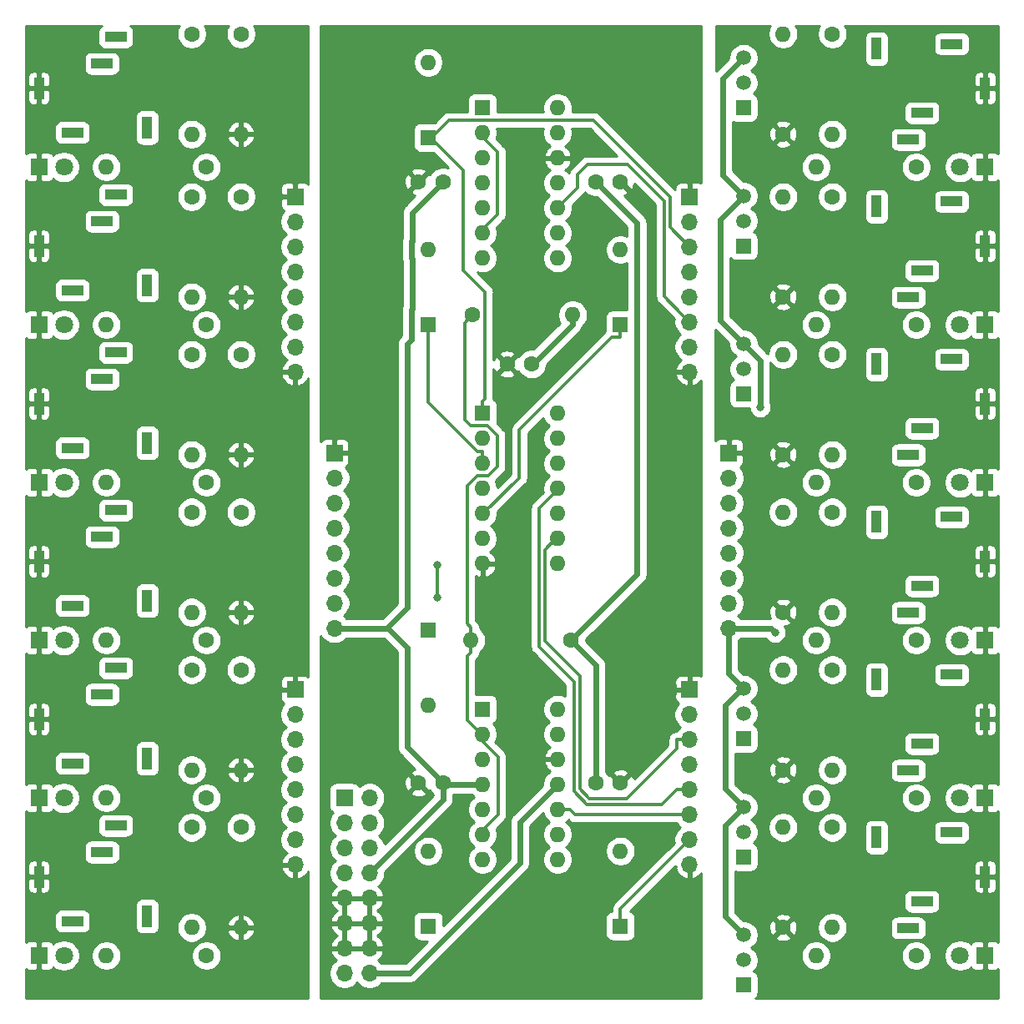
<source format=gbr>
G04 #@! TF.GenerationSoftware,KiCad,Pcbnew,(5.1.5)-3*
G04 #@! TF.CreationDate,2020-08-08T18:50:51-07:00*
G04 #@! TF.ProjectId,NOT_THT,4e4f545f-5448-4542-9e6b-696361645f70,rev?*
G04 #@! TF.SameCoordinates,Original*
G04 #@! TF.FileFunction,Copper,L2,Bot*
G04 #@! TF.FilePolarity,Positive*
%FSLAX46Y46*%
G04 Gerber Fmt 4.6, Leading zero omitted, Abs format (unit mm)*
G04 Created by KiCad (PCBNEW (5.1.5)-3) date 2020-08-08 18:50:51*
%MOMM*%
%LPD*%
G04 APERTURE LIST*
%ADD10C,1.600000*%
%ADD11C,1.800000*%
%ADD12R,1.800000X1.800000*%
%ADD13O,1.600000X1.600000*%
%ADD14R,1.600000X1.600000*%
%ADD15R,1.000000X2.200000*%
%ADD16R,2.200000X1.000000*%
%ADD17R,1.700000X1.700000*%
%ADD18O,1.700000X1.700000*%
%ADD19C,1.520000*%
%ADD20R,1.520000X1.520000*%
%ADD21C,0.800000*%
%ADD22C,0.600000*%
%ADD23C,0.300000*%
%ADD24C,0.254000*%
G04 APERTURE END LIST*
D10*
X49500000Y-35000000D03*
X52000000Y-35000000D03*
X43000000Y-16500000D03*
X40500000Y-16500000D03*
X61000000Y-16500000D03*
X58500000Y-16500000D03*
X40500000Y-77500000D03*
X43000000Y-77500000D03*
X58500000Y-77500000D03*
X61000000Y-77500000D03*
D11*
X4540000Y-15000000D03*
D12*
X2000000Y-15000000D03*
D11*
X4540000Y-31000000D03*
D12*
X2000000Y-31000000D03*
D11*
X4540000Y-47000000D03*
D12*
X2000000Y-47000000D03*
X2000000Y-63000000D03*
D11*
X4540000Y-63000000D03*
D12*
X2000000Y-79000000D03*
D11*
X4540000Y-79000000D03*
D12*
X2000000Y-95000000D03*
D11*
X4540000Y-95000000D03*
D13*
X41500000Y-4380000D03*
D14*
X41500000Y-12000000D03*
X41500000Y-31000000D03*
D13*
X41500000Y-23380000D03*
X61000000Y-23380000D03*
D14*
X61000000Y-31000000D03*
X41500000Y-62000000D03*
D13*
X41500000Y-69620000D03*
X41500000Y-84380000D03*
D14*
X41500000Y-92000000D03*
X61000000Y-92000000D03*
D13*
X61000000Y-84380000D03*
D11*
X95460000Y-15000000D03*
D12*
X98000000Y-15000000D03*
D11*
X95460000Y-31000000D03*
D12*
X98000000Y-31000000D03*
X98000000Y-47000000D03*
D11*
X95460000Y-47000000D03*
D12*
X98000000Y-63000000D03*
D11*
X95460000Y-63000000D03*
D12*
X98000000Y-79000000D03*
D11*
X95460000Y-79000000D03*
X95460000Y-95000000D03*
D12*
X98000000Y-95000000D03*
D15*
X2000000Y-7000000D03*
D16*
X5400000Y-11500000D03*
D15*
X13000000Y-11000000D03*
D16*
X8400000Y-4500000D03*
X9800000Y-1800000D03*
D15*
X2000000Y-23000000D03*
D16*
X5400000Y-27500000D03*
D15*
X13000000Y-27000000D03*
D16*
X8400000Y-20500000D03*
X9800000Y-17800000D03*
D15*
X2000000Y-39000000D03*
D16*
X5400000Y-43500000D03*
D15*
X13000000Y-43000000D03*
D16*
X8400000Y-36500000D03*
X9800000Y-33800000D03*
X9800000Y-49800000D03*
X8400000Y-52500000D03*
D15*
X13000000Y-59000000D03*
D16*
X5400000Y-59500000D03*
D15*
X2000000Y-55000000D03*
D16*
X9800000Y-65800000D03*
X8400000Y-68500000D03*
D15*
X13000000Y-75000000D03*
D16*
X5400000Y-75500000D03*
D15*
X2000000Y-71000000D03*
X2000000Y-87000000D03*
D16*
X5400000Y-91500000D03*
D15*
X13000000Y-91000000D03*
D16*
X8400000Y-84500000D03*
X9800000Y-81800000D03*
D17*
X28000000Y-18000000D03*
D18*
X28000000Y-20540000D03*
X28000000Y-23080000D03*
X28000000Y-25620000D03*
X28000000Y-28160000D03*
X28000000Y-30700000D03*
X28000000Y-33240000D03*
X28000000Y-35780000D03*
D17*
X28000000Y-68000000D03*
D18*
X28000000Y-70540000D03*
X28000000Y-73080000D03*
X28000000Y-75620000D03*
X28000000Y-78160000D03*
X28000000Y-80700000D03*
X28000000Y-83240000D03*
X28000000Y-85780000D03*
X68000000Y-35780000D03*
X68000000Y-33240000D03*
X68000000Y-30700000D03*
X68000000Y-28160000D03*
X68000000Y-25620000D03*
X68000000Y-23080000D03*
X68000000Y-20540000D03*
D17*
X68000000Y-18000000D03*
D18*
X68000000Y-85780000D03*
X68000000Y-83240000D03*
X68000000Y-80700000D03*
X68000000Y-78160000D03*
X68000000Y-75620000D03*
X68000000Y-73080000D03*
X68000000Y-70540000D03*
D17*
X68000000Y-68000000D03*
D18*
X35540000Y-96780000D03*
X33000000Y-96780000D03*
X35540000Y-94240000D03*
X33000000Y-94240000D03*
X35540000Y-91700000D03*
X33000000Y-91700000D03*
X35540000Y-89160000D03*
X33000000Y-89160000D03*
X35540000Y-86620000D03*
X33000000Y-86620000D03*
X35540000Y-84080000D03*
X33000000Y-84080000D03*
X35540000Y-81540000D03*
X33000000Y-81540000D03*
X35540000Y-79000000D03*
D17*
X33000000Y-79000000D03*
D18*
X32000000Y-61780000D03*
X32000000Y-59240000D03*
X32000000Y-56700000D03*
X32000000Y-54160000D03*
X32000000Y-51620000D03*
X32000000Y-49080000D03*
X32000000Y-46540000D03*
D17*
X32000000Y-44000000D03*
X72000000Y-44000000D03*
D18*
X72000000Y-46540000D03*
X72000000Y-49080000D03*
X72000000Y-51620000D03*
X72000000Y-54160000D03*
X72000000Y-56700000D03*
X72000000Y-59240000D03*
X72000000Y-61780000D03*
D16*
X90200000Y-12200000D03*
X91600000Y-9500000D03*
D15*
X87000000Y-3000000D03*
D16*
X94600000Y-2500000D03*
D15*
X98000000Y-7000000D03*
D16*
X90200000Y-28200000D03*
X91600000Y-25500000D03*
D15*
X87000000Y-19000000D03*
D16*
X94600000Y-18500000D03*
D15*
X98000000Y-23000000D03*
X98000000Y-39000000D03*
D16*
X94600000Y-34500000D03*
D15*
X87000000Y-35000000D03*
D16*
X91600000Y-41500000D03*
X90200000Y-44200000D03*
X90200000Y-60200000D03*
X91600000Y-57500000D03*
D15*
X87000000Y-51000000D03*
D16*
X94600000Y-50500000D03*
D15*
X98000000Y-55000000D03*
D16*
X90200000Y-76200000D03*
X91600000Y-73500000D03*
D15*
X87000000Y-67000000D03*
D16*
X94600000Y-66500000D03*
D15*
X98000000Y-71000000D03*
X98000000Y-87000000D03*
D16*
X94600000Y-82500000D03*
D15*
X87000000Y-83000000D03*
D16*
X91600000Y-89500000D03*
X90200000Y-92200000D03*
D19*
X73500000Y-6460000D03*
X73500000Y-3920000D03*
D20*
X73500000Y-9000000D03*
X73500000Y-23000000D03*
D19*
X73500000Y-17920000D03*
X73500000Y-20460000D03*
D20*
X73500000Y-38000000D03*
D19*
X73500000Y-32920000D03*
X73500000Y-35460000D03*
D20*
X73500000Y-73000000D03*
D19*
X73500000Y-67920000D03*
X73500000Y-70460000D03*
X73500000Y-82460000D03*
X73500000Y-79920000D03*
D20*
X73500000Y-85000000D03*
D19*
X73500000Y-95460000D03*
X73500000Y-92920000D03*
D20*
X73500000Y-98000000D03*
D13*
X17500000Y-11660000D03*
D10*
X17500000Y-1500000D03*
D13*
X22500000Y-11660000D03*
D10*
X22500000Y-1500000D03*
D13*
X8840000Y-15000000D03*
D10*
X19000000Y-15000000D03*
D13*
X17500000Y-28160000D03*
D10*
X17500000Y-18000000D03*
X22500000Y-18000000D03*
D13*
X22500000Y-28160000D03*
D10*
X19000000Y-31000000D03*
D13*
X8840000Y-31000000D03*
D10*
X17500000Y-34000000D03*
D13*
X17500000Y-44160000D03*
D10*
X22500000Y-34000000D03*
D13*
X22500000Y-44160000D03*
D10*
X19000000Y-47000000D03*
D13*
X8840000Y-47000000D03*
X17500000Y-60160000D03*
D10*
X17500000Y-50000000D03*
X22500000Y-50000000D03*
D13*
X22500000Y-60160000D03*
X8840000Y-63000000D03*
D10*
X19000000Y-63000000D03*
X17500000Y-66000000D03*
D13*
X17500000Y-76160000D03*
X22500000Y-76160000D03*
D10*
X22500000Y-66000000D03*
X19000000Y-79000000D03*
D13*
X8840000Y-79000000D03*
D10*
X17500000Y-82000000D03*
D13*
X17500000Y-92160000D03*
D10*
X22500000Y-82000000D03*
D13*
X22500000Y-92160000D03*
X8840000Y-95000000D03*
D10*
X19000000Y-95000000D03*
D13*
X56160000Y-30000000D03*
D10*
X46000000Y-30000000D03*
X56000000Y-63000000D03*
D13*
X45840000Y-63000000D03*
X82500000Y-11660000D03*
D10*
X82500000Y-1500000D03*
D13*
X80840000Y-15000000D03*
D10*
X91000000Y-15000000D03*
X82500000Y-18000000D03*
D13*
X82500000Y-28160000D03*
D10*
X91000000Y-31000000D03*
D13*
X80840000Y-31000000D03*
X82500000Y-44160000D03*
D10*
X82500000Y-34000000D03*
D13*
X80840000Y-47000000D03*
D10*
X91000000Y-47000000D03*
X82500000Y-50000000D03*
D13*
X82500000Y-60160000D03*
D10*
X91000000Y-63000000D03*
D13*
X80840000Y-63000000D03*
X82500000Y-76160000D03*
D10*
X82500000Y-66000000D03*
D13*
X80840000Y-79000000D03*
D10*
X91000000Y-79000000D03*
X82500000Y-82000000D03*
D13*
X82500000Y-92160000D03*
D10*
X91000000Y-95000000D03*
D13*
X80840000Y-95000000D03*
D10*
X77500000Y-11660000D03*
D13*
X77500000Y-1500000D03*
X77500000Y-18000000D03*
D10*
X77500000Y-28160000D03*
D13*
X77500000Y-34000000D03*
D10*
X77500000Y-44160000D03*
D13*
X77500000Y-50000000D03*
D10*
X77500000Y-60160000D03*
X77500000Y-76160000D03*
D13*
X77500000Y-66000000D03*
X77500000Y-82000000D03*
D10*
X77500000Y-92160000D03*
D14*
X47000000Y-9000000D03*
D13*
X54620000Y-24240000D03*
X47000000Y-11540000D03*
X54620000Y-21700000D03*
X47000000Y-14080000D03*
X54620000Y-19160000D03*
X47000000Y-16620000D03*
X54620000Y-16620000D03*
X47000000Y-19160000D03*
X54620000Y-14080000D03*
X47000000Y-21700000D03*
X54620000Y-11540000D03*
X47000000Y-24240000D03*
X54620000Y-9000000D03*
X54620000Y-70000000D03*
X47000000Y-85240000D03*
X54620000Y-72540000D03*
X47000000Y-82700000D03*
X54620000Y-75080000D03*
X47000000Y-80160000D03*
X54620000Y-77620000D03*
X47000000Y-77620000D03*
X54620000Y-80160000D03*
X47000000Y-75080000D03*
X54620000Y-82700000D03*
X47000000Y-72540000D03*
X54620000Y-85240000D03*
D14*
X47000000Y-70000000D03*
D13*
X54620000Y-40000000D03*
X47000000Y-55240000D03*
X54620000Y-42540000D03*
X47000000Y-52700000D03*
X54620000Y-45080000D03*
X47000000Y-50160000D03*
X54620000Y-47620000D03*
X47000000Y-47620000D03*
X54620000Y-50160000D03*
X47000000Y-45080000D03*
X54620000Y-52700000D03*
X47000000Y-42540000D03*
X54620000Y-55240000D03*
D14*
X47000000Y-40000000D03*
D21*
X42418000Y-58698100D03*
X42418000Y-55372000D03*
X75184000Y-39370000D03*
X76708000Y-62230000D03*
D22*
X43000000Y-77620000D02*
X43000000Y-77500000D01*
X35540000Y-86620000D02*
X43000000Y-79160000D01*
X43000000Y-79160000D02*
X43000000Y-77620000D01*
X43000000Y-77620000D02*
X45299700Y-77620000D01*
X47000000Y-77620000D02*
X45299700Y-77620000D01*
X33750300Y-61780000D02*
X34556600Y-61780000D01*
X32000000Y-61780000D02*
X33750300Y-61780000D01*
X39370000Y-73870000D02*
X43000000Y-77500000D01*
X39370000Y-63754000D02*
X39370000Y-73870000D01*
X34556600Y-61780000D02*
X37396000Y-61780000D01*
X37396000Y-61780000D02*
X39370000Y-63754000D01*
X37280000Y-61780000D02*
X34556600Y-61780000D01*
X39878000Y-22485998D02*
X39799999Y-22563999D01*
X39799999Y-24196001D02*
X39878000Y-24274002D01*
X39799999Y-22563999D02*
X39799999Y-24196001D01*
X39878000Y-19622000D02*
X39878000Y-22485998D01*
X39878000Y-29401998D02*
X39799999Y-29479999D01*
X43000000Y-16500000D02*
X39878000Y-19622000D01*
X39370000Y-32950000D02*
X39370000Y-59690000D01*
X39370000Y-59690000D02*
X37280000Y-61780000D01*
X39878000Y-24274002D02*
X39878000Y-29401998D01*
X39799999Y-29479999D02*
X39799999Y-32520001D01*
X39799999Y-32520001D02*
X39370000Y-32950000D01*
X52122000Y-35000000D02*
X52000000Y-35000000D01*
X56160000Y-30000000D02*
X56160000Y-30962000D01*
X56160000Y-30962000D02*
X52122000Y-35000000D01*
X58500000Y-77500000D02*
X58500000Y-65500000D01*
X58500000Y-65500000D02*
X56000000Y-63000000D01*
X54620000Y-77620000D02*
X50810000Y-81430000D01*
X50810000Y-81430000D02*
X50810000Y-85582300D01*
X50810000Y-85582300D02*
X39612300Y-96780000D01*
X39612300Y-96780000D02*
X35540000Y-96780000D01*
X58500000Y-16500000D02*
X62700400Y-20700400D01*
X62700400Y-20700400D02*
X62700400Y-56299600D01*
X62700400Y-56299600D02*
X56000000Y-63000000D01*
D23*
X41718000Y-12000000D02*
X41500000Y-12000000D01*
X47000000Y-40000000D02*
X47000000Y-38749700D01*
X47260700Y-38489000D02*
X47260700Y-27698900D01*
X47260700Y-27698900D02*
X45060000Y-25498200D01*
X45060000Y-15342000D02*
X41718000Y-12000000D01*
X47000000Y-38749700D02*
X47260700Y-38489000D01*
X45060000Y-25498200D02*
X45060000Y-15342000D01*
X41848000Y-12000000D02*
X41500000Y-12000000D01*
X43597600Y-10250400D02*
X41848000Y-12000000D01*
X58256400Y-10250400D02*
X43597600Y-10250400D01*
X68000000Y-23080000D02*
X66040000Y-21120000D01*
X66040000Y-18034000D02*
X58256400Y-10250400D01*
X66040000Y-21120000D02*
X66040000Y-18034000D01*
X47000000Y-45080000D02*
X47000000Y-43829700D01*
X47000000Y-43829700D02*
X46453000Y-43829700D01*
X46453000Y-43829700D02*
X41500000Y-38876700D01*
X41500000Y-38876700D02*
X41500000Y-31000000D01*
X61000000Y-32250300D02*
X61000000Y-31000000D01*
X47122000Y-50160000D02*
X50743000Y-46539000D01*
X47000000Y-50160000D02*
X47122000Y-50160000D01*
X50743000Y-41647700D02*
X60140400Y-32250300D01*
X50743000Y-46539000D02*
X50743000Y-41647700D01*
X60140400Y-32250300D02*
X61000000Y-32250300D01*
X66699700Y-73080000D02*
X68000000Y-73080000D01*
X61619700Y-79079500D02*
X66699700Y-73999500D01*
X56872400Y-78082700D02*
X57869200Y-79079500D01*
X57869200Y-79079500D02*
X61619700Y-79079500D01*
X54488000Y-52700000D02*
X53330400Y-53857600D01*
X66699700Y-73999500D02*
X66699700Y-73080000D01*
X54620000Y-52700000D02*
X54488000Y-52700000D01*
X53330400Y-53857600D02*
X53330400Y-63053800D01*
X53330400Y-63053800D02*
X56872400Y-66595800D01*
X56872400Y-66595800D02*
X56872400Y-78082700D01*
X65179900Y-79679800D02*
X66699700Y-78160000D01*
X57620600Y-79679800D02*
X65179900Y-79679800D01*
X66699700Y-78160000D02*
X68000000Y-78160000D01*
X56272100Y-78331300D02*
X57620600Y-79679800D01*
X54620000Y-47742000D02*
X52730100Y-49631900D01*
X54620000Y-47620000D02*
X54620000Y-47742000D01*
X52730100Y-49631900D02*
X52730100Y-63654200D01*
X52730100Y-63654200D02*
X56272100Y-67196200D01*
X56272100Y-67196200D02*
X56272100Y-78331300D01*
X68000000Y-83240000D02*
X61000000Y-90240000D01*
X61000000Y-90240000D02*
X61000000Y-92000000D01*
X56642000Y-15748000D02*
X57658000Y-14732000D01*
X67150001Y-29850001D02*
X68000000Y-30700000D01*
X61732400Y-14732000D02*
X65439989Y-18439589D01*
X56642000Y-17138000D02*
X56642000Y-15748000D01*
X54620000Y-19160000D02*
X56642000Y-17138000D01*
X65439989Y-28139989D02*
X67150001Y-29850001D01*
X65439989Y-18439589D02*
X65439989Y-28139989D01*
X57658000Y-14732000D02*
X61732400Y-14732000D01*
X54620000Y-80160000D02*
X55870300Y-80160000D01*
X55870300Y-80160000D02*
X56410300Y-80700000D01*
X56410300Y-80700000D02*
X66699700Y-80700000D01*
X68000000Y-80700000D02*
X66699700Y-80700000D01*
X42418000Y-58698100D02*
X42418000Y-55372000D01*
D22*
X73500000Y-32920000D02*
X75184000Y-34604000D01*
X75184000Y-34604000D02*
X75184000Y-39370000D01*
X72000000Y-61780000D02*
X76258000Y-61780000D01*
X76258000Y-61780000D02*
X76708000Y-62230000D01*
X73500000Y-92920000D02*
X71628000Y-91048000D01*
X71628000Y-91048000D02*
X71628000Y-81792000D01*
X71628000Y-81792000D02*
X73500000Y-79920000D01*
X73500000Y-67920000D02*
X73304000Y-67920000D01*
X73304000Y-67920000D02*
X71628000Y-69596000D01*
X71628000Y-69596000D02*
X71628000Y-78048000D01*
X71628000Y-78048000D02*
X73500000Y-79920000D01*
X73500000Y-3920000D02*
X71374000Y-6046000D01*
X71374000Y-6046000D02*
X71374000Y-15794000D01*
X71374000Y-15794000D02*
X73500000Y-17920000D01*
X73500000Y-17920000D02*
X71120000Y-20300000D01*
X71120000Y-20300000D02*
X71120000Y-30540000D01*
X71120000Y-30540000D02*
X73500000Y-32920000D01*
X72000000Y-61780000D02*
X72000000Y-66420000D01*
X72000000Y-66420000D02*
X73500000Y-67920000D01*
D23*
X48550400Y-19775600D02*
X47000000Y-21326000D01*
X47000000Y-21326000D02*
X47000000Y-21700000D01*
X48550400Y-13498400D02*
X48550400Y-19775600D01*
X47000000Y-11540000D02*
X47000000Y-11948000D01*
X47000000Y-11948000D02*
X48550400Y-13498400D01*
X48580500Y-74852700D02*
X47000000Y-73272200D01*
X48580500Y-80705500D02*
X48580500Y-74852700D01*
X47000000Y-82700000D02*
X47000000Y-82286000D01*
X47000000Y-73272200D02*
X47000000Y-72540000D01*
X47000000Y-82286000D02*
X48580500Y-80705500D01*
X45840000Y-64250300D02*
X45840000Y-63000000D01*
X45466000Y-64624300D02*
X45840000Y-64250300D01*
X47000000Y-72540000D02*
X46886000Y-72540000D01*
X45466000Y-71120000D02*
X45466000Y-64624300D01*
X46886000Y-72540000D02*
X45466000Y-71120000D01*
X45212000Y-30788000D02*
X46000000Y-30000000D01*
X46455700Y-46350000D02*
X47577400Y-46350000D01*
X45433000Y-61342700D02*
X45433000Y-47372700D01*
X45433000Y-47372700D02*
X46455700Y-46350000D01*
X45212000Y-40640000D02*
X45212000Y-30788000D01*
X45840000Y-63000000D02*
X45840000Y-61749700D01*
X47577400Y-46350000D02*
X48514000Y-45413400D01*
X48514000Y-45413400D02*
X48514000Y-42271500D01*
X45840000Y-61749700D02*
X45433000Y-61342700D01*
X45822400Y-41250400D02*
X45212000Y-40640000D01*
X48514000Y-42271500D02*
X47492900Y-41250400D01*
X47492900Y-41250400D02*
X45822400Y-41250400D01*
D24*
G36*
X8294147Y-692597D02*
G01*
X8183446Y-783446D01*
X8092597Y-894147D01*
X8025090Y-1020443D01*
X7983520Y-1157483D01*
X7969483Y-1300000D01*
X7969483Y-2300000D01*
X7983520Y-2442517D01*
X8025090Y-2579557D01*
X8092597Y-2705853D01*
X8183446Y-2816554D01*
X8294147Y-2907403D01*
X8420443Y-2974910D01*
X8557483Y-3016480D01*
X8700000Y-3030517D01*
X10900000Y-3030517D01*
X11042517Y-3016480D01*
X11179557Y-2974910D01*
X11305853Y-2907403D01*
X11416554Y-2816554D01*
X11507403Y-2705853D01*
X11574910Y-2579557D01*
X11616480Y-2442517D01*
X11630517Y-2300000D01*
X11630517Y-1300000D01*
X11616480Y-1157483D01*
X11574910Y-1020443D01*
X11507403Y-894147D01*
X11416554Y-783446D01*
X11305853Y-692597D01*
X11244869Y-660000D01*
X16224762Y-660000D01*
X16146790Y-776694D01*
X16031681Y-1054590D01*
X15973000Y-1349604D01*
X15973000Y-1650396D01*
X16031681Y-1945410D01*
X16146790Y-2223306D01*
X16313901Y-2473406D01*
X16526594Y-2686099D01*
X16776694Y-2853210D01*
X17054590Y-2968319D01*
X17349604Y-3027000D01*
X17650396Y-3027000D01*
X17945410Y-2968319D01*
X18223306Y-2853210D01*
X18473406Y-2686099D01*
X18686099Y-2473406D01*
X18853210Y-2223306D01*
X18968319Y-1945410D01*
X19027000Y-1650396D01*
X19027000Y-1349604D01*
X18968319Y-1054590D01*
X18853210Y-776694D01*
X18775238Y-660000D01*
X21224762Y-660000D01*
X21146790Y-776694D01*
X21031681Y-1054590D01*
X20973000Y-1349604D01*
X20973000Y-1650396D01*
X21031681Y-1945410D01*
X21146790Y-2223306D01*
X21313901Y-2473406D01*
X21526594Y-2686099D01*
X21776694Y-2853210D01*
X22054590Y-2968319D01*
X22349604Y-3027000D01*
X22650396Y-3027000D01*
X22945410Y-2968319D01*
X23223306Y-2853210D01*
X23473406Y-2686099D01*
X23686099Y-2473406D01*
X23853210Y-2223306D01*
X23968319Y-1945410D01*
X24027000Y-1650396D01*
X24027000Y-1349604D01*
X23968319Y-1054590D01*
X23853210Y-776694D01*
X23775238Y-660000D01*
X29337000Y-660000D01*
X29337000Y-16742456D01*
X29301185Y-16698815D01*
X29204494Y-16619463D01*
X29094180Y-16560498D01*
X28974482Y-16524188D01*
X28850000Y-16511928D01*
X28285750Y-16515000D01*
X28127000Y-16673750D01*
X28127000Y-17873000D01*
X28147000Y-17873000D01*
X28147000Y-18127000D01*
X28127000Y-18127000D01*
X28127000Y-18147000D01*
X27873000Y-18147000D01*
X27873000Y-18127000D01*
X26673750Y-18127000D01*
X26515000Y-18285750D01*
X26511928Y-18850000D01*
X26524188Y-18974482D01*
X26560498Y-19094180D01*
X26619463Y-19204494D01*
X26698815Y-19301185D01*
X26795506Y-19380537D01*
X26882662Y-19427123D01*
X26775064Y-19534721D01*
X26602481Y-19793011D01*
X26483604Y-20080006D01*
X26423000Y-20384679D01*
X26423000Y-20695321D01*
X26483604Y-20999994D01*
X26602481Y-21286989D01*
X26775064Y-21545279D01*
X26994721Y-21764936D01*
X27062164Y-21810000D01*
X26994721Y-21855064D01*
X26775064Y-22074721D01*
X26602481Y-22333011D01*
X26483604Y-22620006D01*
X26423000Y-22924679D01*
X26423000Y-23235321D01*
X26483604Y-23539994D01*
X26602481Y-23826989D01*
X26775064Y-24085279D01*
X26994721Y-24304936D01*
X27062164Y-24350000D01*
X26994721Y-24395064D01*
X26775064Y-24614721D01*
X26602481Y-24873011D01*
X26483604Y-25160006D01*
X26423000Y-25464679D01*
X26423000Y-25775321D01*
X26483604Y-26079994D01*
X26602481Y-26366989D01*
X26775064Y-26625279D01*
X26994721Y-26844936D01*
X27062164Y-26890000D01*
X26994721Y-26935064D01*
X26775064Y-27154721D01*
X26602481Y-27413011D01*
X26483604Y-27700006D01*
X26423000Y-28004679D01*
X26423000Y-28315321D01*
X26483604Y-28619994D01*
X26602481Y-28906989D01*
X26775064Y-29165279D01*
X26994721Y-29384936D01*
X27062164Y-29430000D01*
X26994721Y-29475064D01*
X26775064Y-29694721D01*
X26602481Y-29953011D01*
X26483604Y-30240006D01*
X26423000Y-30544679D01*
X26423000Y-30855321D01*
X26483604Y-31159994D01*
X26602481Y-31446989D01*
X26775064Y-31705279D01*
X26994721Y-31924936D01*
X27062164Y-31970000D01*
X26994721Y-32015064D01*
X26775064Y-32234721D01*
X26602481Y-32493011D01*
X26483604Y-32780006D01*
X26423000Y-33084679D01*
X26423000Y-33395321D01*
X26483604Y-33699994D01*
X26602481Y-33986989D01*
X26775064Y-34245279D01*
X26994721Y-34464936D01*
X27147986Y-34567344D01*
X27118645Y-34584822D01*
X26902412Y-34779731D01*
X26728359Y-35013080D01*
X26603175Y-35275901D01*
X26558524Y-35423110D01*
X26679845Y-35653000D01*
X27873000Y-35653000D01*
X27873000Y-35633000D01*
X28127000Y-35633000D01*
X28127000Y-35653000D01*
X28147000Y-35653000D01*
X28147000Y-35907000D01*
X28127000Y-35907000D01*
X28127000Y-37100814D01*
X28356891Y-37221481D01*
X28631252Y-37124157D01*
X28881355Y-36975178D01*
X29097588Y-36780269D01*
X29271641Y-36546920D01*
X29337000Y-36409700D01*
X29337000Y-66742456D01*
X29301185Y-66698815D01*
X29204494Y-66619463D01*
X29094180Y-66560498D01*
X28974482Y-66524188D01*
X28850000Y-66511928D01*
X28285750Y-66515000D01*
X28127000Y-66673750D01*
X28127000Y-67873000D01*
X28147000Y-67873000D01*
X28147000Y-68127000D01*
X28127000Y-68127000D01*
X28127000Y-68147000D01*
X27873000Y-68147000D01*
X27873000Y-68127000D01*
X26673750Y-68127000D01*
X26515000Y-68285750D01*
X26511928Y-68850000D01*
X26524188Y-68974482D01*
X26560498Y-69094180D01*
X26619463Y-69204494D01*
X26698815Y-69301185D01*
X26795506Y-69380537D01*
X26882662Y-69427123D01*
X26775064Y-69534721D01*
X26602481Y-69793011D01*
X26483604Y-70080006D01*
X26423000Y-70384679D01*
X26423000Y-70695321D01*
X26483604Y-70999994D01*
X26602481Y-71286989D01*
X26775064Y-71545279D01*
X26994721Y-71764936D01*
X27062164Y-71810000D01*
X26994721Y-71855064D01*
X26775064Y-72074721D01*
X26602481Y-72333011D01*
X26483604Y-72620006D01*
X26423000Y-72924679D01*
X26423000Y-73235321D01*
X26483604Y-73539994D01*
X26602481Y-73826989D01*
X26775064Y-74085279D01*
X26994721Y-74304936D01*
X27062164Y-74350000D01*
X26994721Y-74395064D01*
X26775064Y-74614721D01*
X26602481Y-74873011D01*
X26483604Y-75160006D01*
X26423000Y-75464679D01*
X26423000Y-75775321D01*
X26483604Y-76079994D01*
X26602481Y-76366989D01*
X26775064Y-76625279D01*
X26994721Y-76844936D01*
X27062164Y-76890000D01*
X26994721Y-76935064D01*
X26775064Y-77154721D01*
X26602481Y-77413011D01*
X26483604Y-77700006D01*
X26423000Y-78004679D01*
X26423000Y-78315321D01*
X26483604Y-78619994D01*
X26602481Y-78906989D01*
X26775064Y-79165279D01*
X26994721Y-79384936D01*
X27062164Y-79430000D01*
X26994721Y-79475064D01*
X26775064Y-79694721D01*
X26602481Y-79953011D01*
X26483604Y-80240006D01*
X26423000Y-80544679D01*
X26423000Y-80855321D01*
X26483604Y-81159994D01*
X26602481Y-81446989D01*
X26775064Y-81705279D01*
X26994721Y-81924936D01*
X27062164Y-81970000D01*
X26994721Y-82015064D01*
X26775064Y-82234721D01*
X26602481Y-82493011D01*
X26483604Y-82780006D01*
X26423000Y-83084679D01*
X26423000Y-83395321D01*
X26483604Y-83699994D01*
X26602481Y-83986989D01*
X26775064Y-84245279D01*
X26994721Y-84464936D01*
X27147986Y-84567344D01*
X27118645Y-84584822D01*
X26902412Y-84779731D01*
X26728359Y-85013080D01*
X26603175Y-85275901D01*
X26558524Y-85423110D01*
X26679845Y-85653000D01*
X27873000Y-85653000D01*
X27873000Y-85633000D01*
X28127000Y-85633000D01*
X28127000Y-85653000D01*
X28147000Y-85653000D01*
X28147000Y-85907000D01*
X28127000Y-85907000D01*
X28127000Y-87100814D01*
X28356891Y-87221481D01*
X28631252Y-87124157D01*
X28881355Y-86975178D01*
X29097588Y-86780269D01*
X29271641Y-86546920D01*
X29337000Y-86409700D01*
X29337000Y-99340000D01*
X660000Y-99340000D01*
X660000Y-96360364D01*
X745506Y-96430537D01*
X855820Y-96489502D01*
X975518Y-96525812D01*
X1100000Y-96538072D01*
X1714250Y-96535000D01*
X1873000Y-96376250D01*
X1873000Y-95127000D01*
X1853000Y-95127000D01*
X1853000Y-94873000D01*
X1873000Y-94873000D01*
X1873000Y-93623750D01*
X2127000Y-93623750D01*
X2127000Y-94873000D01*
X2147000Y-94873000D01*
X2147000Y-95127000D01*
X2127000Y-95127000D01*
X2127000Y-96376250D01*
X2285750Y-96535000D01*
X2900000Y-96538072D01*
X3024482Y-96525812D01*
X3144180Y-96489502D01*
X3254494Y-96430537D01*
X3351185Y-96351185D01*
X3430537Y-96254494D01*
X3452493Y-96213418D01*
X3502848Y-96263773D01*
X3769327Y-96441828D01*
X4065422Y-96564475D01*
X4379755Y-96627000D01*
X4700245Y-96627000D01*
X5014578Y-96564475D01*
X5310673Y-96441828D01*
X5577152Y-96263773D01*
X5803773Y-96037152D01*
X5981828Y-95770673D01*
X6104475Y-95474578D01*
X6167000Y-95160245D01*
X6167000Y-94849604D01*
X7313000Y-94849604D01*
X7313000Y-95150396D01*
X7371681Y-95445410D01*
X7486790Y-95723306D01*
X7653901Y-95973406D01*
X7866594Y-96186099D01*
X8116694Y-96353210D01*
X8394590Y-96468319D01*
X8689604Y-96527000D01*
X8990396Y-96527000D01*
X9285410Y-96468319D01*
X9563306Y-96353210D01*
X9813406Y-96186099D01*
X10026099Y-95973406D01*
X10193210Y-95723306D01*
X10308319Y-95445410D01*
X10367000Y-95150396D01*
X10367000Y-94849604D01*
X17473000Y-94849604D01*
X17473000Y-95150396D01*
X17531681Y-95445410D01*
X17646790Y-95723306D01*
X17813901Y-95973406D01*
X18026594Y-96186099D01*
X18276694Y-96353210D01*
X18554590Y-96468319D01*
X18849604Y-96527000D01*
X19150396Y-96527000D01*
X19445410Y-96468319D01*
X19723306Y-96353210D01*
X19973406Y-96186099D01*
X20186099Y-95973406D01*
X20353210Y-95723306D01*
X20468319Y-95445410D01*
X20527000Y-95150396D01*
X20527000Y-94849604D01*
X20468319Y-94554590D01*
X20353210Y-94276694D01*
X20186099Y-94026594D01*
X19973406Y-93813901D01*
X19723306Y-93646790D01*
X19445410Y-93531681D01*
X19150396Y-93473000D01*
X18849604Y-93473000D01*
X18554590Y-93531681D01*
X18276694Y-93646790D01*
X18026594Y-93813901D01*
X17813901Y-94026594D01*
X17646790Y-94276694D01*
X17531681Y-94554590D01*
X17473000Y-94849604D01*
X10367000Y-94849604D01*
X10308319Y-94554590D01*
X10193210Y-94276694D01*
X10026099Y-94026594D01*
X9813406Y-93813901D01*
X9563306Y-93646790D01*
X9285410Y-93531681D01*
X8990396Y-93473000D01*
X8689604Y-93473000D01*
X8394590Y-93531681D01*
X8116694Y-93646790D01*
X7866594Y-93813901D01*
X7653901Y-94026594D01*
X7486790Y-94276694D01*
X7371681Y-94554590D01*
X7313000Y-94849604D01*
X6167000Y-94849604D01*
X6167000Y-94839755D01*
X6104475Y-94525422D01*
X5981828Y-94229327D01*
X5803773Y-93962848D01*
X5577152Y-93736227D01*
X5310673Y-93558172D01*
X5014578Y-93435525D01*
X4700245Y-93373000D01*
X4379755Y-93373000D01*
X4065422Y-93435525D01*
X3769327Y-93558172D01*
X3502848Y-93736227D01*
X3452493Y-93786582D01*
X3430537Y-93745506D01*
X3351185Y-93648815D01*
X3254494Y-93569463D01*
X3144180Y-93510498D01*
X3024482Y-93474188D01*
X2900000Y-93461928D01*
X2285750Y-93465000D01*
X2127000Y-93623750D01*
X1873000Y-93623750D01*
X1714250Y-93465000D01*
X1100000Y-93461928D01*
X975518Y-93474188D01*
X855820Y-93510498D01*
X745506Y-93569463D01*
X660000Y-93639636D01*
X660000Y-91000000D01*
X3569483Y-91000000D01*
X3569483Y-92000000D01*
X3583520Y-92142517D01*
X3625090Y-92279557D01*
X3692597Y-92405853D01*
X3783446Y-92516554D01*
X3894147Y-92607403D01*
X4020443Y-92674910D01*
X4157483Y-92716480D01*
X4300000Y-92730517D01*
X6500000Y-92730517D01*
X6642517Y-92716480D01*
X6779557Y-92674910D01*
X6905853Y-92607403D01*
X7016554Y-92516554D01*
X7107403Y-92405853D01*
X7174910Y-92279557D01*
X7216480Y-92142517D01*
X7230517Y-92000000D01*
X7230517Y-91000000D01*
X7216480Y-90857483D01*
X7174910Y-90720443D01*
X7107403Y-90594147D01*
X7016554Y-90483446D01*
X6905853Y-90392597D01*
X6779557Y-90325090D01*
X6642517Y-90283520D01*
X6500000Y-90269483D01*
X4300000Y-90269483D01*
X4157483Y-90283520D01*
X4020443Y-90325090D01*
X3894147Y-90392597D01*
X3783446Y-90483446D01*
X3692597Y-90594147D01*
X3625090Y-90720443D01*
X3583520Y-90857483D01*
X3569483Y-91000000D01*
X660000Y-91000000D01*
X660000Y-89900000D01*
X11769483Y-89900000D01*
X11769483Y-92100000D01*
X11783520Y-92242517D01*
X11825090Y-92379557D01*
X11892597Y-92505853D01*
X11983446Y-92616554D01*
X12094147Y-92707403D01*
X12220443Y-92774910D01*
X12357483Y-92816480D01*
X12500000Y-92830517D01*
X13500000Y-92830517D01*
X13642517Y-92816480D01*
X13779557Y-92774910D01*
X13905853Y-92707403D01*
X14016554Y-92616554D01*
X14107403Y-92505853D01*
X14174910Y-92379557D01*
X14216480Y-92242517D01*
X14230517Y-92100000D01*
X14230517Y-92009604D01*
X15973000Y-92009604D01*
X15973000Y-92310396D01*
X16031681Y-92605410D01*
X16146790Y-92883306D01*
X16313901Y-93133406D01*
X16526594Y-93346099D01*
X16776694Y-93513210D01*
X17054590Y-93628319D01*
X17349604Y-93687000D01*
X17650396Y-93687000D01*
X17945410Y-93628319D01*
X18223306Y-93513210D01*
X18473406Y-93346099D01*
X18686099Y-93133406D01*
X18853210Y-92883306D01*
X18968319Y-92605410D01*
X18987487Y-92509040D01*
X21108091Y-92509040D01*
X21202930Y-92773881D01*
X21347615Y-93015131D01*
X21536586Y-93223519D01*
X21762580Y-93391037D01*
X22016913Y-93511246D01*
X22150961Y-93551904D01*
X22373000Y-93429915D01*
X22373000Y-92287000D01*
X22627000Y-92287000D01*
X22627000Y-93429915D01*
X22849039Y-93551904D01*
X22983087Y-93511246D01*
X23237420Y-93391037D01*
X23463414Y-93223519D01*
X23652385Y-93015131D01*
X23797070Y-92773881D01*
X23891909Y-92509040D01*
X23770624Y-92287000D01*
X22627000Y-92287000D01*
X22373000Y-92287000D01*
X21229376Y-92287000D01*
X21108091Y-92509040D01*
X18987487Y-92509040D01*
X19027000Y-92310396D01*
X19027000Y-92009604D01*
X18987488Y-91810960D01*
X21108091Y-91810960D01*
X21229376Y-92033000D01*
X22373000Y-92033000D01*
X22373000Y-90890085D01*
X22627000Y-90890085D01*
X22627000Y-92033000D01*
X23770624Y-92033000D01*
X23891909Y-91810960D01*
X23797070Y-91546119D01*
X23652385Y-91304869D01*
X23463414Y-91096481D01*
X23237420Y-90928963D01*
X22983087Y-90808754D01*
X22849039Y-90768096D01*
X22627000Y-90890085D01*
X22373000Y-90890085D01*
X22150961Y-90768096D01*
X22016913Y-90808754D01*
X21762580Y-90928963D01*
X21536586Y-91096481D01*
X21347615Y-91304869D01*
X21202930Y-91546119D01*
X21108091Y-91810960D01*
X18987488Y-91810960D01*
X18968319Y-91714590D01*
X18853210Y-91436694D01*
X18686099Y-91186594D01*
X18473406Y-90973901D01*
X18223306Y-90806790D01*
X17945410Y-90691681D01*
X17650396Y-90633000D01*
X17349604Y-90633000D01*
X17054590Y-90691681D01*
X16776694Y-90806790D01*
X16526594Y-90973901D01*
X16313901Y-91186594D01*
X16146790Y-91436694D01*
X16031681Y-91714590D01*
X15973000Y-92009604D01*
X14230517Y-92009604D01*
X14230517Y-89900000D01*
X14216480Y-89757483D01*
X14174910Y-89620443D01*
X14107403Y-89494147D01*
X14016554Y-89383446D01*
X13905853Y-89292597D01*
X13779557Y-89225090D01*
X13642517Y-89183520D01*
X13500000Y-89169483D01*
X12500000Y-89169483D01*
X12357483Y-89183520D01*
X12220443Y-89225090D01*
X12094147Y-89292597D01*
X11983446Y-89383446D01*
X11892597Y-89494147D01*
X11825090Y-89620443D01*
X11783520Y-89757483D01*
X11769483Y-89900000D01*
X660000Y-89900000D01*
X660000Y-88100000D01*
X861928Y-88100000D01*
X874188Y-88224482D01*
X910498Y-88344180D01*
X969463Y-88454494D01*
X1048815Y-88551185D01*
X1145506Y-88630537D01*
X1255820Y-88689502D01*
X1375518Y-88725812D01*
X1500000Y-88738072D01*
X1714250Y-88735000D01*
X1873000Y-88576250D01*
X1873000Y-87127000D01*
X2127000Y-87127000D01*
X2127000Y-88576250D01*
X2285750Y-88735000D01*
X2500000Y-88738072D01*
X2624482Y-88725812D01*
X2744180Y-88689502D01*
X2854494Y-88630537D01*
X2951185Y-88551185D01*
X3030537Y-88454494D01*
X3089502Y-88344180D01*
X3125812Y-88224482D01*
X3138072Y-88100000D01*
X3135000Y-87285750D01*
X2976250Y-87127000D01*
X2127000Y-87127000D01*
X1873000Y-87127000D01*
X1023750Y-87127000D01*
X865000Y-87285750D01*
X861928Y-88100000D01*
X660000Y-88100000D01*
X660000Y-85900000D01*
X861928Y-85900000D01*
X865000Y-86714250D01*
X1023750Y-86873000D01*
X1873000Y-86873000D01*
X1873000Y-85423750D01*
X2127000Y-85423750D01*
X2127000Y-86873000D01*
X2976250Y-86873000D01*
X3135000Y-86714250D01*
X3137178Y-86136890D01*
X26558524Y-86136890D01*
X26603175Y-86284099D01*
X26728359Y-86546920D01*
X26902412Y-86780269D01*
X27118645Y-86975178D01*
X27368748Y-87124157D01*
X27643109Y-87221481D01*
X27873000Y-87100814D01*
X27873000Y-85907000D01*
X26679845Y-85907000D01*
X26558524Y-86136890D01*
X3137178Y-86136890D01*
X3138072Y-85900000D01*
X3125812Y-85775518D01*
X3089502Y-85655820D01*
X3030537Y-85545506D01*
X2951185Y-85448815D01*
X2854494Y-85369463D01*
X2744180Y-85310498D01*
X2624482Y-85274188D01*
X2500000Y-85261928D01*
X2285750Y-85265000D01*
X2127000Y-85423750D01*
X1873000Y-85423750D01*
X1714250Y-85265000D01*
X1500000Y-85261928D01*
X1375518Y-85274188D01*
X1255820Y-85310498D01*
X1145506Y-85369463D01*
X1048815Y-85448815D01*
X969463Y-85545506D01*
X910498Y-85655820D01*
X874188Y-85775518D01*
X861928Y-85900000D01*
X660000Y-85900000D01*
X660000Y-84000000D01*
X6569483Y-84000000D01*
X6569483Y-85000000D01*
X6583520Y-85142517D01*
X6625090Y-85279557D01*
X6692597Y-85405853D01*
X6783446Y-85516554D01*
X6894147Y-85607403D01*
X7020443Y-85674910D01*
X7157483Y-85716480D01*
X7300000Y-85730517D01*
X9500000Y-85730517D01*
X9642517Y-85716480D01*
X9779557Y-85674910D01*
X9905853Y-85607403D01*
X10016554Y-85516554D01*
X10107403Y-85405853D01*
X10174910Y-85279557D01*
X10216480Y-85142517D01*
X10230517Y-85000000D01*
X10230517Y-84000000D01*
X10216480Y-83857483D01*
X10174910Y-83720443D01*
X10107403Y-83594147D01*
X10016554Y-83483446D01*
X9905853Y-83392597D01*
X9779557Y-83325090D01*
X9642517Y-83283520D01*
X9500000Y-83269483D01*
X7300000Y-83269483D01*
X7157483Y-83283520D01*
X7020443Y-83325090D01*
X6894147Y-83392597D01*
X6783446Y-83483446D01*
X6692597Y-83594147D01*
X6625090Y-83720443D01*
X6583520Y-83857483D01*
X6569483Y-84000000D01*
X660000Y-84000000D01*
X660000Y-81300000D01*
X7969483Y-81300000D01*
X7969483Y-82300000D01*
X7983520Y-82442517D01*
X8025090Y-82579557D01*
X8092597Y-82705853D01*
X8183446Y-82816554D01*
X8294147Y-82907403D01*
X8420443Y-82974910D01*
X8557483Y-83016480D01*
X8700000Y-83030517D01*
X10900000Y-83030517D01*
X11042517Y-83016480D01*
X11179557Y-82974910D01*
X11305853Y-82907403D01*
X11416554Y-82816554D01*
X11507403Y-82705853D01*
X11574910Y-82579557D01*
X11616480Y-82442517D01*
X11630517Y-82300000D01*
X11630517Y-81849604D01*
X15973000Y-81849604D01*
X15973000Y-82150396D01*
X16031681Y-82445410D01*
X16146790Y-82723306D01*
X16313901Y-82973406D01*
X16526594Y-83186099D01*
X16776694Y-83353210D01*
X17054590Y-83468319D01*
X17349604Y-83527000D01*
X17650396Y-83527000D01*
X17945410Y-83468319D01*
X18223306Y-83353210D01*
X18473406Y-83186099D01*
X18686099Y-82973406D01*
X18853210Y-82723306D01*
X18968319Y-82445410D01*
X19027000Y-82150396D01*
X19027000Y-81849604D01*
X20973000Y-81849604D01*
X20973000Y-82150396D01*
X21031681Y-82445410D01*
X21146790Y-82723306D01*
X21313901Y-82973406D01*
X21526594Y-83186099D01*
X21776694Y-83353210D01*
X22054590Y-83468319D01*
X22349604Y-83527000D01*
X22650396Y-83527000D01*
X22945410Y-83468319D01*
X23223306Y-83353210D01*
X23473406Y-83186099D01*
X23686099Y-82973406D01*
X23853210Y-82723306D01*
X23968319Y-82445410D01*
X24027000Y-82150396D01*
X24027000Y-81849604D01*
X23968319Y-81554590D01*
X23853210Y-81276694D01*
X23686099Y-81026594D01*
X23473406Y-80813901D01*
X23223306Y-80646790D01*
X22945410Y-80531681D01*
X22650396Y-80473000D01*
X22349604Y-80473000D01*
X22054590Y-80531681D01*
X21776694Y-80646790D01*
X21526594Y-80813901D01*
X21313901Y-81026594D01*
X21146790Y-81276694D01*
X21031681Y-81554590D01*
X20973000Y-81849604D01*
X19027000Y-81849604D01*
X18968319Y-81554590D01*
X18853210Y-81276694D01*
X18686099Y-81026594D01*
X18473406Y-80813901D01*
X18223306Y-80646790D01*
X17945410Y-80531681D01*
X17650396Y-80473000D01*
X17349604Y-80473000D01*
X17054590Y-80531681D01*
X16776694Y-80646790D01*
X16526594Y-80813901D01*
X16313901Y-81026594D01*
X16146790Y-81276694D01*
X16031681Y-81554590D01*
X15973000Y-81849604D01*
X11630517Y-81849604D01*
X11630517Y-81300000D01*
X11616480Y-81157483D01*
X11574910Y-81020443D01*
X11507403Y-80894147D01*
X11416554Y-80783446D01*
X11305853Y-80692597D01*
X11179557Y-80625090D01*
X11042517Y-80583520D01*
X10900000Y-80569483D01*
X8700000Y-80569483D01*
X8557483Y-80583520D01*
X8420443Y-80625090D01*
X8294147Y-80692597D01*
X8183446Y-80783446D01*
X8092597Y-80894147D01*
X8025090Y-81020443D01*
X7983520Y-81157483D01*
X7969483Y-81300000D01*
X660000Y-81300000D01*
X660000Y-80360364D01*
X745506Y-80430537D01*
X855820Y-80489502D01*
X975518Y-80525812D01*
X1100000Y-80538072D01*
X1714250Y-80535000D01*
X1873000Y-80376250D01*
X1873000Y-79127000D01*
X1853000Y-79127000D01*
X1853000Y-78873000D01*
X1873000Y-78873000D01*
X1873000Y-77623750D01*
X2127000Y-77623750D01*
X2127000Y-78873000D01*
X2147000Y-78873000D01*
X2147000Y-79127000D01*
X2127000Y-79127000D01*
X2127000Y-80376250D01*
X2285750Y-80535000D01*
X2900000Y-80538072D01*
X3024482Y-80525812D01*
X3144180Y-80489502D01*
X3254494Y-80430537D01*
X3351185Y-80351185D01*
X3430537Y-80254494D01*
X3452493Y-80213418D01*
X3502848Y-80263773D01*
X3769327Y-80441828D01*
X4065422Y-80564475D01*
X4379755Y-80627000D01*
X4700245Y-80627000D01*
X5014578Y-80564475D01*
X5310673Y-80441828D01*
X5577152Y-80263773D01*
X5803773Y-80037152D01*
X5981828Y-79770673D01*
X6104475Y-79474578D01*
X6167000Y-79160245D01*
X6167000Y-78849604D01*
X7313000Y-78849604D01*
X7313000Y-79150396D01*
X7371681Y-79445410D01*
X7486790Y-79723306D01*
X7653901Y-79973406D01*
X7866594Y-80186099D01*
X8116694Y-80353210D01*
X8394590Y-80468319D01*
X8689604Y-80527000D01*
X8990396Y-80527000D01*
X9285410Y-80468319D01*
X9563306Y-80353210D01*
X9813406Y-80186099D01*
X10026099Y-79973406D01*
X10193210Y-79723306D01*
X10308319Y-79445410D01*
X10367000Y-79150396D01*
X10367000Y-78849604D01*
X17473000Y-78849604D01*
X17473000Y-79150396D01*
X17531681Y-79445410D01*
X17646790Y-79723306D01*
X17813901Y-79973406D01*
X18026594Y-80186099D01*
X18276694Y-80353210D01*
X18554590Y-80468319D01*
X18849604Y-80527000D01*
X19150396Y-80527000D01*
X19445410Y-80468319D01*
X19723306Y-80353210D01*
X19973406Y-80186099D01*
X20186099Y-79973406D01*
X20353210Y-79723306D01*
X20468319Y-79445410D01*
X20527000Y-79150396D01*
X20527000Y-78849604D01*
X20468319Y-78554590D01*
X20353210Y-78276694D01*
X20186099Y-78026594D01*
X19973406Y-77813901D01*
X19723306Y-77646790D01*
X19445410Y-77531681D01*
X19150396Y-77473000D01*
X18849604Y-77473000D01*
X18554590Y-77531681D01*
X18276694Y-77646790D01*
X18026594Y-77813901D01*
X17813901Y-78026594D01*
X17646790Y-78276694D01*
X17531681Y-78554590D01*
X17473000Y-78849604D01*
X10367000Y-78849604D01*
X10308319Y-78554590D01*
X10193210Y-78276694D01*
X10026099Y-78026594D01*
X9813406Y-77813901D01*
X9563306Y-77646790D01*
X9285410Y-77531681D01*
X8990396Y-77473000D01*
X8689604Y-77473000D01*
X8394590Y-77531681D01*
X8116694Y-77646790D01*
X7866594Y-77813901D01*
X7653901Y-78026594D01*
X7486790Y-78276694D01*
X7371681Y-78554590D01*
X7313000Y-78849604D01*
X6167000Y-78849604D01*
X6167000Y-78839755D01*
X6104475Y-78525422D01*
X5981828Y-78229327D01*
X5803773Y-77962848D01*
X5577152Y-77736227D01*
X5310673Y-77558172D01*
X5014578Y-77435525D01*
X4700245Y-77373000D01*
X4379755Y-77373000D01*
X4065422Y-77435525D01*
X3769327Y-77558172D01*
X3502848Y-77736227D01*
X3452493Y-77786582D01*
X3430537Y-77745506D01*
X3351185Y-77648815D01*
X3254494Y-77569463D01*
X3144180Y-77510498D01*
X3024482Y-77474188D01*
X2900000Y-77461928D01*
X2285750Y-77465000D01*
X2127000Y-77623750D01*
X1873000Y-77623750D01*
X1714250Y-77465000D01*
X1100000Y-77461928D01*
X975518Y-77474188D01*
X855820Y-77510498D01*
X745506Y-77569463D01*
X660000Y-77639636D01*
X660000Y-75000000D01*
X3569483Y-75000000D01*
X3569483Y-76000000D01*
X3583520Y-76142517D01*
X3625090Y-76279557D01*
X3692597Y-76405853D01*
X3783446Y-76516554D01*
X3894147Y-76607403D01*
X4020443Y-76674910D01*
X4157483Y-76716480D01*
X4300000Y-76730517D01*
X6500000Y-76730517D01*
X6642517Y-76716480D01*
X6779557Y-76674910D01*
X6905853Y-76607403D01*
X7016554Y-76516554D01*
X7107403Y-76405853D01*
X7174910Y-76279557D01*
X7216480Y-76142517D01*
X7230517Y-76000000D01*
X7230517Y-75000000D01*
X7216480Y-74857483D01*
X7174910Y-74720443D01*
X7107403Y-74594147D01*
X7016554Y-74483446D01*
X6905853Y-74392597D01*
X6779557Y-74325090D01*
X6642517Y-74283520D01*
X6500000Y-74269483D01*
X4300000Y-74269483D01*
X4157483Y-74283520D01*
X4020443Y-74325090D01*
X3894147Y-74392597D01*
X3783446Y-74483446D01*
X3692597Y-74594147D01*
X3625090Y-74720443D01*
X3583520Y-74857483D01*
X3569483Y-75000000D01*
X660000Y-75000000D01*
X660000Y-73900000D01*
X11769483Y-73900000D01*
X11769483Y-76100000D01*
X11783520Y-76242517D01*
X11825090Y-76379557D01*
X11892597Y-76505853D01*
X11983446Y-76616554D01*
X12094147Y-76707403D01*
X12220443Y-76774910D01*
X12357483Y-76816480D01*
X12500000Y-76830517D01*
X13500000Y-76830517D01*
X13642517Y-76816480D01*
X13779557Y-76774910D01*
X13905853Y-76707403D01*
X14016554Y-76616554D01*
X14107403Y-76505853D01*
X14174910Y-76379557D01*
X14216480Y-76242517D01*
X14230517Y-76100000D01*
X14230517Y-76009604D01*
X15973000Y-76009604D01*
X15973000Y-76310396D01*
X16031681Y-76605410D01*
X16146790Y-76883306D01*
X16313901Y-77133406D01*
X16526594Y-77346099D01*
X16776694Y-77513210D01*
X17054590Y-77628319D01*
X17349604Y-77687000D01*
X17650396Y-77687000D01*
X17945410Y-77628319D01*
X18223306Y-77513210D01*
X18473406Y-77346099D01*
X18686099Y-77133406D01*
X18853210Y-76883306D01*
X18968319Y-76605410D01*
X18987487Y-76509040D01*
X21108091Y-76509040D01*
X21202930Y-76773881D01*
X21347615Y-77015131D01*
X21536586Y-77223519D01*
X21762580Y-77391037D01*
X22016913Y-77511246D01*
X22150961Y-77551904D01*
X22373000Y-77429915D01*
X22373000Y-76287000D01*
X22627000Y-76287000D01*
X22627000Y-77429915D01*
X22849039Y-77551904D01*
X22983087Y-77511246D01*
X23237420Y-77391037D01*
X23463414Y-77223519D01*
X23652385Y-77015131D01*
X23797070Y-76773881D01*
X23891909Y-76509040D01*
X23770624Y-76287000D01*
X22627000Y-76287000D01*
X22373000Y-76287000D01*
X21229376Y-76287000D01*
X21108091Y-76509040D01*
X18987487Y-76509040D01*
X19027000Y-76310396D01*
X19027000Y-76009604D01*
X18987488Y-75810960D01*
X21108091Y-75810960D01*
X21229376Y-76033000D01*
X22373000Y-76033000D01*
X22373000Y-74890085D01*
X22627000Y-74890085D01*
X22627000Y-76033000D01*
X23770624Y-76033000D01*
X23891909Y-75810960D01*
X23797070Y-75546119D01*
X23652385Y-75304869D01*
X23463414Y-75096481D01*
X23237420Y-74928963D01*
X22983087Y-74808754D01*
X22849039Y-74768096D01*
X22627000Y-74890085D01*
X22373000Y-74890085D01*
X22150961Y-74768096D01*
X22016913Y-74808754D01*
X21762580Y-74928963D01*
X21536586Y-75096481D01*
X21347615Y-75304869D01*
X21202930Y-75546119D01*
X21108091Y-75810960D01*
X18987488Y-75810960D01*
X18968319Y-75714590D01*
X18853210Y-75436694D01*
X18686099Y-75186594D01*
X18473406Y-74973901D01*
X18223306Y-74806790D01*
X17945410Y-74691681D01*
X17650396Y-74633000D01*
X17349604Y-74633000D01*
X17054590Y-74691681D01*
X16776694Y-74806790D01*
X16526594Y-74973901D01*
X16313901Y-75186594D01*
X16146790Y-75436694D01*
X16031681Y-75714590D01*
X15973000Y-76009604D01*
X14230517Y-76009604D01*
X14230517Y-73900000D01*
X14216480Y-73757483D01*
X14174910Y-73620443D01*
X14107403Y-73494147D01*
X14016554Y-73383446D01*
X13905853Y-73292597D01*
X13779557Y-73225090D01*
X13642517Y-73183520D01*
X13500000Y-73169483D01*
X12500000Y-73169483D01*
X12357483Y-73183520D01*
X12220443Y-73225090D01*
X12094147Y-73292597D01*
X11983446Y-73383446D01*
X11892597Y-73494147D01*
X11825090Y-73620443D01*
X11783520Y-73757483D01*
X11769483Y-73900000D01*
X660000Y-73900000D01*
X660000Y-72100000D01*
X861928Y-72100000D01*
X874188Y-72224482D01*
X910498Y-72344180D01*
X969463Y-72454494D01*
X1048815Y-72551185D01*
X1145506Y-72630537D01*
X1255820Y-72689502D01*
X1375518Y-72725812D01*
X1500000Y-72738072D01*
X1714250Y-72735000D01*
X1873000Y-72576250D01*
X1873000Y-71127000D01*
X2127000Y-71127000D01*
X2127000Y-72576250D01*
X2285750Y-72735000D01*
X2500000Y-72738072D01*
X2624482Y-72725812D01*
X2744180Y-72689502D01*
X2854494Y-72630537D01*
X2951185Y-72551185D01*
X3030537Y-72454494D01*
X3089502Y-72344180D01*
X3125812Y-72224482D01*
X3138072Y-72100000D01*
X3135000Y-71285750D01*
X2976250Y-71127000D01*
X2127000Y-71127000D01*
X1873000Y-71127000D01*
X1023750Y-71127000D01*
X865000Y-71285750D01*
X861928Y-72100000D01*
X660000Y-72100000D01*
X660000Y-69900000D01*
X861928Y-69900000D01*
X865000Y-70714250D01*
X1023750Y-70873000D01*
X1873000Y-70873000D01*
X1873000Y-69423750D01*
X2127000Y-69423750D01*
X2127000Y-70873000D01*
X2976250Y-70873000D01*
X3135000Y-70714250D01*
X3138072Y-69900000D01*
X3125812Y-69775518D01*
X3089502Y-69655820D01*
X3030537Y-69545506D01*
X2951185Y-69448815D01*
X2854494Y-69369463D01*
X2744180Y-69310498D01*
X2624482Y-69274188D01*
X2500000Y-69261928D01*
X2285750Y-69265000D01*
X2127000Y-69423750D01*
X1873000Y-69423750D01*
X1714250Y-69265000D01*
X1500000Y-69261928D01*
X1375518Y-69274188D01*
X1255820Y-69310498D01*
X1145506Y-69369463D01*
X1048815Y-69448815D01*
X969463Y-69545506D01*
X910498Y-69655820D01*
X874188Y-69775518D01*
X861928Y-69900000D01*
X660000Y-69900000D01*
X660000Y-68000000D01*
X6569483Y-68000000D01*
X6569483Y-69000000D01*
X6583520Y-69142517D01*
X6625090Y-69279557D01*
X6692597Y-69405853D01*
X6783446Y-69516554D01*
X6894147Y-69607403D01*
X7020443Y-69674910D01*
X7157483Y-69716480D01*
X7300000Y-69730517D01*
X9500000Y-69730517D01*
X9642517Y-69716480D01*
X9779557Y-69674910D01*
X9905853Y-69607403D01*
X10016554Y-69516554D01*
X10107403Y-69405853D01*
X10174910Y-69279557D01*
X10216480Y-69142517D01*
X10230517Y-69000000D01*
X10230517Y-68000000D01*
X10216480Y-67857483D01*
X10174910Y-67720443D01*
X10107403Y-67594147D01*
X10016554Y-67483446D01*
X9905853Y-67392597D01*
X9779557Y-67325090D01*
X9642517Y-67283520D01*
X9500000Y-67269483D01*
X7300000Y-67269483D01*
X7157483Y-67283520D01*
X7020443Y-67325090D01*
X6894147Y-67392597D01*
X6783446Y-67483446D01*
X6692597Y-67594147D01*
X6625090Y-67720443D01*
X6583520Y-67857483D01*
X6569483Y-68000000D01*
X660000Y-68000000D01*
X660000Y-65300000D01*
X7969483Y-65300000D01*
X7969483Y-66300000D01*
X7983520Y-66442517D01*
X8025090Y-66579557D01*
X8092597Y-66705853D01*
X8183446Y-66816554D01*
X8294147Y-66907403D01*
X8420443Y-66974910D01*
X8557483Y-67016480D01*
X8700000Y-67030517D01*
X10900000Y-67030517D01*
X11042517Y-67016480D01*
X11179557Y-66974910D01*
X11305853Y-66907403D01*
X11416554Y-66816554D01*
X11507403Y-66705853D01*
X11574910Y-66579557D01*
X11616480Y-66442517D01*
X11630517Y-66300000D01*
X11630517Y-65849604D01*
X15973000Y-65849604D01*
X15973000Y-66150396D01*
X16031681Y-66445410D01*
X16146790Y-66723306D01*
X16313901Y-66973406D01*
X16526594Y-67186099D01*
X16776694Y-67353210D01*
X17054590Y-67468319D01*
X17349604Y-67527000D01*
X17650396Y-67527000D01*
X17945410Y-67468319D01*
X18223306Y-67353210D01*
X18473406Y-67186099D01*
X18686099Y-66973406D01*
X18853210Y-66723306D01*
X18968319Y-66445410D01*
X19027000Y-66150396D01*
X19027000Y-65849604D01*
X20973000Y-65849604D01*
X20973000Y-66150396D01*
X21031681Y-66445410D01*
X21146790Y-66723306D01*
X21313901Y-66973406D01*
X21526594Y-67186099D01*
X21776694Y-67353210D01*
X22054590Y-67468319D01*
X22349604Y-67527000D01*
X22650396Y-67527000D01*
X22945410Y-67468319D01*
X23223306Y-67353210D01*
X23473406Y-67186099D01*
X23509505Y-67150000D01*
X26511928Y-67150000D01*
X26515000Y-67714250D01*
X26673750Y-67873000D01*
X27873000Y-67873000D01*
X27873000Y-66673750D01*
X27714250Y-66515000D01*
X27150000Y-66511928D01*
X27025518Y-66524188D01*
X26905820Y-66560498D01*
X26795506Y-66619463D01*
X26698815Y-66698815D01*
X26619463Y-66795506D01*
X26560498Y-66905820D01*
X26524188Y-67025518D01*
X26511928Y-67150000D01*
X23509505Y-67150000D01*
X23686099Y-66973406D01*
X23853210Y-66723306D01*
X23968319Y-66445410D01*
X24027000Y-66150396D01*
X24027000Y-65849604D01*
X23968319Y-65554590D01*
X23853210Y-65276694D01*
X23686099Y-65026594D01*
X23473406Y-64813901D01*
X23223306Y-64646790D01*
X22945410Y-64531681D01*
X22650396Y-64473000D01*
X22349604Y-64473000D01*
X22054590Y-64531681D01*
X21776694Y-64646790D01*
X21526594Y-64813901D01*
X21313901Y-65026594D01*
X21146790Y-65276694D01*
X21031681Y-65554590D01*
X20973000Y-65849604D01*
X19027000Y-65849604D01*
X18968319Y-65554590D01*
X18853210Y-65276694D01*
X18686099Y-65026594D01*
X18473406Y-64813901D01*
X18223306Y-64646790D01*
X17945410Y-64531681D01*
X17650396Y-64473000D01*
X17349604Y-64473000D01*
X17054590Y-64531681D01*
X16776694Y-64646790D01*
X16526594Y-64813901D01*
X16313901Y-65026594D01*
X16146790Y-65276694D01*
X16031681Y-65554590D01*
X15973000Y-65849604D01*
X11630517Y-65849604D01*
X11630517Y-65300000D01*
X11616480Y-65157483D01*
X11574910Y-65020443D01*
X11507403Y-64894147D01*
X11416554Y-64783446D01*
X11305853Y-64692597D01*
X11179557Y-64625090D01*
X11042517Y-64583520D01*
X10900000Y-64569483D01*
X8700000Y-64569483D01*
X8557483Y-64583520D01*
X8420443Y-64625090D01*
X8294147Y-64692597D01*
X8183446Y-64783446D01*
X8092597Y-64894147D01*
X8025090Y-65020443D01*
X7983520Y-65157483D01*
X7969483Y-65300000D01*
X660000Y-65300000D01*
X660000Y-64360364D01*
X745506Y-64430537D01*
X855820Y-64489502D01*
X975518Y-64525812D01*
X1100000Y-64538072D01*
X1714250Y-64535000D01*
X1873000Y-64376250D01*
X1873000Y-63127000D01*
X1853000Y-63127000D01*
X1853000Y-62873000D01*
X1873000Y-62873000D01*
X1873000Y-61623750D01*
X2127000Y-61623750D01*
X2127000Y-62873000D01*
X2147000Y-62873000D01*
X2147000Y-63127000D01*
X2127000Y-63127000D01*
X2127000Y-64376250D01*
X2285750Y-64535000D01*
X2900000Y-64538072D01*
X3024482Y-64525812D01*
X3144180Y-64489502D01*
X3254494Y-64430537D01*
X3351185Y-64351185D01*
X3430537Y-64254494D01*
X3452493Y-64213418D01*
X3502848Y-64263773D01*
X3769327Y-64441828D01*
X4065422Y-64564475D01*
X4379755Y-64627000D01*
X4700245Y-64627000D01*
X5014578Y-64564475D01*
X5310673Y-64441828D01*
X5577152Y-64263773D01*
X5803773Y-64037152D01*
X5981828Y-63770673D01*
X6104475Y-63474578D01*
X6167000Y-63160245D01*
X6167000Y-62849604D01*
X7313000Y-62849604D01*
X7313000Y-63150396D01*
X7371681Y-63445410D01*
X7486790Y-63723306D01*
X7653901Y-63973406D01*
X7866594Y-64186099D01*
X8116694Y-64353210D01*
X8394590Y-64468319D01*
X8689604Y-64527000D01*
X8990396Y-64527000D01*
X9285410Y-64468319D01*
X9563306Y-64353210D01*
X9813406Y-64186099D01*
X10026099Y-63973406D01*
X10193210Y-63723306D01*
X10308319Y-63445410D01*
X10367000Y-63150396D01*
X10367000Y-62849604D01*
X17473000Y-62849604D01*
X17473000Y-63150396D01*
X17531681Y-63445410D01*
X17646790Y-63723306D01*
X17813901Y-63973406D01*
X18026594Y-64186099D01*
X18276694Y-64353210D01*
X18554590Y-64468319D01*
X18849604Y-64527000D01*
X19150396Y-64527000D01*
X19445410Y-64468319D01*
X19723306Y-64353210D01*
X19973406Y-64186099D01*
X20186099Y-63973406D01*
X20353210Y-63723306D01*
X20468319Y-63445410D01*
X20527000Y-63150396D01*
X20527000Y-62849604D01*
X20468319Y-62554590D01*
X20353210Y-62276694D01*
X20186099Y-62026594D01*
X19973406Y-61813901D01*
X19723306Y-61646790D01*
X19445410Y-61531681D01*
X19150396Y-61473000D01*
X18849604Y-61473000D01*
X18554590Y-61531681D01*
X18276694Y-61646790D01*
X18026594Y-61813901D01*
X17813901Y-62026594D01*
X17646790Y-62276694D01*
X17531681Y-62554590D01*
X17473000Y-62849604D01*
X10367000Y-62849604D01*
X10308319Y-62554590D01*
X10193210Y-62276694D01*
X10026099Y-62026594D01*
X9813406Y-61813901D01*
X9563306Y-61646790D01*
X9285410Y-61531681D01*
X8990396Y-61473000D01*
X8689604Y-61473000D01*
X8394590Y-61531681D01*
X8116694Y-61646790D01*
X7866594Y-61813901D01*
X7653901Y-62026594D01*
X7486790Y-62276694D01*
X7371681Y-62554590D01*
X7313000Y-62849604D01*
X6167000Y-62849604D01*
X6167000Y-62839755D01*
X6104475Y-62525422D01*
X5981828Y-62229327D01*
X5803773Y-61962848D01*
X5577152Y-61736227D01*
X5310673Y-61558172D01*
X5014578Y-61435525D01*
X4700245Y-61373000D01*
X4379755Y-61373000D01*
X4065422Y-61435525D01*
X3769327Y-61558172D01*
X3502848Y-61736227D01*
X3452493Y-61786582D01*
X3430537Y-61745506D01*
X3351185Y-61648815D01*
X3254494Y-61569463D01*
X3144180Y-61510498D01*
X3024482Y-61474188D01*
X2900000Y-61461928D01*
X2285750Y-61465000D01*
X2127000Y-61623750D01*
X1873000Y-61623750D01*
X1714250Y-61465000D01*
X1100000Y-61461928D01*
X975518Y-61474188D01*
X855820Y-61510498D01*
X745506Y-61569463D01*
X660000Y-61639636D01*
X660000Y-59000000D01*
X3569483Y-59000000D01*
X3569483Y-60000000D01*
X3583520Y-60142517D01*
X3625090Y-60279557D01*
X3692597Y-60405853D01*
X3783446Y-60516554D01*
X3894147Y-60607403D01*
X4020443Y-60674910D01*
X4157483Y-60716480D01*
X4300000Y-60730517D01*
X6500000Y-60730517D01*
X6642517Y-60716480D01*
X6779557Y-60674910D01*
X6905853Y-60607403D01*
X7016554Y-60516554D01*
X7107403Y-60405853D01*
X7174910Y-60279557D01*
X7216480Y-60142517D01*
X7230517Y-60000000D01*
X7230517Y-59000000D01*
X7216480Y-58857483D01*
X7174910Y-58720443D01*
X7107403Y-58594147D01*
X7016554Y-58483446D01*
X6905853Y-58392597D01*
X6779557Y-58325090D01*
X6642517Y-58283520D01*
X6500000Y-58269483D01*
X4300000Y-58269483D01*
X4157483Y-58283520D01*
X4020443Y-58325090D01*
X3894147Y-58392597D01*
X3783446Y-58483446D01*
X3692597Y-58594147D01*
X3625090Y-58720443D01*
X3583520Y-58857483D01*
X3569483Y-59000000D01*
X660000Y-59000000D01*
X660000Y-57900000D01*
X11769483Y-57900000D01*
X11769483Y-60100000D01*
X11783520Y-60242517D01*
X11825090Y-60379557D01*
X11892597Y-60505853D01*
X11983446Y-60616554D01*
X12094147Y-60707403D01*
X12220443Y-60774910D01*
X12357483Y-60816480D01*
X12500000Y-60830517D01*
X13500000Y-60830517D01*
X13642517Y-60816480D01*
X13779557Y-60774910D01*
X13905853Y-60707403D01*
X14016554Y-60616554D01*
X14107403Y-60505853D01*
X14174910Y-60379557D01*
X14216480Y-60242517D01*
X14230517Y-60100000D01*
X14230517Y-60009604D01*
X15973000Y-60009604D01*
X15973000Y-60310396D01*
X16031681Y-60605410D01*
X16146790Y-60883306D01*
X16313901Y-61133406D01*
X16526594Y-61346099D01*
X16776694Y-61513210D01*
X17054590Y-61628319D01*
X17349604Y-61687000D01*
X17650396Y-61687000D01*
X17945410Y-61628319D01*
X18223306Y-61513210D01*
X18473406Y-61346099D01*
X18686099Y-61133406D01*
X18853210Y-60883306D01*
X18968319Y-60605410D01*
X18987487Y-60509040D01*
X21108091Y-60509040D01*
X21202930Y-60773881D01*
X21347615Y-61015131D01*
X21536586Y-61223519D01*
X21762580Y-61391037D01*
X22016913Y-61511246D01*
X22150961Y-61551904D01*
X22373000Y-61429915D01*
X22373000Y-60287000D01*
X22627000Y-60287000D01*
X22627000Y-61429915D01*
X22849039Y-61551904D01*
X22983087Y-61511246D01*
X23237420Y-61391037D01*
X23463414Y-61223519D01*
X23652385Y-61015131D01*
X23797070Y-60773881D01*
X23891909Y-60509040D01*
X23770624Y-60287000D01*
X22627000Y-60287000D01*
X22373000Y-60287000D01*
X21229376Y-60287000D01*
X21108091Y-60509040D01*
X18987487Y-60509040D01*
X19027000Y-60310396D01*
X19027000Y-60009604D01*
X18987488Y-59810960D01*
X21108091Y-59810960D01*
X21229376Y-60033000D01*
X22373000Y-60033000D01*
X22373000Y-58890085D01*
X22627000Y-58890085D01*
X22627000Y-60033000D01*
X23770624Y-60033000D01*
X23891909Y-59810960D01*
X23797070Y-59546119D01*
X23652385Y-59304869D01*
X23463414Y-59096481D01*
X23237420Y-58928963D01*
X22983087Y-58808754D01*
X22849039Y-58768096D01*
X22627000Y-58890085D01*
X22373000Y-58890085D01*
X22150961Y-58768096D01*
X22016913Y-58808754D01*
X21762580Y-58928963D01*
X21536586Y-59096481D01*
X21347615Y-59304869D01*
X21202930Y-59546119D01*
X21108091Y-59810960D01*
X18987488Y-59810960D01*
X18968319Y-59714590D01*
X18853210Y-59436694D01*
X18686099Y-59186594D01*
X18473406Y-58973901D01*
X18223306Y-58806790D01*
X17945410Y-58691681D01*
X17650396Y-58633000D01*
X17349604Y-58633000D01*
X17054590Y-58691681D01*
X16776694Y-58806790D01*
X16526594Y-58973901D01*
X16313901Y-59186594D01*
X16146790Y-59436694D01*
X16031681Y-59714590D01*
X15973000Y-60009604D01*
X14230517Y-60009604D01*
X14230517Y-57900000D01*
X14216480Y-57757483D01*
X14174910Y-57620443D01*
X14107403Y-57494147D01*
X14016554Y-57383446D01*
X13905853Y-57292597D01*
X13779557Y-57225090D01*
X13642517Y-57183520D01*
X13500000Y-57169483D01*
X12500000Y-57169483D01*
X12357483Y-57183520D01*
X12220443Y-57225090D01*
X12094147Y-57292597D01*
X11983446Y-57383446D01*
X11892597Y-57494147D01*
X11825090Y-57620443D01*
X11783520Y-57757483D01*
X11769483Y-57900000D01*
X660000Y-57900000D01*
X660000Y-56100000D01*
X861928Y-56100000D01*
X874188Y-56224482D01*
X910498Y-56344180D01*
X969463Y-56454494D01*
X1048815Y-56551185D01*
X1145506Y-56630537D01*
X1255820Y-56689502D01*
X1375518Y-56725812D01*
X1500000Y-56738072D01*
X1714250Y-56735000D01*
X1873000Y-56576250D01*
X1873000Y-55127000D01*
X2127000Y-55127000D01*
X2127000Y-56576250D01*
X2285750Y-56735000D01*
X2500000Y-56738072D01*
X2624482Y-56725812D01*
X2744180Y-56689502D01*
X2854494Y-56630537D01*
X2951185Y-56551185D01*
X3030537Y-56454494D01*
X3089502Y-56344180D01*
X3125812Y-56224482D01*
X3138072Y-56100000D01*
X3135000Y-55285750D01*
X2976250Y-55127000D01*
X2127000Y-55127000D01*
X1873000Y-55127000D01*
X1023750Y-55127000D01*
X865000Y-55285750D01*
X861928Y-56100000D01*
X660000Y-56100000D01*
X660000Y-53900000D01*
X861928Y-53900000D01*
X865000Y-54714250D01*
X1023750Y-54873000D01*
X1873000Y-54873000D01*
X1873000Y-53423750D01*
X2127000Y-53423750D01*
X2127000Y-54873000D01*
X2976250Y-54873000D01*
X3135000Y-54714250D01*
X3138072Y-53900000D01*
X3125812Y-53775518D01*
X3089502Y-53655820D01*
X3030537Y-53545506D01*
X2951185Y-53448815D01*
X2854494Y-53369463D01*
X2744180Y-53310498D01*
X2624482Y-53274188D01*
X2500000Y-53261928D01*
X2285750Y-53265000D01*
X2127000Y-53423750D01*
X1873000Y-53423750D01*
X1714250Y-53265000D01*
X1500000Y-53261928D01*
X1375518Y-53274188D01*
X1255820Y-53310498D01*
X1145506Y-53369463D01*
X1048815Y-53448815D01*
X969463Y-53545506D01*
X910498Y-53655820D01*
X874188Y-53775518D01*
X861928Y-53900000D01*
X660000Y-53900000D01*
X660000Y-52000000D01*
X6569483Y-52000000D01*
X6569483Y-53000000D01*
X6583520Y-53142517D01*
X6625090Y-53279557D01*
X6692597Y-53405853D01*
X6783446Y-53516554D01*
X6894147Y-53607403D01*
X7020443Y-53674910D01*
X7157483Y-53716480D01*
X7300000Y-53730517D01*
X9500000Y-53730517D01*
X9642517Y-53716480D01*
X9779557Y-53674910D01*
X9905853Y-53607403D01*
X10016554Y-53516554D01*
X10107403Y-53405853D01*
X10174910Y-53279557D01*
X10216480Y-53142517D01*
X10230517Y-53000000D01*
X10230517Y-52000000D01*
X10216480Y-51857483D01*
X10174910Y-51720443D01*
X10107403Y-51594147D01*
X10016554Y-51483446D01*
X9905853Y-51392597D01*
X9779557Y-51325090D01*
X9642517Y-51283520D01*
X9500000Y-51269483D01*
X7300000Y-51269483D01*
X7157483Y-51283520D01*
X7020443Y-51325090D01*
X6894147Y-51392597D01*
X6783446Y-51483446D01*
X6692597Y-51594147D01*
X6625090Y-51720443D01*
X6583520Y-51857483D01*
X6569483Y-52000000D01*
X660000Y-52000000D01*
X660000Y-49300000D01*
X7969483Y-49300000D01*
X7969483Y-50300000D01*
X7983520Y-50442517D01*
X8025090Y-50579557D01*
X8092597Y-50705853D01*
X8183446Y-50816554D01*
X8294147Y-50907403D01*
X8420443Y-50974910D01*
X8557483Y-51016480D01*
X8700000Y-51030517D01*
X10900000Y-51030517D01*
X11042517Y-51016480D01*
X11179557Y-50974910D01*
X11305853Y-50907403D01*
X11416554Y-50816554D01*
X11507403Y-50705853D01*
X11574910Y-50579557D01*
X11616480Y-50442517D01*
X11630517Y-50300000D01*
X11630517Y-49849604D01*
X15973000Y-49849604D01*
X15973000Y-50150396D01*
X16031681Y-50445410D01*
X16146790Y-50723306D01*
X16313901Y-50973406D01*
X16526594Y-51186099D01*
X16776694Y-51353210D01*
X17054590Y-51468319D01*
X17349604Y-51527000D01*
X17650396Y-51527000D01*
X17945410Y-51468319D01*
X18223306Y-51353210D01*
X18473406Y-51186099D01*
X18686099Y-50973406D01*
X18853210Y-50723306D01*
X18968319Y-50445410D01*
X19027000Y-50150396D01*
X19027000Y-49849604D01*
X20973000Y-49849604D01*
X20973000Y-50150396D01*
X21031681Y-50445410D01*
X21146790Y-50723306D01*
X21313901Y-50973406D01*
X21526594Y-51186099D01*
X21776694Y-51353210D01*
X22054590Y-51468319D01*
X22349604Y-51527000D01*
X22650396Y-51527000D01*
X22945410Y-51468319D01*
X23223306Y-51353210D01*
X23473406Y-51186099D01*
X23686099Y-50973406D01*
X23853210Y-50723306D01*
X23968319Y-50445410D01*
X24027000Y-50150396D01*
X24027000Y-49849604D01*
X23968319Y-49554590D01*
X23853210Y-49276694D01*
X23686099Y-49026594D01*
X23473406Y-48813901D01*
X23223306Y-48646790D01*
X22945410Y-48531681D01*
X22650396Y-48473000D01*
X22349604Y-48473000D01*
X22054590Y-48531681D01*
X21776694Y-48646790D01*
X21526594Y-48813901D01*
X21313901Y-49026594D01*
X21146790Y-49276694D01*
X21031681Y-49554590D01*
X20973000Y-49849604D01*
X19027000Y-49849604D01*
X18968319Y-49554590D01*
X18853210Y-49276694D01*
X18686099Y-49026594D01*
X18473406Y-48813901D01*
X18223306Y-48646790D01*
X17945410Y-48531681D01*
X17650396Y-48473000D01*
X17349604Y-48473000D01*
X17054590Y-48531681D01*
X16776694Y-48646790D01*
X16526594Y-48813901D01*
X16313901Y-49026594D01*
X16146790Y-49276694D01*
X16031681Y-49554590D01*
X15973000Y-49849604D01*
X11630517Y-49849604D01*
X11630517Y-49300000D01*
X11616480Y-49157483D01*
X11574910Y-49020443D01*
X11507403Y-48894147D01*
X11416554Y-48783446D01*
X11305853Y-48692597D01*
X11179557Y-48625090D01*
X11042517Y-48583520D01*
X10900000Y-48569483D01*
X8700000Y-48569483D01*
X8557483Y-48583520D01*
X8420443Y-48625090D01*
X8294147Y-48692597D01*
X8183446Y-48783446D01*
X8092597Y-48894147D01*
X8025090Y-49020443D01*
X7983520Y-49157483D01*
X7969483Y-49300000D01*
X660000Y-49300000D01*
X660000Y-48360364D01*
X745506Y-48430537D01*
X855820Y-48489502D01*
X975518Y-48525812D01*
X1100000Y-48538072D01*
X1714250Y-48535000D01*
X1873000Y-48376250D01*
X1873000Y-47127000D01*
X1853000Y-47127000D01*
X1853000Y-46873000D01*
X1873000Y-46873000D01*
X1873000Y-45623750D01*
X2127000Y-45623750D01*
X2127000Y-46873000D01*
X2147000Y-46873000D01*
X2147000Y-47127000D01*
X2127000Y-47127000D01*
X2127000Y-48376250D01*
X2285750Y-48535000D01*
X2900000Y-48538072D01*
X3024482Y-48525812D01*
X3144180Y-48489502D01*
X3254494Y-48430537D01*
X3351185Y-48351185D01*
X3430537Y-48254494D01*
X3452493Y-48213418D01*
X3502848Y-48263773D01*
X3769327Y-48441828D01*
X4065422Y-48564475D01*
X4379755Y-48627000D01*
X4700245Y-48627000D01*
X5014578Y-48564475D01*
X5310673Y-48441828D01*
X5577152Y-48263773D01*
X5803773Y-48037152D01*
X5981828Y-47770673D01*
X6104475Y-47474578D01*
X6167000Y-47160245D01*
X6167000Y-46849604D01*
X7313000Y-46849604D01*
X7313000Y-47150396D01*
X7371681Y-47445410D01*
X7486790Y-47723306D01*
X7653901Y-47973406D01*
X7866594Y-48186099D01*
X8116694Y-48353210D01*
X8394590Y-48468319D01*
X8689604Y-48527000D01*
X8990396Y-48527000D01*
X9285410Y-48468319D01*
X9563306Y-48353210D01*
X9813406Y-48186099D01*
X10026099Y-47973406D01*
X10193210Y-47723306D01*
X10308319Y-47445410D01*
X10367000Y-47150396D01*
X10367000Y-46849604D01*
X17473000Y-46849604D01*
X17473000Y-47150396D01*
X17531681Y-47445410D01*
X17646790Y-47723306D01*
X17813901Y-47973406D01*
X18026594Y-48186099D01*
X18276694Y-48353210D01*
X18554590Y-48468319D01*
X18849604Y-48527000D01*
X19150396Y-48527000D01*
X19445410Y-48468319D01*
X19723306Y-48353210D01*
X19973406Y-48186099D01*
X20186099Y-47973406D01*
X20353210Y-47723306D01*
X20468319Y-47445410D01*
X20527000Y-47150396D01*
X20527000Y-46849604D01*
X20468319Y-46554590D01*
X20353210Y-46276694D01*
X20186099Y-46026594D01*
X19973406Y-45813901D01*
X19723306Y-45646790D01*
X19445410Y-45531681D01*
X19150396Y-45473000D01*
X18849604Y-45473000D01*
X18554590Y-45531681D01*
X18276694Y-45646790D01*
X18026594Y-45813901D01*
X17813901Y-46026594D01*
X17646790Y-46276694D01*
X17531681Y-46554590D01*
X17473000Y-46849604D01*
X10367000Y-46849604D01*
X10308319Y-46554590D01*
X10193210Y-46276694D01*
X10026099Y-46026594D01*
X9813406Y-45813901D01*
X9563306Y-45646790D01*
X9285410Y-45531681D01*
X8990396Y-45473000D01*
X8689604Y-45473000D01*
X8394590Y-45531681D01*
X8116694Y-45646790D01*
X7866594Y-45813901D01*
X7653901Y-46026594D01*
X7486790Y-46276694D01*
X7371681Y-46554590D01*
X7313000Y-46849604D01*
X6167000Y-46849604D01*
X6167000Y-46839755D01*
X6104475Y-46525422D01*
X5981828Y-46229327D01*
X5803773Y-45962848D01*
X5577152Y-45736227D01*
X5310673Y-45558172D01*
X5014578Y-45435525D01*
X4700245Y-45373000D01*
X4379755Y-45373000D01*
X4065422Y-45435525D01*
X3769327Y-45558172D01*
X3502848Y-45736227D01*
X3452493Y-45786582D01*
X3430537Y-45745506D01*
X3351185Y-45648815D01*
X3254494Y-45569463D01*
X3144180Y-45510498D01*
X3024482Y-45474188D01*
X2900000Y-45461928D01*
X2285750Y-45465000D01*
X2127000Y-45623750D01*
X1873000Y-45623750D01*
X1714250Y-45465000D01*
X1100000Y-45461928D01*
X975518Y-45474188D01*
X855820Y-45510498D01*
X745506Y-45569463D01*
X660000Y-45639636D01*
X660000Y-43000000D01*
X3569483Y-43000000D01*
X3569483Y-44000000D01*
X3583520Y-44142517D01*
X3625090Y-44279557D01*
X3692597Y-44405853D01*
X3783446Y-44516554D01*
X3894147Y-44607403D01*
X4020443Y-44674910D01*
X4157483Y-44716480D01*
X4300000Y-44730517D01*
X6500000Y-44730517D01*
X6642517Y-44716480D01*
X6779557Y-44674910D01*
X6905853Y-44607403D01*
X7016554Y-44516554D01*
X7107403Y-44405853D01*
X7174910Y-44279557D01*
X7216480Y-44142517D01*
X7230517Y-44000000D01*
X7230517Y-43000000D01*
X7216480Y-42857483D01*
X7174910Y-42720443D01*
X7107403Y-42594147D01*
X7016554Y-42483446D01*
X6905853Y-42392597D01*
X6779557Y-42325090D01*
X6642517Y-42283520D01*
X6500000Y-42269483D01*
X4300000Y-42269483D01*
X4157483Y-42283520D01*
X4020443Y-42325090D01*
X3894147Y-42392597D01*
X3783446Y-42483446D01*
X3692597Y-42594147D01*
X3625090Y-42720443D01*
X3583520Y-42857483D01*
X3569483Y-43000000D01*
X660000Y-43000000D01*
X660000Y-41900000D01*
X11769483Y-41900000D01*
X11769483Y-44100000D01*
X11783520Y-44242517D01*
X11825090Y-44379557D01*
X11892597Y-44505853D01*
X11983446Y-44616554D01*
X12094147Y-44707403D01*
X12220443Y-44774910D01*
X12357483Y-44816480D01*
X12500000Y-44830517D01*
X13500000Y-44830517D01*
X13642517Y-44816480D01*
X13779557Y-44774910D01*
X13905853Y-44707403D01*
X14016554Y-44616554D01*
X14107403Y-44505853D01*
X14174910Y-44379557D01*
X14216480Y-44242517D01*
X14230517Y-44100000D01*
X14230517Y-44009604D01*
X15973000Y-44009604D01*
X15973000Y-44310396D01*
X16031681Y-44605410D01*
X16146790Y-44883306D01*
X16313901Y-45133406D01*
X16526594Y-45346099D01*
X16776694Y-45513210D01*
X17054590Y-45628319D01*
X17349604Y-45687000D01*
X17650396Y-45687000D01*
X17945410Y-45628319D01*
X18223306Y-45513210D01*
X18473406Y-45346099D01*
X18686099Y-45133406D01*
X18853210Y-44883306D01*
X18968319Y-44605410D01*
X18987487Y-44509040D01*
X21108091Y-44509040D01*
X21202930Y-44773881D01*
X21347615Y-45015131D01*
X21536586Y-45223519D01*
X21762580Y-45391037D01*
X22016913Y-45511246D01*
X22150961Y-45551904D01*
X22373000Y-45429915D01*
X22373000Y-44287000D01*
X22627000Y-44287000D01*
X22627000Y-45429915D01*
X22849039Y-45551904D01*
X22983087Y-45511246D01*
X23237420Y-45391037D01*
X23463414Y-45223519D01*
X23652385Y-45015131D01*
X23797070Y-44773881D01*
X23891909Y-44509040D01*
X23770624Y-44287000D01*
X22627000Y-44287000D01*
X22373000Y-44287000D01*
X21229376Y-44287000D01*
X21108091Y-44509040D01*
X18987487Y-44509040D01*
X19027000Y-44310396D01*
X19027000Y-44009604D01*
X18987488Y-43810960D01*
X21108091Y-43810960D01*
X21229376Y-44033000D01*
X22373000Y-44033000D01*
X22373000Y-42890085D01*
X22627000Y-42890085D01*
X22627000Y-44033000D01*
X23770624Y-44033000D01*
X23891909Y-43810960D01*
X23797070Y-43546119D01*
X23652385Y-43304869D01*
X23463414Y-43096481D01*
X23237420Y-42928963D01*
X22983087Y-42808754D01*
X22849039Y-42768096D01*
X22627000Y-42890085D01*
X22373000Y-42890085D01*
X22150961Y-42768096D01*
X22016913Y-42808754D01*
X21762580Y-42928963D01*
X21536586Y-43096481D01*
X21347615Y-43304869D01*
X21202930Y-43546119D01*
X21108091Y-43810960D01*
X18987488Y-43810960D01*
X18968319Y-43714590D01*
X18853210Y-43436694D01*
X18686099Y-43186594D01*
X18473406Y-42973901D01*
X18223306Y-42806790D01*
X17945410Y-42691681D01*
X17650396Y-42633000D01*
X17349604Y-42633000D01*
X17054590Y-42691681D01*
X16776694Y-42806790D01*
X16526594Y-42973901D01*
X16313901Y-43186594D01*
X16146790Y-43436694D01*
X16031681Y-43714590D01*
X15973000Y-44009604D01*
X14230517Y-44009604D01*
X14230517Y-41900000D01*
X14216480Y-41757483D01*
X14174910Y-41620443D01*
X14107403Y-41494147D01*
X14016554Y-41383446D01*
X13905853Y-41292597D01*
X13779557Y-41225090D01*
X13642517Y-41183520D01*
X13500000Y-41169483D01*
X12500000Y-41169483D01*
X12357483Y-41183520D01*
X12220443Y-41225090D01*
X12094147Y-41292597D01*
X11983446Y-41383446D01*
X11892597Y-41494147D01*
X11825090Y-41620443D01*
X11783520Y-41757483D01*
X11769483Y-41900000D01*
X660000Y-41900000D01*
X660000Y-40100000D01*
X861928Y-40100000D01*
X874188Y-40224482D01*
X910498Y-40344180D01*
X969463Y-40454494D01*
X1048815Y-40551185D01*
X1145506Y-40630537D01*
X1255820Y-40689502D01*
X1375518Y-40725812D01*
X1500000Y-40738072D01*
X1714250Y-40735000D01*
X1873000Y-40576250D01*
X1873000Y-39127000D01*
X2127000Y-39127000D01*
X2127000Y-40576250D01*
X2285750Y-40735000D01*
X2500000Y-40738072D01*
X2624482Y-40725812D01*
X2744180Y-40689502D01*
X2854494Y-40630537D01*
X2951185Y-40551185D01*
X3030537Y-40454494D01*
X3089502Y-40344180D01*
X3125812Y-40224482D01*
X3138072Y-40100000D01*
X3135000Y-39285750D01*
X2976250Y-39127000D01*
X2127000Y-39127000D01*
X1873000Y-39127000D01*
X1023750Y-39127000D01*
X865000Y-39285750D01*
X861928Y-40100000D01*
X660000Y-40100000D01*
X660000Y-37900000D01*
X861928Y-37900000D01*
X865000Y-38714250D01*
X1023750Y-38873000D01*
X1873000Y-38873000D01*
X1873000Y-37423750D01*
X2127000Y-37423750D01*
X2127000Y-38873000D01*
X2976250Y-38873000D01*
X3135000Y-38714250D01*
X3138072Y-37900000D01*
X3125812Y-37775518D01*
X3089502Y-37655820D01*
X3030537Y-37545506D01*
X2951185Y-37448815D01*
X2854494Y-37369463D01*
X2744180Y-37310498D01*
X2624482Y-37274188D01*
X2500000Y-37261928D01*
X2285750Y-37265000D01*
X2127000Y-37423750D01*
X1873000Y-37423750D01*
X1714250Y-37265000D01*
X1500000Y-37261928D01*
X1375518Y-37274188D01*
X1255820Y-37310498D01*
X1145506Y-37369463D01*
X1048815Y-37448815D01*
X969463Y-37545506D01*
X910498Y-37655820D01*
X874188Y-37775518D01*
X861928Y-37900000D01*
X660000Y-37900000D01*
X660000Y-36000000D01*
X6569483Y-36000000D01*
X6569483Y-37000000D01*
X6583520Y-37142517D01*
X6625090Y-37279557D01*
X6692597Y-37405853D01*
X6783446Y-37516554D01*
X6894147Y-37607403D01*
X7020443Y-37674910D01*
X7157483Y-37716480D01*
X7300000Y-37730517D01*
X9500000Y-37730517D01*
X9642517Y-37716480D01*
X9779557Y-37674910D01*
X9905853Y-37607403D01*
X10016554Y-37516554D01*
X10107403Y-37405853D01*
X10174910Y-37279557D01*
X10216480Y-37142517D01*
X10230517Y-37000000D01*
X10230517Y-36136890D01*
X26558524Y-36136890D01*
X26603175Y-36284099D01*
X26728359Y-36546920D01*
X26902412Y-36780269D01*
X27118645Y-36975178D01*
X27368748Y-37124157D01*
X27643109Y-37221481D01*
X27873000Y-37100814D01*
X27873000Y-35907000D01*
X26679845Y-35907000D01*
X26558524Y-36136890D01*
X10230517Y-36136890D01*
X10230517Y-36000000D01*
X10216480Y-35857483D01*
X10174910Y-35720443D01*
X10107403Y-35594147D01*
X10016554Y-35483446D01*
X9905853Y-35392597D01*
X9779557Y-35325090D01*
X9642517Y-35283520D01*
X9500000Y-35269483D01*
X7300000Y-35269483D01*
X7157483Y-35283520D01*
X7020443Y-35325090D01*
X6894147Y-35392597D01*
X6783446Y-35483446D01*
X6692597Y-35594147D01*
X6625090Y-35720443D01*
X6583520Y-35857483D01*
X6569483Y-36000000D01*
X660000Y-36000000D01*
X660000Y-33300000D01*
X7969483Y-33300000D01*
X7969483Y-34300000D01*
X7983520Y-34442517D01*
X8025090Y-34579557D01*
X8092597Y-34705853D01*
X8183446Y-34816554D01*
X8294147Y-34907403D01*
X8420443Y-34974910D01*
X8557483Y-35016480D01*
X8700000Y-35030517D01*
X10900000Y-35030517D01*
X11042517Y-35016480D01*
X11179557Y-34974910D01*
X11305853Y-34907403D01*
X11416554Y-34816554D01*
X11507403Y-34705853D01*
X11574910Y-34579557D01*
X11616480Y-34442517D01*
X11630517Y-34300000D01*
X11630517Y-33849604D01*
X15973000Y-33849604D01*
X15973000Y-34150396D01*
X16031681Y-34445410D01*
X16146790Y-34723306D01*
X16313901Y-34973406D01*
X16526594Y-35186099D01*
X16776694Y-35353210D01*
X17054590Y-35468319D01*
X17349604Y-35527000D01*
X17650396Y-35527000D01*
X17945410Y-35468319D01*
X18223306Y-35353210D01*
X18473406Y-35186099D01*
X18686099Y-34973406D01*
X18853210Y-34723306D01*
X18968319Y-34445410D01*
X19027000Y-34150396D01*
X19027000Y-33849604D01*
X20973000Y-33849604D01*
X20973000Y-34150396D01*
X21031681Y-34445410D01*
X21146790Y-34723306D01*
X21313901Y-34973406D01*
X21526594Y-35186099D01*
X21776694Y-35353210D01*
X22054590Y-35468319D01*
X22349604Y-35527000D01*
X22650396Y-35527000D01*
X22945410Y-35468319D01*
X23223306Y-35353210D01*
X23473406Y-35186099D01*
X23686099Y-34973406D01*
X23853210Y-34723306D01*
X23968319Y-34445410D01*
X24027000Y-34150396D01*
X24027000Y-33849604D01*
X23968319Y-33554590D01*
X23853210Y-33276694D01*
X23686099Y-33026594D01*
X23473406Y-32813901D01*
X23223306Y-32646790D01*
X22945410Y-32531681D01*
X22650396Y-32473000D01*
X22349604Y-32473000D01*
X22054590Y-32531681D01*
X21776694Y-32646790D01*
X21526594Y-32813901D01*
X21313901Y-33026594D01*
X21146790Y-33276694D01*
X21031681Y-33554590D01*
X20973000Y-33849604D01*
X19027000Y-33849604D01*
X18968319Y-33554590D01*
X18853210Y-33276694D01*
X18686099Y-33026594D01*
X18473406Y-32813901D01*
X18223306Y-32646790D01*
X17945410Y-32531681D01*
X17650396Y-32473000D01*
X17349604Y-32473000D01*
X17054590Y-32531681D01*
X16776694Y-32646790D01*
X16526594Y-32813901D01*
X16313901Y-33026594D01*
X16146790Y-33276694D01*
X16031681Y-33554590D01*
X15973000Y-33849604D01*
X11630517Y-33849604D01*
X11630517Y-33300000D01*
X11616480Y-33157483D01*
X11574910Y-33020443D01*
X11507403Y-32894147D01*
X11416554Y-32783446D01*
X11305853Y-32692597D01*
X11179557Y-32625090D01*
X11042517Y-32583520D01*
X10900000Y-32569483D01*
X8700000Y-32569483D01*
X8557483Y-32583520D01*
X8420443Y-32625090D01*
X8294147Y-32692597D01*
X8183446Y-32783446D01*
X8092597Y-32894147D01*
X8025090Y-33020443D01*
X7983520Y-33157483D01*
X7969483Y-33300000D01*
X660000Y-33300000D01*
X660000Y-32360364D01*
X745506Y-32430537D01*
X855820Y-32489502D01*
X975518Y-32525812D01*
X1100000Y-32538072D01*
X1714250Y-32535000D01*
X1873000Y-32376250D01*
X1873000Y-31127000D01*
X1853000Y-31127000D01*
X1853000Y-30873000D01*
X1873000Y-30873000D01*
X1873000Y-29623750D01*
X2127000Y-29623750D01*
X2127000Y-30873000D01*
X2147000Y-30873000D01*
X2147000Y-31127000D01*
X2127000Y-31127000D01*
X2127000Y-32376250D01*
X2285750Y-32535000D01*
X2900000Y-32538072D01*
X3024482Y-32525812D01*
X3144180Y-32489502D01*
X3254494Y-32430537D01*
X3351185Y-32351185D01*
X3430537Y-32254494D01*
X3452493Y-32213418D01*
X3502848Y-32263773D01*
X3769327Y-32441828D01*
X4065422Y-32564475D01*
X4379755Y-32627000D01*
X4700245Y-32627000D01*
X5014578Y-32564475D01*
X5310673Y-32441828D01*
X5577152Y-32263773D01*
X5803773Y-32037152D01*
X5981828Y-31770673D01*
X6104475Y-31474578D01*
X6167000Y-31160245D01*
X6167000Y-30849604D01*
X7313000Y-30849604D01*
X7313000Y-31150396D01*
X7371681Y-31445410D01*
X7486790Y-31723306D01*
X7653901Y-31973406D01*
X7866594Y-32186099D01*
X8116694Y-32353210D01*
X8394590Y-32468319D01*
X8689604Y-32527000D01*
X8990396Y-32527000D01*
X9285410Y-32468319D01*
X9563306Y-32353210D01*
X9813406Y-32186099D01*
X10026099Y-31973406D01*
X10193210Y-31723306D01*
X10308319Y-31445410D01*
X10367000Y-31150396D01*
X10367000Y-30849604D01*
X17473000Y-30849604D01*
X17473000Y-31150396D01*
X17531681Y-31445410D01*
X17646790Y-31723306D01*
X17813901Y-31973406D01*
X18026594Y-32186099D01*
X18276694Y-32353210D01*
X18554590Y-32468319D01*
X18849604Y-32527000D01*
X19150396Y-32527000D01*
X19445410Y-32468319D01*
X19723306Y-32353210D01*
X19973406Y-32186099D01*
X20186099Y-31973406D01*
X20353210Y-31723306D01*
X20468319Y-31445410D01*
X20527000Y-31150396D01*
X20527000Y-30849604D01*
X20468319Y-30554590D01*
X20353210Y-30276694D01*
X20186099Y-30026594D01*
X19973406Y-29813901D01*
X19723306Y-29646790D01*
X19445410Y-29531681D01*
X19150396Y-29473000D01*
X18849604Y-29473000D01*
X18554590Y-29531681D01*
X18276694Y-29646790D01*
X18026594Y-29813901D01*
X17813901Y-30026594D01*
X17646790Y-30276694D01*
X17531681Y-30554590D01*
X17473000Y-30849604D01*
X10367000Y-30849604D01*
X10308319Y-30554590D01*
X10193210Y-30276694D01*
X10026099Y-30026594D01*
X9813406Y-29813901D01*
X9563306Y-29646790D01*
X9285410Y-29531681D01*
X8990396Y-29473000D01*
X8689604Y-29473000D01*
X8394590Y-29531681D01*
X8116694Y-29646790D01*
X7866594Y-29813901D01*
X7653901Y-30026594D01*
X7486790Y-30276694D01*
X7371681Y-30554590D01*
X7313000Y-30849604D01*
X6167000Y-30849604D01*
X6167000Y-30839755D01*
X6104475Y-30525422D01*
X5981828Y-30229327D01*
X5803773Y-29962848D01*
X5577152Y-29736227D01*
X5310673Y-29558172D01*
X5014578Y-29435525D01*
X4700245Y-29373000D01*
X4379755Y-29373000D01*
X4065422Y-29435525D01*
X3769327Y-29558172D01*
X3502848Y-29736227D01*
X3452493Y-29786582D01*
X3430537Y-29745506D01*
X3351185Y-29648815D01*
X3254494Y-29569463D01*
X3144180Y-29510498D01*
X3024482Y-29474188D01*
X2900000Y-29461928D01*
X2285750Y-29465000D01*
X2127000Y-29623750D01*
X1873000Y-29623750D01*
X1714250Y-29465000D01*
X1100000Y-29461928D01*
X975518Y-29474188D01*
X855820Y-29510498D01*
X745506Y-29569463D01*
X660000Y-29639636D01*
X660000Y-27000000D01*
X3569483Y-27000000D01*
X3569483Y-28000000D01*
X3583520Y-28142517D01*
X3625090Y-28279557D01*
X3692597Y-28405853D01*
X3783446Y-28516554D01*
X3894147Y-28607403D01*
X4020443Y-28674910D01*
X4157483Y-28716480D01*
X4300000Y-28730517D01*
X6500000Y-28730517D01*
X6642517Y-28716480D01*
X6779557Y-28674910D01*
X6905853Y-28607403D01*
X7016554Y-28516554D01*
X7107403Y-28405853D01*
X7174910Y-28279557D01*
X7216480Y-28142517D01*
X7230517Y-28000000D01*
X7230517Y-27000000D01*
X7216480Y-26857483D01*
X7174910Y-26720443D01*
X7107403Y-26594147D01*
X7016554Y-26483446D01*
X6905853Y-26392597D01*
X6779557Y-26325090D01*
X6642517Y-26283520D01*
X6500000Y-26269483D01*
X4300000Y-26269483D01*
X4157483Y-26283520D01*
X4020443Y-26325090D01*
X3894147Y-26392597D01*
X3783446Y-26483446D01*
X3692597Y-26594147D01*
X3625090Y-26720443D01*
X3583520Y-26857483D01*
X3569483Y-27000000D01*
X660000Y-27000000D01*
X660000Y-25900000D01*
X11769483Y-25900000D01*
X11769483Y-28100000D01*
X11783520Y-28242517D01*
X11825090Y-28379557D01*
X11892597Y-28505853D01*
X11983446Y-28616554D01*
X12094147Y-28707403D01*
X12220443Y-28774910D01*
X12357483Y-28816480D01*
X12500000Y-28830517D01*
X13500000Y-28830517D01*
X13642517Y-28816480D01*
X13779557Y-28774910D01*
X13905853Y-28707403D01*
X14016554Y-28616554D01*
X14107403Y-28505853D01*
X14174910Y-28379557D01*
X14216480Y-28242517D01*
X14230517Y-28100000D01*
X14230517Y-28009604D01*
X15973000Y-28009604D01*
X15973000Y-28310396D01*
X16031681Y-28605410D01*
X16146790Y-28883306D01*
X16313901Y-29133406D01*
X16526594Y-29346099D01*
X16776694Y-29513210D01*
X17054590Y-29628319D01*
X17349604Y-29687000D01*
X17650396Y-29687000D01*
X17945410Y-29628319D01*
X18223306Y-29513210D01*
X18473406Y-29346099D01*
X18686099Y-29133406D01*
X18853210Y-28883306D01*
X18968319Y-28605410D01*
X18987487Y-28509040D01*
X21108091Y-28509040D01*
X21202930Y-28773881D01*
X21347615Y-29015131D01*
X21536586Y-29223519D01*
X21762580Y-29391037D01*
X22016913Y-29511246D01*
X22150961Y-29551904D01*
X22373000Y-29429915D01*
X22373000Y-28287000D01*
X22627000Y-28287000D01*
X22627000Y-29429915D01*
X22849039Y-29551904D01*
X22983087Y-29511246D01*
X23237420Y-29391037D01*
X23463414Y-29223519D01*
X23652385Y-29015131D01*
X23797070Y-28773881D01*
X23891909Y-28509040D01*
X23770624Y-28287000D01*
X22627000Y-28287000D01*
X22373000Y-28287000D01*
X21229376Y-28287000D01*
X21108091Y-28509040D01*
X18987487Y-28509040D01*
X19027000Y-28310396D01*
X19027000Y-28009604D01*
X18987488Y-27810960D01*
X21108091Y-27810960D01*
X21229376Y-28033000D01*
X22373000Y-28033000D01*
X22373000Y-26890085D01*
X22627000Y-26890085D01*
X22627000Y-28033000D01*
X23770624Y-28033000D01*
X23891909Y-27810960D01*
X23797070Y-27546119D01*
X23652385Y-27304869D01*
X23463414Y-27096481D01*
X23237420Y-26928963D01*
X22983087Y-26808754D01*
X22849039Y-26768096D01*
X22627000Y-26890085D01*
X22373000Y-26890085D01*
X22150961Y-26768096D01*
X22016913Y-26808754D01*
X21762580Y-26928963D01*
X21536586Y-27096481D01*
X21347615Y-27304869D01*
X21202930Y-27546119D01*
X21108091Y-27810960D01*
X18987488Y-27810960D01*
X18968319Y-27714590D01*
X18853210Y-27436694D01*
X18686099Y-27186594D01*
X18473406Y-26973901D01*
X18223306Y-26806790D01*
X17945410Y-26691681D01*
X17650396Y-26633000D01*
X17349604Y-26633000D01*
X17054590Y-26691681D01*
X16776694Y-26806790D01*
X16526594Y-26973901D01*
X16313901Y-27186594D01*
X16146790Y-27436694D01*
X16031681Y-27714590D01*
X15973000Y-28009604D01*
X14230517Y-28009604D01*
X14230517Y-25900000D01*
X14216480Y-25757483D01*
X14174910Y-25620443D01*
X14107403Y-25494147D01*
X14016554Y-25383446D01*
X13905853Y-25292597D01*
X13779557Y-25225090D01*
X13642517Y-25183520D01*
X13500000Y-25169483D01*
X12500000Y-25169483D01*
X12357483Y-25183520D01*
X12220443Y-25225090D01*
X12094147Y-25292597D01*
X11983446Y-25383446D01*
X11892597Y-25494147D01*
X11825090Y-25620443D01*
X11783520Y-25757483D01*
X11769483Y-25900000D01*
X660000Y-25900000D01*
X660000Y-24100000D01*
X861928Y-24100000D01*
X874188Y-24224482D01*
X910498Y-24344180D01*
X969463Y-24454494D01*
X1048815Y-24551185D01*
X1145506Y-24630537D01*
X1255820Y-24689502D01*
X1375518Y-24725812D01*
X1500000Y-24738072D01*
X1714250Y-24735000D01*
X1873000Y-24576250D01*
X1873000Y-23127000D01*
X2127000Y-23127000D01*
X2127000Y-24576250D01*
X2285750Y-24735000D01*
X2500000Y-24738072D01*
X2624482Y-24725812D01*
X2744180Y-24689502D01*
X2854494Y-24630537D01*
X2951185Y-24551185D01*
X3030537Y-24454494D01*
X3089502Y-24344180D01*
X3125812Y-24224482D01*
X3138072Y-24100000D01*
X3135000Y-23285750D01*
X2976250Y-23127000D01*
X2127000Y-23127000D01*
X1873000Y-23127000D01*
X1023750Y-23127000D01*
X865000Y-23285750D01*
X861928Y-24100000D01*
X660000Y-24100000D01*
X660000Y-21900000D01*
X861928Y-21900000D01*
X865000Y-22714250D01*
X1023750Y-22873000D01*
X1873000Y-22873000D01*
X1873000Y-21423750D01*
X2127000Y-21423750D01*
X2127000Y-22873000D01*
X2976250Y-22873000D01*
X3135000Y-22714250D01*
X3138072Y-21900000D01*
X3125812Y-21775518D01*
X3089502Y-21655820D01*
X3030537Y-21545506D01*
X2951185Y-21448815D01*
X2854494Y-21369463D01*
X2744180Y-21310498D01*
X2624482Y-21274188D01*
X2500000Y-21261928D01*
X2285750Y-21265000D01*
X2127000Y-21423750D01*
X1873000Y-21423750D01*
X1714250Y-21265000D01*
X1500000Y-21261928D01*
X1375518Y-21274188D01*
X1255820Y-21310498D01*
X1145506Y-21369463D01*
X1048815Y-21448815D01*
X969463Y-21545506D01*
X910498Y-21655820D01*
X874188Y-21775518D01*
X861928Y-21900000D01*
X660000Y-21900000D01*
X660000Y-20000000D01*
X6569483Y-20000000D01*
X6569483Y-21000000D01*
X6583520Y-21142517D01*
X6625090Y-21279557D01*
X6692597Y-21405853D01*
X6783446Y-21516554D01*
X6894147Y-21607403D01*
X7020443Y-21674910D01*
X7157483Y-21716480D01*
X7300000Y-21730517D01*
X9500000Y-21730517D01*
X9642517Y-21716480D01*
X9779557Y-21674910D01*
X9905853Y-21607403D01*
X10016554Y-21516554D01*
X10107403Y-21405853D01*
X10174910Y-21279557D01*
X10216480Y-21142517D01*
X10230517Y-21000000D01*
X10230517Y-20000000D01*
X10216480Y-19857483D01*
X10174910Y-19720443D01*
X10107403Y-19594147D01*
X10016554Y-19483446D01*
X9905853Y-19392597D01*
X9779557Y-19325090D01*
X9642517Y-19283520D01*
X9500000Y-19269483D01*
X7300000Y-19269483D01*
X7157483Y-19283520D01*
X7020443Y-19325090D01*
X6894147Y-19392597D01*
X6783446Y-19483446D01*
X6692597Y-19594147D01*
X6625090Y-19720443D01*
X6583520Y-19857483D01*
X6569483Y-20000000D01*
X660000Y-20000000D01*
X660000Y-17300000D01*
X7969483Y-17300000D01*
X7969483Y-18300000D01*
X7983520Y-18442517D01*
X8025090Y-18579557D01*
X8092597Y-18705853D01*
X8183446Y-18816554D01*
X8294147Y-18907403D01*
X8420443Y-18974910D01*
X8557483Y-19016480D01*
X8700000Y-19030517D01*
X10900000Y-19030517D01*
X11042517Y-19016480D01*
X11179557Y-18974910D01*
X11305853Y-18907403D01*
X11416554Y-18816554D01*
X11507403Y-18705853D01*
X11574910Y-18579557D01*
X11616480Y-18442517D01*
X11630517Y-18300000D01*
X11630517Y-17849604D01*
X15973000Y-17849604D01*
X15973000Y-18150396D01*
X16031681Y-18445410D01*
X16146790Y-18723306D01*
X16313901Y-18973406D01*
X16526594Y-19186099D01*
X16776694Y-19353210D01*
X17054590Y-19468319D01*
X17349604Y-19527000D01*
X17650396Y-19527000D01*
X17945410Y-19468319D01*
X18223306Y-19353210D01*
X18473406Y-19186099D01*
X18686099Y-18973406D01*
X18853210Y-18723306D01*
X18968319Y-18445410D01*
X19027000Y-18150396D01*
X19027000Y-17849604D01*
X20973000Y-17849604D01*
X20973000Y-18150396D01*
X21031681Y-18445410D01*
X21146790Y-18723306D01*
X21313901Y-18973406D01*
X21526594Y-19186099D01*
X21776694Y-19353210D01*
X22054590Y-19468319D01*
X22349604Y-19527000D01*
X22650396Y-19527000D01*
X22945410Y-19468319D01*
X23223306Y-19353210D01*
X23473406Y-19186099D01*
X23686099Y-18973406D01*
X23853210Y-18723306D01*
X23968319Y-18445410D01*
X24027000Y-18150396D01*
X24027000Y-17849604D01*
X23968319Y-17554590D01*
X23853210Y-17276694D01*
X23768557Y-17150000D01*
X26511928Y-17150000D01*
X26515000Y-17714250D01*
X26673750Y-17873000D01*
X27873000Y-17873000D01*
X27873000Y-16673750D01*
X27714250Y-16515000D01*
X27150000Y-16511928D01*
X27025518Y-16524188D01*
X26905820Y-16560498D01*
X26795506Y-16619463D01*
X26698815Y-16698815D01*
X26619463Y-16795506D01*
X26560498Y-16905820D01*
X26524188Y-17025518D01*
X26511928Y-17150000D01*
X23768557Y-17150000D01*
X23686099Y-17026594D01*
X23473406Y-16813901D01*
X23223306Y-16646790D01*
X22945410Y-16531681D01*
X22650396Y-16473000D01*
X22349604Y-16473000D01*
X22054590Y-16531681D01*
X21776694Y-16646790D01*
X21526594Y-16813901D01*
X21313901Y-17026594D01*
X21146790Y-17276694D01*
X21031681Y-17554590D01*
X20973000Y-17849604D01*
X19027000Y-17849604D01*
X18968319Y-17554590D01*
X18853210Y-17276694D01*
X18686099Y-17026594D01*
X18473406Y-16813901D01*
X18223306Y-16646790D01*
X17945410Y-16531681D01*
X17650396Y-16473000D01*
X17349604Y-16473000D01*
X17054590Y-16531681D01*
X16776694Y-16646790D01*
X16526594Y-16813901D01*
X16313901Y-17026594D01*
X16146790Y-17276694D01*
X16031681Y-17554590D01*
X15973000Y-17849604D01*
X11630517Y-17849604D01*
X11630517Y-17300000D01*
X11616480Y-17157483D01*
X11574910Y-17020443D01*
X11507403Y-16894147D01*
X11416554Y-16783446D01*
X11305853Y-16692597D01*
X11179557Y-16625090D01*
X11042517Y-16583520D01*
X10900000Y-16569483D01*
X8700000Y-16569483D01*
X8557483Y-16583520D01*
X8420443Y-16625090D01*
X8294147Y-16692597D01*
X8183446Y-16783446D01*
X8092597Y-16894147D01*
X8025090Y-17020443D01*
X7983520Y-17157483D01*
X7969483Y-17300000D01*
X660000Y-17300000D01*
X660000Y-16360364D01*
X745506Y-16430537D01*
X855820Y-16489502D01*
X975518Y-16525812D01*
X1100000Y-16538072D01*
X1714250Y-16535000D01*
X1873000Y-16376250D01*
X1873000Y-15127000D01*
X1853000Y-15127000D01*
X1853000Y-14873000D01*
X1873000Y-14873000D01*
X1873000Y-13623750D01*
X2127000Y-13623750D01*
X2127000Y-14873000D01*
X2147000Y-14873000D01*
X2147000Y-15127000D01*
X2127000Y-15127000D01*
X2127000Y-16376250D01*
X2285750Y-16535000D01*
X2900000Y-16538072D01*
X3024482Y-16525812D01*
X3144180Y-16489502D01*
X3254494Y-16430537D01*
X3351185Y-16351185D01*
X3430537Y-16254494D01*
X3452493Y-16213418D01*
X3502848Y-16263773D01*
X3769327Y-16441828D01*
X4065422Y-16564475D01*
X4379755Y-16627000D01*
X4700245Y-16627000D01*
X5014578Y-16564475D01*
X5310673Y-16441828D01*
X5577152Y-16263773D01*
X5803773Y-16037152D01*
X5981828Y-15770673D01*
X6104475Y-15474578D01*
X6167000Y-15160245D01*
X6167000Y-14849604D01*
X7313000Y-14849604D01*
X7313000Y-15150396D01*
X7371681Y-15445410D01*
X7486790Y-15723306D01*
X7653901Y-15973406D01*
X7866594Y-16186099D01*
X8116694Y-16353210D01*
X8394590Y-16468319D01*
X8689604Y-16527000D01*
X8990396Y-16527000D01*
X9285410Y-16468319D01*
X9563306Y-16353210D01*
X9813406Y-16186099D01*
X10026099Y-15973406D01*
X10193210Y-15723306D01*
X10308319Y-15445410D01*
X10367000Y-15150396D01*
X10367000Y-14849604D01*
X17473000Y-14849604D01*
X17473000Y-15150396D01*
X17531681Y-15445410D01*
X17646790Y-15723306D01*
X17813901Y-15973406D01*
X18026594Y-16186099D01*
X18276694Y-16353210D01*
X18554590Y-16468319D01*
X18849604Y-16527000D01*
X19150396Y-16527000D01*
X19445410Y-16468319D01*
X19723306Y-16353210D01*
X19973406Y-16186099D01*
X20186099Y-15973406D01*
X20353210Y-15723306D01*
X20468319Y-15445410D01*
X20527000Y-15150396D01*
X20527000Y-14849604D01*
X20468319Y-14554590D01*
X20353210Y-14276694D01*
X20186099Y-14026594D01*
X19973406Y-13813901D01*
X19723306Y-13646790D01*
X19445410Y-13531681D01*
X19150396Y-13473000D01*
X18849604Y-13473000D01*
X18554590Y-13531681D01*
X18276694Y-13646790D01*
X18026594Y-13813901D01*
X17813901Y-14026594D01*
X17646790Y-14276694D01*
X17531681Y-14554590D01*
X17473000Y-14849604D01*
X10367000Y-14849604D01*
X10308319Y-14554590D01*
X10193210Y-14276694D01*
X10026099Y-14026594D01*
X9813406Y-13813901D01*
X9563306Y-13646790D01*
X9285410Y-13531681D01*
X8990396Y-13473000D01*
X8689604Y-13473000D01*
X8394590Y-13531681D01*
X8116694Y-13646790D01*
X7866594Y-13813901D01*
X7653901Y-14026594D01*
X7486790Y-14276694D01*
X7371681Y-14554590D01*
X7313000Y-14849604D01*
X6167000Y-14849604D01*
X6167000Y-14839755D01*
X6104475Y-14525422D01*
X5981828Y-14229327D01*
X5803773Y-13962848D01*
X5577152Y-13736227D01*
X5310673Y-13558172D01*
X5014578Y-13435525D01*
X4700245Y-13373000D01*
X4379755Y-13373000D01*
X4065422Y-13435525D01*
X3769327Y-13558172D01*
X3502848Y-13736227D01*
X3452493Y-13786582D01*
X3430537Y-13745506D01*
X3351185Y-13648815D01*
X3254494Y-13569463D01*
X3144180Y-13510498D01*
X3024482Y-13474188D01*
X2900000Y-13461928D01*
X2285750Y-13465000D01*
X2127000Y-13623750D01*
X1873000Y-13623750D01*
X1714250Y-13465000D01*
X1100000Y-13461928D01*
X975518Y-13474188D01*
X855820Y-13510498D01*
X745506Y-13569463D01*
X660000Y-13639636D01*
X660000Y-11000000D01*
X3569483Y-11000000D01*
X3569483Y-12000000D01*
X3583520Y-12142517D01*
X3625090Y-12279557D01*
X3692597Y-12405853D01*
X3783446Y-12516554D01*
X3894147Y-12607403D01*
X4020443Y-12674910D01*
X4157483Y-12716480D01*
X4300000Y-12730517D01*
X6500000Y-12730517D01*
X6642517Y-12716480D01*
X6779557Y-12674910D01*
X6905853Y-12607403D01*
X7016554Y-12516554D01*
X7107403Y-12405853D01*
X7174910Y-12279557D01*
X7216480Y-12142517D01*
X7230517Y-12000000D01*
X7230517Y-11000000D01*
X7216480Y-10857483D01*
X7174910Y-10720443D01*
X7107403Y-10594147D01*
X7016554Y-10483446D01*
X6905853Y-10392597D01*
X6779557Y-10325090D01*
X6642517Y-10283520D01*
X6500000Y-10269483D01*
X4300000Y-10269483D01*
X4157483Y-10283520D01*
X4020443Y-10325090D01*
X3894147Y-10392597D01*
X3783446Y-10483446D01*
X3692597Y-10594147D01*
X3625090Y-10720443D01*
X3583520Y-10857483D01*
X3569483Y-11000000D01*
X660000Y-11000000D01*
X660000Y-9900000D01*
X11769483Y-9900000D01*
X11769483Y-12100000D01*
X11783520Y-12242517D01*
X11825090Y-12379557D01*
X11892597Y-12505853D01*
X11983446Y-12616554D01*
X12094147Y-12707403D01*
X12220443Y-12774910D01*
X12357483Y-12816480D01*
X12500000Y-12830517D01*
X13500000Y-12830517D01*
X13642517Y-12816480D01*
X13779557Y-12774910D01*
X13905853Y-12707403D01*
X14016554Y-12616554D01*
X14107403Y-12505853D01*
X14174910Y-12379557D01*
X14216480Y-12242517D01*
X14230517Y-12100000D01*
X14230517Y-11509604D01*
X15973000Y-11509604D01*
X15973000Y-11810396D01*
X16031681Y-12105410D01*
X16146790Y-12383306D01*
X16313901Y-12633406D01*
X16526594Y-12846099D01*
X16776694Y-13013210D01*
X17054590Y-13128319D01*
X17349604Y-13187000D01*
X17650396Y-13187000D01*
X17945410Y-13128319D01*
X18223306Y-13013210D01*
X18473406Y-12846099D01*
X18686099Y-12633406D01*
X18853210Y-12383306D01*
X18968319Y-12105410D01*
X18987487Y-12009040D01*
X21108091Y-12009040D01*
X21202930Y-12273881D01*
X21347615Y-12515131D01*
X21536586Y-12723519D01*
X21762580Y-12891037D01*
X22016913Y-13011246D01*
X22150961Y-13051904D01*
X22373000Y-12929915D01*
X22373000Y-11787000D01*
X22627000Y-11787000D01*
X22627000Y-12929915D01*
X22849039Y-13051904D01*
X22983087Y-13011246D01*
X23237420Y-12891037D01*
X23463414Y-12723519D01*
X23652385Y-12515131D01*
X23797070Y-12273881D01*
X23891909Y-12009040D01*
X23770624Y-11787000D01*
X22627000Y-11787000D01*
X22373000Y-11787000D01*
X21229376Y-11787000D01*
X21108091Y-12009040D01*
X18987487Y-12009040D01*
X19027000Y-11810396D01*
X19027000Y-11509604D01*
X18987488Y-11310960D01*
X21108091Y-11310960D01*
X21229376Y-11533000D01*
X22373000Y-11533000D01*
X22373000Y-10390085D01*
X22627000Y-10390085D01*
X22627000Y-11533000D01*
X23770624Y-11533000D01*
X23891909Y-11310960D01*
X23797070Y-11046119D01*
X23652385Y-10804869D01*
X23463414Y-10596481D01*
X23237420Y-10428963D01*
X22983087Y-10308754D01*
X22849039Y-10268096D01*
X22627000Y-10390085D01*
X22373000Y-10390085D01*
X22150961Y-10268096D01*
X22016913Y-10308754D01*
X21762580Y-10428963D01*
X21536586Y-10596481D01*
X21347615Y-10804869D01*
X21202930Y-11046119D01*
X21108091Y-11310960D01*
X18987488Y-11310960D01*
X18968319Y-11214590D01*
X18853210Y-10936694D01*
X18686099Y-10686594D01*
X18473406Y-10473901D01*
X18223306Y-10306790D01*
X17945410Y-10191681D01*
X17650396Y-10133000D01*
X17349604Y-10133000D01*
X17054590Y-10191681D01*
X16776694Y-10306790D01*
X16526594Y-10473901D01*
X16313901Y-10686594D01*
X16146790Y-10936694D01*
X16031681Y-11214590D01*
X15973000Y-11509604D01*
X14230517Y-11509604D01*
X14230517Y-9900000D01*
X14216480Y-9757483D01*
X14174910Y-9620443D01*
X14107403Y-9494147D01*
X14016554Y-9383446D01*
X13905853Y-9292597D01*
X13779557Y-9225090D01*
X13642517Y-9183520D01*
X13500000Y-9169483D01*
X12500000Y-9169483D01*
X12357483Y-9183520D01*
X12220443Y-9225090D01*
X12094147Y-9292597D01*
X11983446Y-9383446D01*
X11892597Y-9494147D01*
X11825090Y-9620443D01*
X11783520Y-9757483D01*
X11769483Y-9900000D01*
X660000Y-9900000D01*
X660000Y-8100000D01*
X861928Y-8100000D01*
X874188Y-8224482D01*
X910498Y-8344180D01*
X969463Y-8454494D01*
X1048815Y-8551185D01*
X1145506Y-8630537D01*
X1255820Y-8689502D01*
X1375518Y-8725812D01*
X1500000Y-8738072D01*
X1714250Y-8735000D01*
X1873000Y-8576250D01*
X1873000Y-7127000D01*
X2127000Y-7127000D01*
X2127000Y-8576250D01*
X2285750Y-8735000D01*
X2500000Y-8738072D01*
X2624482Y-8725812D01*
X2744180Y-8689502D01*
X2854494Y-8630537D01*
X2951185Y-8551185D01*
X3030537Y-8454494D01*
X3089502Y-8344180D01*
X3125812Y-8224482D01*
X3138072Y-8100000D01*
X3135000Y-7285750D01*
X2976250Y-7127000D01*
X2127000Y-7127000D01*
X1873000Y-7127000D01*
X1023750Y-7127000D01*
X865000Y-7285750D01*
X861928Y-8100000D01*
X660000Y-8100000D01*
X660000Y-5900000D01*
X861928Y-5900000D01*
X865000Y-6714250D01*
X1023750Y-6873000D01*
X1873000Y-6873000D01*
X1873000Y-5423750D01*
X2127000Y-5423750D01*
X2127000Y-6873000D01*
X2976250Y-6873000D01*
X3135000Y-6714250D01*
X3138072Y-5900000D01*
X3125812Y-5775518D01*
X3089502Y-5655820D01*
X3030537Y-5545506D01*
X2951185Y-5448815D01*
X2854494Y-5369463D01*
X2744180Y-5310498D01*
X2624482Y-5274188D01*
X2500000Y-5261928D01*
X2285750Y-5265000D01*
X2127000Y-5423750D01*
X1873000Y-5423750D01*
X1714250Y-5265000D01*
X1500000Y-5261928D01*
X1375518Y-5274188D01*
X1255820Y-5310498D01*
X1145506Y-5369463D01*
X1048815Y-5448815D01*
X969463Y-5545506D01*
X910498Y-5655820D01*
X874188Y-5775518D01*
X861928Y-5900000D01*
X660000Y-5900000D01*
X660000Y-4000000D01*
X6569483Y-4000000D01*
X6569483Y-5000000D01*
X6583520Y-5142517D01*
X6625090Y-5279557D01*
X6692597Y-5405853D01*
X6783446Y-5516554D01*
X6894147Y-5607403D01*
X7020443Y-5674910D01*
X7157483Y-5716480D01*
X7300000Y-5730517D01*
X9500000Y-5730517D01*
X9642517Y-5716480D01*
X9779557Y-5674910D01*
X9905853Y-5607403D01*
X10016554Y-5516554D01*
X10107403Y-5405853D01*
X10174910Y-5279557D01*
X10216480Y-5142517D01*
X10230517Y-5000000D01*
X10230517Y-4000000D01*
X10216480Y-3857483D01*
X10174910Y-3720443D01*
X10107403Y-3594147D01*
X10016554Y-3483446D01*
X9905853Y-3392597D01*
X9779557Y-3325090D01*
X9642517Y-3283520D01*
X9500000Y-3269483D01*
X7300000Y-3269483D01*
X7157483Y-3283520D01*
X7020443Y-3325090D01*
X6894147Y-3392597D01*
X6783446Y-3483446D01*
X6692597Y-3594147D01*
X6625090Y-3720443D01*
X6583520Y-3857483D01*
X6569483Y-4000000D01*
X660000Y-4000000D01*
X660000Y-660000D01*
X8355131Y-660000D01*
X8294147Y-692597D01*
G37*
X8294147Y-692597D02*
X8183446Y-783446D01*
X8092597Y-894147D01*
X8025090Y-1020443D01*
X7983520Y-1157483D01*
X7969483Y-1300000D01*
X7969483Y-2300000D01*
X7983520Y-2442517D01*
X8025090Y-2579557D01*
X8092597Y-2705853D01*
X8183446Y-2816554D01*
X8294147Y-2907403D01*
X8420443Y-2974910D01*
X8557483Y-3016480D01*
X8700000Y-3030517D01*
X10900000Y-3030517D01*
X11042517Y-3016480D01*
X11179557Y-2974910D01*
X11305853Y-2907403D01*
X11416554Y-2816554D01*
X11507403Y-2705853D01*
X11574910Y-2579557D01*
X11616480Y-2442517D01*
X11630517Y-2300000D01*
X11630517Y-1300000D01*
X11616480Y-1157483D01*
X11574910Y-1020443D01*
X11507403Y-894147D01*
X11416554Y-783446D01*
X11305853Y-692597D01*
X11244869Y-660000D01*
X16224762Y-660000D01*
X16146790Y-776694D01*
X16031681Y-1054590D01*
X15973000Y-1349604D01*
X15973000Y-1650396D01*
X16031681Y-1945410D01*
X16146790Y-2223306D01*
X16313901Y-2473406D01*
X16526594Y-2686099D01*
X16776694Y-2853210D01*
X17054590Y-2968319D01*
X17349604Y-3027000D01*
X17650396Y-3027000D01*
X17945410Y-2968319D01*
X18223306Y-2853210D01*
X18473406Y-2686099D01*
X18686099Y-2473406D01*
X18853210Y-2223306D01*
X18968319Y-1945410D01*
X19027000Y-1650396D01*
X19027000Y-1349604D01*
X18968319Y-1054590D01*
X18853210Y-776694D01*
X18775238Y-660000D01*
X21224762Y-660000D01*
X21146790Y-776694D01*
X21031681Y-1054590D01*
X20973000Y-1349604D01*
X20973000Y-1650396D01*
X21031681Y-1945410D01*
X21146790Y-2223306D01*
X21313901Y-2473406D01*
X21526594Y-2686099D01*
X21776694Y-2853210D01*
X22054590Y-2968319D01*
X22349604Y-3027000D01*
X22650396Y-3027000D01*
X22945410Y-2968319D01*
X23223306Y-2853210D01*
X23473406Y-2686099D01*
X23686099Y-2473406D01*
X23853210Y-2223306D01*
X23968319Y-1945410D01*
X24027000Y-1650396D01*
X24027000Y-1349604D01*
X23968319Y-1054590D01*
X23853210Y-776694D01*
X23775238Y-660000D01*
X29337000Y-660000D01*
X29337000Y-16742456D01*
X29301185Y-16698815D01*
X29204494Y-16619463D01*
X29094180Y-16560498D01*
X28974482Y-16524188D01*
X28850000Y-16511928D01*
X28285750Y-16515000D01*
X28127000Y-16673750D01*
X28127000Y-17873000D01*
X28147000Y-17873000D01*
X28147000Y-18127000D01*
X28127000Y-18127000D01*
X28127000Y-18147000D01*
X27873000Y-18147000D01*
X27873000Y-18127000D01*
X26673750Y-18127000D01*
X26515000Y-18285750D01*
X26511928Y-18850000D01*
X26524188Y-18974482D01*
X26560498Y-19094180D01*
X26619463Y-19204494D01*
X26698815Y-19301185D01*
X26795506Y-19380537D01*
X26882662Y-19427123D01*
X26775064Y-19534721D01*
X26602481Y-19793011D01*
X26483604Y-20080006D01*
X26423000Y-20384679D01*
X26423000Y-20695321D01*
X26483604Y-20999994D01*
X26602481Y-21286989D01*
X26775064Y-21545279D01*
X26994721Y-21764936D01*
X27062164Y-21810000D01*
X26994721Y-21855064D01*
X26775064Y-22074721D01*
X26602481Y-22333011D01*
X26483604Y-22620006D01*
X26423000Y-22924679D01*
X26423000Y-23235321D01*
X26483604Y-23539994D01*
X26602481Y-23826989D01*
X26775064Y-24085279D01*
X26994721Y-24304936D01*
X27062164Y-24350000D01*
X26994721Y-24395064D01*
X26775064Y-24614721D01*
X26602481Y-24873011D01*
X26483604Y-25160006D01*
X26423000Y-25464679D01*
X26423000Y-25775321D01*
X26483604Y-26079994D01*
X26602481Y-26366989D01*
X26775064Y-26625279D01*
X26994721Y-26844936D01*
X27062164Y-26890000D01*
X26994721Y-26935064D01*
X26775064Y-27154721D01*
X26602481Y-27413011D01*
X26483604Y-27700006D01*
X26423000Y-28004679D01*
X26423000Y-28315321D01*
X26483604Y-28619994D01*
X26602481Y-28906989D01*
X26775064Y-29165279D01*
X26994721Y-29384936D01*
X27062164Y-29430000D01*
X26994721Y-29475064D01*
X26775064Y-29694721D01*
X26602481Y-29953011D01*
X26483604Y-30240006D01*
X26423000Y-30544679D01*
X26423000Y-30855321D01*
X26483604Y-31159994D01*
X26602481Y-31446989D01*
X26775064Y-31705279D01*
X26994721Y-31924936D01*
X27062164Y-31970000D01*
X26994721Y-32015064D01*
X26775064Y-32234721D01*
X26602481Y-32493011D01*
X26483604Y-32780006D01*
X26423000Y-33084679D01*
X26423000Y-33395321D01*
X26483604Y-33699994D01*
X26602481Y-33986989D01*
X26775064Y-34245279D01*
X26994721Y-34464936D01*
X27147986Y-34567344D01*
X27118645Y-34584822D01*
X26902412Y-34779731D01*
X26728359Y-35013080D01*
X26603175Y-35275901D01*
X26558524Y-35423110D01*
X26679845Y-35653000D01*
X27873000Y-35653000D01*
X27873000Y-35633000D01*
X28127000Y-35633000D01*
X28127000Y-35653000D01*
X28147000Y-35653000D01*
X28147000Y-35907000D01*
X28127000Y-35907000D01*
X28127000Y-37100814D01*
X28356891Y-37221481D01*
X28631252Y-37124157D01*
X28881355Y-36975178D01*
X29097588Y-36780269D01*
X29271641Y-36546920D01*
X29337000Y-36409700D01*
X29337000Y-66742456D01*
X29301185Y-66698815D01*
X29204494Y-66619463D01*
X29094180Y-66560498D01*
X28974482Y-66524188D01*
X28850000Y-66511928D01*
X28285750Y-66515000D01*
X28127000Y-66673750D01*
X28127000Y-67873000D01*
X28147000Y-67873000D01*
X28147000Y-68127000D01*
X28127000Y-68127000D01*
X28127000Y-68147000D01*
X27873000Y-68147000D01*
X27873000Y-68127000D01*
X26673750Y-68127000D01*
X26515000Y-68285750D01*
X26511928Y-68850000D01*
X26524188Y-68974482D01*
X26560498Y-69094180D01*
X26619463Y-69204494D01*
X26698815Y-69301185D01*
X26795506Y-69380537D01*
X26882662Y-69427123D01*
X26775064Y-69534721D01*
X26602481Y-69793011D01*
X26483604Y-70080006D01*
X26423000Y-70384679D01*
X26423000Y-70695321D01*
X26483604Y-70999994D01*
X26602481Y-71286989D01*
X26775064Y-71545279D01*
X26994721Y-71764936D01*
X27062164Y-71810000D01*
X26994721Y-71855064D01*
X26775064Y-72074721D01*
X26602481Y-72333011D01*
X26483604Y-72620006D01*
X26423000Y-72924679D01*
X26423000Y-73235321D01*
X26483604Y-73539994D01*
X26602481Y-73826989D01*
X26775064Y-74085279D01*
X26994721Y-74304936D01*
X27062164Y-74350000D01*
X26994721Y-74395064D01*
X26775064Y-74614721D01*
X26602481Y-74873011D01*
X26483604Y-75160006D01*
X26423000Y-75464679D01*
X26423000Y-75775321D01*
X26483604Y-76079994D01*
X26602481Y-76366989D01*
X26775064Y-76625279D01*
X26994721Y-76844936D01*
X27062164Y-76890000D01*
X26994721Y-76935064D01*
X26775064Y-77154721D01*
X26602481Y-77413011D01*
X26483604Y-77700006D01*
X26423000Y-78004679D01*
X26423000Y-78315321D01*
X26483604Y-78619994D01*
X26602481Y-78906989D01*
X26775064Y-79165279D01*
X26994721Y-79384936D01*
X27062164Y-79430000D01*
X26994721Y-79475064D01*
X26775064Y-79694721D01*
X26602481Y-79953011D01*
X26483604Y-80240006D01*
X26423000Y-80544679D01*
X26423000Y-80855321D01*
X26483604Y-81159994D01*
X26602481Y-81446989D01*
X26775064Y-81705279D01*
X26994721Y-81924936D01*
X27062164Y-81970000D01*
X26994721Y-82015064D01*
X26775064Y-82234721D01*
X26602481Y-82493011D01*
X26483604Y-82780006D01*
X26423000Y-83084679D01*
X26423000Y-83395321D01*
X26483604Y-83699994D01*
X26602481Y-83986989D01*
X26775064Y-84245279D01*
X26994721Y-84464936D01*
X27147986Y-84567344D01*
X27118645Y-84584822D01*
X26902412Y-84779731D01*
X26728359Y-85013080D01*
X26603175Y-85275901D01*
X26558524Y-85423110D01*
X26679845Y-85653000D01*
X27873000Y-85653000D01*
X27873000Y-85633000D01*
X28127000Y-85633000D01*
X28127000Y-85653000D01*
X28147000Y-85653000D01*
X28147000Y-85907000D01*
X28127000Y-85907000D01*
X28127000Y-87100814D01*
X28356891Y-87221481D01*
X28631252Y-87124157D01*
X28881355Y-86975178D01*
X29097588Y-86780269D01*
X29271641Y-86546920D01*
X29337000Y-86409700D01*
X29337000Y-99340000D01*
X660000Y-99340000D01*
X660000Y-96360364D01*
X745506Y-96430537D01*
X855820Y-96489502D01*
X975518Y-96525812D01*
X1100000Y-96538072D01*
X1714250Y-96535000D01*
X1873000Y-96376250D01*
X1873000Y-95127000D01*
X1853000Y-95127000D01*
X1853000Y-94873000D01*
X1873000Y-94873000D01*
X1873000Y-93623750D01*
X2127000Y-93623750D01*
X2127000Y-94873000D01*
X2147000Y-94873000D01*
X2147000Y-95127000D01*
X2127000Y-95127000D01*
X2127000Y-96376250D01*
X2285750Y-96535000D01*
X2900000Y-96538072D01*
X3024482Y-96525812D01*
X3144180Y-96489502D01*
X3254494Y-96430537D01*
X3351185Y-96351185D01*
X3430537Y-96254494D01*
X3452493Y-96213418D01*
X3502848Y-96263773D01*
X3769327Y-96441828D01*
X4065422Y-96564475D01*
X4379755Y-96627000D01*
X4700245Y-96627000D01*
X5014578Y-96564475D01*
X5310673Y-96441828D01*
X5577152Y-96263773D01*
X5803773Y-96037152D01*
X5981828Y-95770673D01*
X6104475Y-95474578D01*
X6167000Y-95160245D01*
X6167000Y-94849604D01*
X7313000Y-94849604D01*
X7313000Y-95150396D01*
X7371681Y-95445410D01*
X7486790Y-95723306D01*
X7653901Y-95973406D01*
X7866594Y-96186099D01*
X8116694Y-96353210D01*
X8394590Y-96468319D01*
X8689604Y-96527000D01*
X8990396Y-96527000D01*
X9285410Y-96468319D01*
X9563306Y-96353210D01*
X9813406Y-96186099D01*
X10026099Y-95973406D01*
X10193210Y-95723306D01*
X10308319Y-95445410D01*
X10367000Y-95150396D01*
X10367000Y-94849604D01*
X17473000Y-94849604D01*
X17473000Y-95150396D01*
X17531681Y-95445410D01*
X17646790Y-95723306D01*
X17813901Y-95973406D01*
X18026594Y-96186099D01*
X18276694Y-96353210D01*
X18554590Y-96468319D01*
X18849604Y-96527000D01*
X19150396Y-96527000D01*
X19445410Y-96468319D01*
X19723306Y-96353210D01*
X19973406Y-96186099D01*
X20186099Y-95973406D01*
X20353210Y-95723306D01*
X20468319Y-95445410D01*
X20527000Y-95150396D01*
X20527000Y-94849604D01*
X20468319Y-94554590D01*
X20353210Y-94276694D01*
X20186099Y-94026594D01*
X19973406Y-93813901D01*
X19723306Y-93646790D01*
X19445410Y-93531681D01*
X19150396Y-93473000D01*
X18849604Y-93473000D01*
X18554590Y-93531681D01*
X18276694Y-93646790D01*
X18026594Y-93813901D01*
X17813901Y-94026594D01*
X17646790Y-94276694D01*
X17531681Y-94554590D01*
X17473000Y-94849604D01*
X10367000Y-94849604D01*
X10308319Y-94554590D01*
X10193210Y-94276694D01*
X10026099Y-94026594D01*
X9813406Y-93813901D01*
X9563306Y-93646790D01*
X9285410Y-93531681D01*
X8990396Y-93473000D01*
X8689604Y-93473000D01*
X8394590Y-93531681D01*
X8116694Y-93646790D01*
X7866594Y-93813901D01*
X7653901Y-94026594D01*
X7486790Y-94276694D01*
X7371681Y-94554590D01*
X7313000Y-94849604D01*
X6167000Y-94849604D01*
X6167000Y-94839755D01*
X6104475Y-94525422D01*
X5981828Y-94229327D01*
X5803773Y-93962848D01*
X5577152Y-93736227D01*
X5310673Y-93558172D01*
X5014578Y-93435525D01*
X4700245Y-93373000D01*
X4379755Y-93373000D01*
X4065422Y-93435525D01*
X3769327Y-93558172D01*
X3502848Y-93736227D01*
X3452493Y-93786582D01*
X3430537Y-93745506D01*
X3351185Y-93648815D01*
X3254494Y-93569463D01*
X3144180Y-93510498D01*
X3024482Y-93474188D01*
X2900000Y-93461928D01*
X2285750Y-93465000D01*
X2127000Y-93623750D01*
X1873000Y-93623750D01*
X1714250Y-93465000D01*
X1100000Y-93461928D01*
X975518Y-93474188D01*
X855820Y-93510498D01*
X745506Y-93569463D01*
X660000Y-93639636D01*
X660000Y-91000000D01*
X3569483Y-91000000D01*
X3569483Y-92000000D01*
X3583520Y-92142517D01*
X3625090Y-92279557D01*
X3692597Y-92405853D01*
X3783446Y-92516554D01*
X3894147Y-92607403D01*
X4020443Y-92674910D01*
X4157483Y-92716480D01*
X4300000Y-92730517D01*
X6500000Y-92730517D01*
X6642517Y-92716480D01*
X6779557Y-92674910D01*
X6905853Y-92607403D01*
X7016554Y-92516554D01*
X7107403Y-92405853D01*
X7174910Y-92279557D01*
X7216480Y-92142517D01*
X7230517Y-92000000D01*
X7230517Y-91000000D01*
X7216480Y-90857483D01*
X7174910Y-90720443D01*
X7107403Y-90594147D01*
X7016554Y-90483446D01*
X6905853Y-90392597D01*
X6779557Y-90325090D01*
X6642517Y-90283520D01*
X6500000Y-90269483D01*
X4300000Y-90269483D01*
X4157483Y-90283520D01*
X4020443Y-90325090D01*
X3894147Y-90392597D01*
X3783446Y-90483446D01*
X3692597Y-90594147D01*
X3625090Y-90720443D01*
X3583520Y-90857483D01*
X3569483Y-91000000D01*
X660000Y-91000000D01*
X660000Y-89900000D01*
X11769483Y-89900000D01*
X11769483Y-92100000D01*
X11783520Y-92242517D01*
X11825090Y-92379557D01*
X11892597Y-92505853D01*
X11983446Y-92616554D01*
X12094147Y-92707403D01*
X12220443Y-92774910D01*
X12357483Y-92816480D01*
X12500000Y-92830517D01*
X13500000Y-92830517D01*
X13642517Y-92816480D01*
X13779557Y-92774910D01*
X13905853Y-92707403D01*
X14016554Y-92616554D01*
X14107403Y-92505853D01*
X14174910Y-92379557D01*
X14216480Y-92242517D01*
X14230517Y-92100000D01*
X14230517Y-92009604D01*
X15973000Y-92009604D01*
X15973000Y-92310396D01*
X16031681Y-92605410D01*
X16146790Y-92883306D01*
X16313901Y-93133406D01*
X16526594Y-93346099D01*
X16776694Y-93513210D01*
X17054590Y-93628319D01*
X17349604Y-93687000D01*
X17650396Y-93687000D01*
X17945410Y-93628319D01*
X18223306Y-93513210D01*
X18473406Y-93346099D01*
X18686099Y-93133406D01*
X18853210Y-92883306D01*
X18968319Y-92605410D01*
X18987487Y-92509040D01*
X21108091Y-92509040D01*
X21202930Y-92773881D01*
X21347615Y-93015131D01*
X21536586Y-93223519D01*
X21762580Y-93391037D01*
X22016913Y-93511246D01*
X22150961Y-93551904D01*
X22373000Y-93429915D01*
X22373000Y-92287000D01*
X22627000Y-92287000D01*
X22627000Y-93429915D01*
X22849039Y-93551904D01*
X22983087Y-93511246D01*
X23237420Y-93391037D01*
X23463414Y-93223519D01*
X23652385Y-93015131D01*
X23797070Y-92773881D01*
X23891909Y-92509040D01*
X23770624Y-92287000D01*
X22627000Y-92287000D01*
X22373000Y-92287000D01*
X21229376Y-92287000D01*
X21108091Y-92509040D01*
X18987487Y-92509040D01*
X19027000Y-92310396D01*
X19027000Y-92009604D01*
X18987488Y-91810960D01*
X21108091Y-91810960D01*
X21229376Y-92033000D01*
X22373000Y-92033000D01*
X22373000Y-90890085D01*
X22627000Y-90890085D01*
X22627000Y-92033000D01*
X23770624Y-92033000D01*
X23891909Y-91810960D01*
X23797070Y-91546119D01*
X23652385Y-91304869D01*
X23463414Y-91096481D01*
X23237420Y-90928963D01*
X22983087Y-90808754D01*
X22849039Y-90768096D01*
X22627000Y-90890085D01*
X22373000Y-90890085D01*
X22150961Y-90768096D01*
X22016913Y-90808754D01*
X21762580Y-90928963D01*
X21536586Y-91096481D01*
X21347615Y-91304869D01*
X21202930Y-91546119D01*
X21108091Y-91810960D01*
X18987488Y-91810960D01*
X18968319Y-91714590D01*
X18853210Y-91436694D01*
X18686099Y-91186594D01*
X18473406Y-90973901D01*
X18223306Y-90806790D01*
X17945410Y-90691681D01*
X17650396Y-90633000D01*
X17349604Y-90633000D01*
X17054590Y-90691681D01*
X16776694Y-90806790D01*
X16526594Y-90973901D01*
X16313901Y-91186594D01*
X16146790Y-91436694D01*
X16031681Y-91714590D01*
X15973000Y-92009604D01*
X14230517Y-92009604D01*
X14230517Y-89900000D01*
X14216480Y-89757483D01*
X14174910Y-89620443D01*
X14107403Y-89494147D01*
X14016554Y-89383446D01*
X13905853Y-89292597D01*
X13779557Y-89225090D01*
X13642517Y-89183520D01*
X13500000Y-89169483D01*
X12500000Y-89169483D01*
X12357483Y-89183520D01*
X12220443Y-89225090D01*
X12094147Y-89292597D01*
X11983446Y-89383446D01*
X11892597Y-89494147D01*
X11825090Y-89620443D01*
X11783520Y-89757483D01*
X11769483Y-89900000D01*
X660000Y-89900000D01*
X660000Y-88100000D01*
X861928Y-88100000D01*
X874188Y-88224482D01*
X910498Y-88344180D01*
X969463Y-88454494D01*
X1048815Y-88551185D01*
X1145506Y-88630537D01*
X1255820Y-88689502D01*
X1375518Y-88725812D01*
X1500000Y-88738072D01*
X1714250Y-88735000D01*
X1873000Y-88576250D01*
X1873000Y-87127000D01*
X2127000Y-87127000D01*
X2127000Y-88576250D01*
X2285750Y-88735000D01*
X2500000Y-88738072D01*
X2624482Y-88725812D01*
X2744180Y-88689502D01*
X2854494Y-88630537D01*
X2951185Y-88551185D01*
X3030537Y-88454494D01*
X3089502Y-88344180D01*
X3125812Y-88224482D01*
X3138072Y-88100000D01*
X3135000Y-87285750D01*
X2976250Y-87127000D01*
X2127000Y-87127000D01*
X1873000Y-87127000D01*
X1023750Y-87127000D01*
X865000Y-87285750D01*
X861928Y-88100000D01*
X660000Y-88100000D01*
X660000Y-85900000D01*
X861928Y-85900000D01*
X865000Y-86714250D01*
X1023750Y-86873000D01*
X1873000Y-86873000D01*
X1873000Y-85423750D01*
X2127000Y-85423750D01*
X2127000Y-86873000D01*
X2976250Y-86873000D01*
X3135000Y-86714250D01*
X3137178Y-86136890D01*
X26558524Y-86136890D01*
X26603175Y-86284099D01*
X26728359Y-86546920D01*
X26902412Y-86780269D01*
X27118645Y-86975178D01*
X27368748Y-87124157D01*
X27643109Y-87221481D01*
X27873000Y-87100814D01*
X27873000Y-85907000D01*
X26679845Y-85907000D01*
X26558524Y-86136890D01*
X3137178Y-86136890D01*
X3138072Y-85900000D01*
X3125812Y-85775518D01*
X3089502Y-85655820D01*
X3030537Y-85545506D01*
X2951185Y-85448815D01*
X2854494Y-85369463D01*
X2744180Y-85310498D01*
X2624482Y-85274188D01*
X2500000Y-85261928D01*
X2285750Y-85265000D01*
X2127000Y-85423750D01*
X1873000Y-85423750D01*
X1714250Y-85265000D01*
X1500000Y-85261928D01*
X1375518Y-85274188D01*
X1255820Y-85310498D01*
X1145506Y-85369463D01*
X1048815Y-85448815D01*
X969463Y-85545506D01*
X910498Y-85655820D01*
X874188Y-85775518D01*
X861928Y-85900000D01*
X660000Y-85900000D01*
X660000Y-84000000D01*
X6569483Y-84000000D01*
X6569483Y-85000000D01*
X6583520Y-85142517D01*
X6625090Y-85279557D01*
X6692597Y-85405853D01*
X6783446Y-85516554D01*
X6894147Y-85607403D01*
X7020443Y-85674910D01*
X7157483Y-85716480D01*
X7300000Y-85730517D01*
X9500000Y-85730517D01*
X9642517Y-85716480D01*
X9779557Y-85674910D01*
X9905853Y-85607403D01*
X10016554Y-85516554D01*
X10107403Y-85405853D01*
X10174910Y-85279557D01*
X10216480Y-85142517D01*
X10230517Y-85000000D01*
X10230517Y-84000000D01*
X10216480Y-83857483D01*
X10174910Y-83720443D01*
X10107403Y-83594147D01*
X10016554Y-83483446D01*
X9905853Y-83392597D01*
X9779557Y-83325090D01*
X9642517Y-83283520D01*
X9500000Y-83269483D01*
X7300000Y-83269483D01*
X7157483Y-83283520D01*
X7020443Y-83325090D01*
X6894147Y-83392597D01*
X6783446Y-83483446D01*
X6692597Y-83594147D01*
X6625090Y-83720443D01*
X6583520Y-83857483D01*
X6569483Y-84000000D01*
X660000Y-84000000D01*
X660000Y-81300000D01*
X7969483Y-81300000D01*
X7969483Y-82300000D01*
X7983520Y-82442517D01*
X8025090Y-82579557D01*
X8092597Y-82705853D01*
X8183446Y-82816554D01*
X8294147Y-82907403D01*
X8420443Y-82974910D01*
X8557483Y-83016480D01*
X8700000Y-83030517D01*
X10900000Y-83030517D01*
X11042517Y-83016480D01*
X11179557Y-82974910D01*
X11305853Y-82907403D01*
X11416554Y-82816554D01*
X11507403Y-82705853D01*
X11574910Y-82579557D01*
X11616480Y-82442517D01*
X11630517Y-82300000D01*
X11630517Y-81849604D01*
X15973000Y-81849604D01*
X15973000Y-82150396D01*
X16031681Y-82445410D01*
X16146790Y-82723306D01*
X16313901Y-82973406D01*
X16526594Y-83186099D01*
X16776694Y-83353210D01*
X17054590Y-83468319D01*
X17349604Y-83527000D01*
X17650396Y-83527000D01*
X17945410Y-83468319D01*
X18223306Y-83353210D01*
X18473406Y-83186099D01*
X18686099Y-82973406D01*
X18853210Y-82723306D01*
X18968319Y-82445410D01*
X19027000Y-82150396D01*
X19027000Y-81849604D01*
X20973000Y-81849604D01*
X20973000Y-82150396D01*
X21031681Y-82445410D01*
X21146790Y-82723306D01*
X21313901Y-82973406D01*
X21526594Y-83186099D01*
X21776694Y-83353210D01*
X22054590Y-83468319D01*
X22349604Y-83527000D01*
X22650396Y-83527000D01*
X22945410Y-83468319D01*
X23223306Y-83353210D01*
X23473406Y-83186099D01*
X23686099Y-82973406D01*
X23853210Y-82723306D01*
X23968319Y-82445410D01*
X24027000Y-82150396D01*
X24027000Y-81849604D01*
X23968319Y-81554590D01*
X23853210Y-81276694D01*
X23686099Y-81026594D01*
X23473406Y-80813901D01*
X23223306Y-80646790D01*
X22945410Y-80531681D01*
X22650396Y-80473000D01*
X22349604Y-80473000D01*
X22054590Y-80531681D01*
X21776694Y-80646790D01*
X21526594Y-80813901D01*
X21313901Y-81026594D01*
X21146790Y-81276694D01*
X21031681Y-81554590D01*
X20973000Y-81849604D01*
X19027000Y-81849604D01*
X18968319Y-81554590D01*
X18853210Y-81276694D01*
X18686099Y-81026594D01*
X18473406Y-80813901D01*
X18223306Y-80646790D01*
X17945410Y-80531681D01*
X17650396Y-80473000D01*
X17349604Y-80473000D01*
X17054590Y-80531681D01*
X16776694Y-80646790D01*
X16526594Y-80813901D01*
X16313901Y-81026594D01*
X16146790Y-81276694D01*
X16031681Y-81554590D01*
X15973000Y-81849604D01*
X11630517Y-81849604D01*
X11630517Y-81300000D01*
X11616480Y-81157483D01*
X11574910Y-81020443D01*
X11507403Y-80894147D01*
X11416554Y-80783446D01*
X11305853Y-80692597D01*
X11179557Y-80625090D01*
X11042517Y-80583520D01*
X10900000Y-80569483D01*
X8700000Y-80569483D01*
X8557483Y-80583520D01*
X8420443Y-80625090D01*
X8294147Y-80692597D01*
X8183446Y-80783446D01*
X8092597Y-80894147D01*
X8025090Y-81020443D01*
X7983520Y-81157483D01*
X7969483Y-81300000D01*
X660000Y-81300000D01*
X660000Y-80360364D01*
X745506Y-80430537D01*
X855820Y-80489502D01*
X975518Y-80525812D01*
X1100000Y-80538072D01*
X1714250Y-80535000D01*
X1873000Y-80376250D01*
X1873000Y-79127000D01*
X1853000Y-79127000D01*
X1853000Y-78873000D01*
X1873000Y-78873000D01*
X1873000Y-77623750D01*
X2127000Y-77623750D01*
X2127000Y-78873000D01*
X2147000Y-78873000D01*
X2147000Y-79127000D01*
X2127000Y-79127000D01*
X2127000Y-80376250D01*
X2285750Y-80535000D01*
X2900000Y-80538072D01*
X3024482Y-80525812D01*
X3144180Y-80489502D01*
X3254494Y-80430537D01*
X3351185Y-80351185D01*
X3430537Y-80254494D01*
X3452493Y-80213418D01*
X3502848Y-80263773D01*
X3769327Y-80441828D01*
X4065422Y-80564475D01*
X4379755Y-80627000D01*
X4700245Y-80627000D01*
X5014578Y-80564475D01*
X5310673Y-80441828D01*
X5577152Y-80263773D01*
X5803773Y-80037152D01*
X5981828Y-79770673D01*
X6104475Y-79474578D01*
X6167000Y-79160245D01*
X6167000Y-78849604D01*
X7313000Y-78849604D01*
X7313000Y-79150396D01*
X7371681Y-79445410D01*
X7486790Y-79723306D01*
X7653901Y-79973406D01*
X7866594Y-80186099D01*
X8116694Y-80353210D01*
X8394590Y-80468319D01*
X8689604Y-80527000D01*
X8990396Y-80527000D01*
X9285410Y-80468319D01*
X9563306Y-80353210D01*
X9813406Y-80186099D01*
X10026099Y-79973406D01*
X10193210Y-79723306D01*
X10308319Y-79445410D01*
X10367000Y-79150396D01*
X10367000Y-78849604D01*
X17473000Y-78849604D01*
X17473000Y-79150396D01*
X17531681Y-79445410D01*
X17646790Y-79723306D01*
X17813901Y-79973406D01*
X18026594Y-80186099D01*
X18276694Y-80353210D01*
X18554590Y-80468319D01*
X18849604Y-80527000D01*
X19150396Y-80527000D01*
X19445410Y-80468319D01*
X19723306Y-80353210D01*
X19973406Y-80186099D01*
X20186099Y-79973406D01*
X20353210Y-79723306D01*
X20468319Y-79445410D01*
X20527000Y-79150396D01*
X20527000Y-78849604D01*
X20468319Y-78554590D01*
X20353210Y-78276694D01*
X20186099Y-78026594D01*
X19973406Y-77813901D01*
X19723306Y-77646790D01*
X19445410Y-77531681D01*
X19150396Y-77473000D01*
X18849604Y-77473000D01*
X18554590Y-77531681D01*
X18276694Y-77646790D01*
X18026594Y-77813901D01*
X17813901Y-78026594D01*
X17646790Y-78276694D01*
X17531681Y-78554590D01*
X17473000Y-78849604D01*
X10367000Y-78849604D01*
X10308319Y-78554590D01*
X10193210Y-78276694D01*
X10026099Y-78026594D01*
X9813406Y-77813901D01*
X9563306Y-77646790D01*
X9285410Y-77531681D01*
X8990396Y-77473000D01*
X8689604Y-77473000D01*
X8394590Y-77531681D01*
X8116694Y-77646790D01*
X7866594Y-77813901D01*
X7653901Y-78026594D01*
X7486790Y-78276694D01*
X7371681Y-78554590D01*
X7313000Y-78849604D01*
X6167000Y-78849604D01*
X6167000Y-78839755D01*
X6104475Y-78525422D01*
X5981828Y-78229327D01*
X5803773Y-77962848D01*
X5577152Y-77736227D01*
X5310673Y-77558172D01*
X5014578Y-77435525D01*
X4700245Y-77373000D01*
X4379755Y-77373000D01*
X4065422Y-77435525D01*
X3769327Y-77558172D01*
X3502848Y-77736227D01*
X3452493Y-77786582D01*
X3430537Y-77745506D01*
X3351185Y-77648815D01*
X3254494Y-77569463D01*
X3144180Y-77510498D01*
X3024482Y-77474188D01*
X2900000Y-77461928D01*
X2285750Y-77465000D01*
X2127000Y-77623750D01*
X1873000Y-77623750D01*
X1714250Y-77465000D01*
X1100000Y-77461928D01*
X975518Y-77474188D01*
X855820Y-77510498D01*
X745506Y-77569463D01*
X660000Y-77639636D01*
X660000Y-75000000D01*
X3569483Y-75000000D01*
X3569483Y-76000000D01*
X3583520Y-76142517D01*
X3625090Y-76279557D01*
X3692597Y-76405853D01*
X3783446Y-76516554D01*
X3894147Y-76607403D01*
X4020443Y-76674910D01*
X4157483Y-76716480D01*
X4300000Y-76730517D01*
X6500000Y-76730517D01*
X6642517Y-76716480D01*
X6779557Y-76674910D01*
X6905853Y-76607403D01*
X7016554Y-76516554D01*
X7107403Y-76405853D01*
X7174910Y-76279557D01*
X7216480Y-76142517D01*
X7230517Y-76000000D01*
X7230517Y-75000000D01*
X7216480Y-74857483D01*
X7174910Y-74720443D01*
X7107403Y-74594147D01*
X7016554Y-74483446D01*
X6905853Y-74392597D01*
X6779557Y-74325090D01*
X6642517Y-74283520D01*
X6500000Y-74269483D01*
X4300000Y-74269483D01*
X4157483Y-74283520D01*
X4020443Y-74325090D01*
X3894147Y-74392597D01*
X3783446Y-74483446D01*
X3692597Y-74594147D01*
X3625090Y-74720443D01*
X3583520Y-74857483D01*
X3569483Y-75000000D01*
X660000Y-75000000D01*
X660000Y-73900000D01*
X11769483Y-73900000D01*
X11769483Y-76100000D01*
X11783520Y-76242517D01*
X11825090Y-76379557D01*
X11892597Y-76505853D01*
X11983446Y-76616554D01*
X12094147Y-76707403D01*
X12220443Y-76774910D01*
X12357483Y-76816480D01*
X12500000Y-76830517D01*
X13500000Y-76830517D01*
X13642517Y-76816480D01*
X13779557Y-76774910D01*
X13905853Y-76707403D01*
X14016554Y-76616554D01*
X14107403Y-76505853D01*
X14174910Y-76379557D01*
X14216480Y-76242517D01*
X14230517Y-76100000D01*
X14230517Y-76009604D01*
X15973000Y-76009604D01*
X15973000Y-76310396D01*
X16031681Y-76605410D01*
X16146790Y-76883306D01*
X16313901Y-77133406D01*
X16526594Y-77346099D01*
X16776694Y-77513210D01*
X17054590Y-77628319D01*
X17349604Y-77687000D01*
X17650396Y-77687000D01*
X17945410Y-77628319D01*
X18223306Y-77513210D01*
X18473406Y-77346099D01*
X18686099Y-77133406D01*
X18853210Y-76883306D01*
X18968319Y-76605410D01*
X18987487Y-76509040D01*
X21108091Y-76509040D01*
X21202930Y-76773881D01*
X21347615Y-77015131D01*
X21536586Y-77223519D01*
X21762580Y-77391037D01*
X22016913Y-77511246D01*
X22150961Y-77551904D01*
X22373000Y-77429915D01*
X22373000Y-76287000D01*
X22627000Y-76287000D01*
X22627000Y-77429915D01*
X22849039Y-77551904D01*
X22983087Y-77511246D01*
X23237420Y-77391037D01*
X23463414Y-77223519D01*
X23652385Y-77015131D01*
X23797070Y-76773881D01*
X23891909Y-76509040D01*
X23770624Y-76287000D01*
X22627000Y-76287000D01*
X22373000Y-76287000D01*
X21229376Y-76287000D01*
X21108091Y-76509040D01*
X18987487Y-76509040D01*
X19027000Y-76310396D01*
X19027000Y-76009604D01*
X18987488Y-75810960D01*
X21108091Y-75810960D01*
X21229376Y-76033000D01*
X22373000Y-76033000D01*
X22373000Y-74890085D01*
X22627000Y-74890085D01*
X22627000Y-76033000D01*
X23770624Y-76033000D01*
X23891909Y-75810960D01*
X23797070Y-75546119D01*
X23652385Y-75304869D01*
X23463414Y-75096481D01*
X23237420Y-74928963D01*
X22983087Y-74808754D01*
X22849039Y-74768096D01*
X22627000Y-74890085D01*
X22373000Y-74890085D01*
X22150961Y-74768096D01*
X22016913Y-74808754D01*
X21762580Y-74928963D01*
X21536586Y-75096481D01*
X21347615Y-75304869D01*
X21202930Y-75546119D01*
X21108091Y-75810960D01*
X18987488Y-75810960D01*
X18968319Y-75714590D01*
X18853210Y-75436694D01*
X18686099Y-75186594D01*
X18473406Y-74973901D01*
X18223306Y-74806790D01*
X17945410Y-74691681D01*
X17650396Y-74633000D01*
X17349604Y-74633000D01*
X17054590Y-74691681D01*
X16776694Y-74806790D01*
X16526594Y-74973901D01*
X16313901Y-75186594D01*
X16146790Y-75436694D01*
X16031681Y-75714590D01*
X15973000Y-76009604D01*
X14230517Y-76009604D01*
X14230517Y-73900000D01*
X14216480Y-73757483D01*
X14174910Y-73620443D01*
X14107403Y-73494147D01*
X14016554Y-73383446D01*
X13905853Y-73292597D01*
X13779557Y-73225090D01*
X13642517Y-73183520D01*
X13500000Y-73169483D01*
X12500000Y-73169483D01*
X12357483Y-73183520D01*
X12220443Y-73225090D01*
X12094147Y-73292597D01*
X11983446Y-73383446D01*
X11892597Y-73494147D01*
X11825090Y-73620443D01*
X11783520Y-73757483D01*
X11769483Y-73900000D01*
X660000Y-73900000D01*
X660000Y-72100000D01*
X861928Y-72100000D01*
X874188Y-72224482D01*
X910498Y-72344180D01*
X969463Y-72454494D01*
X1048815Y-72551185D01*
X1145506Y-72630537D01*
X1255820Y-72689502D01*
X1375518Y-72725812D01*
X1500000Y-72738072D01*
X1714250Y-72735000D01*
X1873000Y-72576250D01*
X1873000Y-71127000D01*
X2127000Y-71127000D01*
X2127000Y-72576250D01*
X2285750Y-72735000D01*
X2500000Y-72738072D01*
X2624482Y-72725812D01*
X2744180Y-72689502D01*
X2854494Y-72630537D01*
X2951185Y-72551185D01*
X3030537Y-72454494D01*
X3089502Y-72344180D01*
X3125812Y-72224482D01*
X3138072Y-72100000D01*
X3135000Y-71285750D01*
X2976250Y-71127000D01*
X2127000Y-71127000D01*
X1873000Y-71127000D01*
X1023750Y-71127000D01*
X865000Y-71285750D01*
X861928Y-72100000D01*
X660000Y-72100000D01*
X660000Y-69900000D01*
X861928Y-69900000D01*
X865000Y-70714250D01*
X1023750Y-70873000D01*
X1873000Y-70873000D01*
X1873000Y-69423750D01*
X2127000Y-69423750D01*
X2127000Y-70873000D01*
X2976250Y-70873000D01*
X3135000Y-70714250D01*
X3138072Y-69900000D01*
X3125812Y-69775518D01*
X3089502Y-69655820D01*
X3030537Y-69545506D01*
X2951185Y-69448815D01*
X2854494Y-69369463D01*
X2744180Y-69310498D01*
X2624482Y-69274188D01*
X2500000Y-69261928D01*
X2285750Y-69265000D01*
X2127000Y-69423750D01*
X1873000Y-69423750D01*
X1714250Y-69265000D01*
X1500000Y-69261928D01*
X1375518Y-69274188D01*
X1255820Y-69310498D01*
X1145506Y-69369463D01*
X1048815Y-69448815D01*
X969463Y-69545506D01*
X910498Y-69655820D01*
X874188Y-69775518D01*
X861928Y-69900000D01*
X660000Y-69900000D01*
X660000Y-68000000D01*
X6569483Y-68000000D01*
X6569483Y-69000000D01*
X6583520Y-69142517D01*
X6625090Y-69279557D01*
X6692597Y-69405853D01*
X6783446Y-69516554D01*
X6894147Y-69607403D01*
X7020443Y-69674910D01*
X7157483Y-69716480D01*
X7300000Y-69730517D01*
X9500000Y-69730517D01*
X9642517Y-69716480D01*
X9779557Y-69674910D01*
X9905853Y-69607403D01*
X10016554Y-69516554D01*
X10107403Y-69405853D01*
X10174910Y-69279557D01*
X10216480Y-69142517D01*
X10230517Y-69000000D01*
X10230517Y-68000000D01*
X10216480Y-67857483D01*
X10174910Y-67720443D01*
X10107403Y-67594147D01*
X10016554Y-67483446D01*
X9905853Y-67392597D01*
X9779557Y-67325090D01*
X9642517Y-67283520D01*
X9500000Y-67269483D01*
X7300000Y-67269483D01*
X7157483Y-67283520D01*
X7020443Y-67325090D01*
X6894147Y-67392597D01*
X6783446Y-67483446D01*
X6692597Y-67594147D01*
X6625090Y-67720443D01*
X6583520Y-67857483D01*
X6569483Y-68000000D01*
X660000Y-68000000D01*
X660000Y-65300000D01*
X7969483Y-65300000D01*
X7969483Y-66300000D01*
X7983520Y-66442517D01*
X8025090Y-66579557D01*
X8092597Y-66705853D01*
X8183446Y-66816554D01*
X8294147Y-66907403D01*
X8420443Y-66974910D01*
X8557483Y-67016480D01*
X8700000Y-67030517D01*
X10900000Y-67030517D01*
X11042517Y-67016480D01*
X11179557Y-66974910D01*
X11305853Y-66907403D01*
X11416554Y-66816554D01*
X11507403Y-66705853D01*
X11574910Y-66579557D01*
X11616480Y-66442517D01*
X11630517Y-66300000D01*
X11630517Y-65849604D01*
X15973000Y-65849604D01*
X15973000Y-66150396D01*
X16031681Y-66445410D01*
X16146790Y-66723306D01*
X16313901Y-66973406D01*
X16526594Y-67186099D01*
X16776694Y-67353210D01*
X17054590Y-67468319D01*
X17349604Y-67527000D01*
X17650396Y-67527000D01*
X17945410Y-67468319D01*
X18223306Y-67353210D01*
X18473406Y-67186099D01*
X18686099Y-66973406D01*
X18853210Y-66723306D01*
X18968319Y-66445410D01*
X19027000Y-66150396D01*
X19027000Y-65849604D01*
X20973000Y-65849604D01*
X20973000Y-66150396D01*
X21031681Y-66445410D01*
X21146790Y-66723306D01*
X21313901Y-66973406D01*
X21526594Y-67186099D01*
X21776694Y-67353210D01*
X22054590Y-67468319D01*
X22349604Y-67527000D01*
X22650396Y-67527000D01*
X22945410Y-67468319D01*
X23223306Y-67353210D01*
X23473406Y-67186099D01*
X23509505Y-67150000D01*
X26511928Y-67150000D01*
X26515000Y-67714250D01*
X26673750Y-67873000D01*
X27873000Y-67873000D01*
X27873000Y-66673750D01*
X27714250Y-66515000D01*
X27150000Y-66511928D01*
X27025518Y-66524188D01*
X26905820Y-66560498D01*
X26795506Y-66619463D01*
X26698815Y-66698815D01*
X26619463Y-66795506D01*
X26560498Y-66905820D01*
X26524188Y-67025518D01*
X26511928Y-67150000D01*
X23509505Y-67150000D01*
X23686099Y-66973406D01*
X23853210Y-66723306D01*
X23968319Y-66445410D01*
X24027000Y-66150396D01*
X24027000Y-65849604D01*
X23968319Y-65554590D01*
X23853210Y-65276694D01*
X23686099Y-65026594D01*
X23473406Y-64813901D01*
X23223306Y-64646790D01*
X22945410Y-64531681D01*
X22650396Y-64473000D01*
X22349604Y-64473000D01*
X22054590Y-64531681D01*
X21776694Y-64646790D01*
X21526594Y-64813901D01*
X21313901Y-65026594D01*
X21146790Y-65276694D01*
X21031681Y-65554590D01*
X20973000Y-65849604D01*
X19027000Y-65849604D01*
X18968319Y-65554590D01*
X18853210Y-65276694D01*
X18686099Y-65026594D01*
X18473406Y-64813901D01*
X18223306Y-64646790D01*
X17945410Y-64531681D01*
X17650396Y-64473000D01*
X17349604Y-64473000D01*
X17054590Y-64531681D01*
X16776694Y-64646790D01*
X16526594Y-64813901D01*
X16313901Y-65026594D01*
X16146790Y-65276694D01*
X16031681Y-65554590D01*
X15973000Y-65849604D01*
X11630517Y-65849604D01*
X11630517Y-65300000D01*
X11616480Y-65157483D01*
X11574910Y-65020443D01*
X11507403Y-64894147D01*
X11416554Y-64783446D01*
X11305853Y-64692597D01*
X11179557Y-64625090D01*
X11042517Y-64583520D01*
X10900000Y-64569483D01*
X8700000Y-64569483D01*
X8557483Y-64583520D01*
X8420443Y-64625090D01*
X8294147Y-64692597D01*
X8183446Y-64783446D01*
X8092597Y-64894147D01*
X8025090Y-65020443D01*
X7983520Y-65157483D01*
X7969483Y-65300000D01*
X660000Y-65300000D01*
X660000Y-64360364D01*
X745506Y-64430537D01*
X855820Y-64489502D01*
X975518Y-64525812D01*
X1100000Y-64538072D01*
X1714250Y-64535000D01*
X1873000Y-64376250D01*
X1873000Y-63127000D01*
X1853000Y-63127000D01*
X1853000Y-62873000D01*
X1873000Y-62873000D01*
X1873000Y-61623750D01*
X2127000Y-61623750D01*
X2127000Y-62873000D01*
X2147000Y-62873000D01*
X2147000Y-63127000D01*
X2127000Y-63127000D01*
X2127000Y-64376250D01*
X2285750Y-64535000D01*
X2900000Y-64538072D01*
X3024482Y-64525812D01*
X3144180Y-64489502D01*
X3254494Y-64430537D01*
X3351185Y-64351185D01*
X3430537Y-64254494D01*
X3452493Y-64213418D01*
X3502848Y-64263773D01*
X3769327Y-64441828D01*
X4065422Y-64564475D01*
X4379755Y-64627000D01*
X4700245Y-64627000D01*
X5014578Y-64564475D01*
X5310673Y-64441828D01*
X5577152Y-64263773D01*
X5803773Y-64037152D01*
X5981828Y-63770673D01*
X6104475Y-63474578D01*
X6167000Y-63160245D01*
X6167000Y-62849604D01*
X7313000Y-62849604D01*
X7313000Y-63150396D01*
X7371681Y-63445410D01*
X7486790Y-63723306D01*
X7653901Y-63973406D01*
X7866594Y-64186099D01*
X8116694Y-64353210D01*
X8394590Y-64468319D01*
X8689604Y-64527000D01*
X8990396Y-64527000D01*
X9285410Y-64468319D01*
X9563306Y-64353210D01*
X9813406Y-64186099D01*
X10026099Y-63973406D01*
X10193210Y-63723306D01*
X10308319Y-63445410D01*
X10367000Y-63150396D01*
X10367000Y-62849604D01*
X17473000Y-62849604D01*
X17473000Y-63150396D01*
X17531681Y-63445410D01*
X17646790Y-63723306D01*
X17813901Y-63973406D01*
X18026594Y-64186099D01*
X18276694Y-64353210D01*
X18554590Y-64468319D01*
X18849604Y-64527000D01*
X19150396Y-64527000D01*
X19445410Y-64468319D01*
X19723306Y-64353210D01*
X19973406Y-64186099D01*
X20186099Y-63973406D01*
X20353210Y-63723306D01*
X20468319Y-63445410D01*
X20527000Y-63150396D01*
X20527000Y-62849604D01*
X20468319Y-62554590D01*
X20353210Y-62276694D01*
X20186099Y-62026594D01*
X19973406Y-61813901D01*
X19723306Y-61646790D01*
X19445410Y-61531681D01*
X19150396Y-61473000D01*
X18849604Y-61473000D01*
X18554590Y-61531681D01*
X18276694Y-61646790D01*
X18026594Y-61813901D01*
X17813901Y-62026594D01*
X17646790Y-62276694D01*
X17531681Y-62554590D01*
X17473000Y-62849604D01*
X10367000Y-62849604D01*
X10308319Y-62554590D01*
X10193210Y-62276694D01*
X10026099Y-62026594D01*
X9813406Y-61813901D01*
X9563306Y-61646790D01*
X9285410Y-61531681D01*
X8990396Y-61473000D01*
X8689604Y-61473000D01*
X8394590Y-61531681D01*
X8116694Y-61646790D01*
X7866594Y-61813901D01*
X7653901Y-62026594D01*
X7486790Y-62276694D01*
X7371681Y-62554590D01*
X7313000Y-62849604D01*
X6167000Y-62849604D01*
X6167000Y-62839755D01*
X6104475Y-62525422D01*
X5981828Y-62229327D01*
X5803773Y-61962848D01*
X5577152Y-61736227D01*
X5310673Y-61558172D01*
X5014578Y-61435525D01*
X4700245Y-61373000D01*
X4379755Y-61373000D01*
X4065422Y-61435525D01*
X3769327Y-61558172D01*
X3502848Y-61736227D01*
X3452493Y-61786582D01*
X3430537Y-61745506D01*
X3351185Y-61648815D01*
X3254494Y-61569463D01*
X3144180Y-61510498D01*
X3024482Y-61474188D01*
X2900000Y-61461928D01*
X2285750Y-61465000D01*
X2127000Y-61623750D01*
X1873000Y-61623750D01*
X1714250Y-61465000D01*
X1100000Y-61461928D01*
X975518Y-61474188D01*
X855820Y-61510498D01*
X745506Y-61569463D01*
X660000Y-61639636D01*
X660000Y-59000000D01*
X3569483Y-59000000D01*
X3569483Y-60000000D01*
X3583520Y-60142517D01*
X3625090Y-60279557D01*
X3692597Y-60405853D01*
X3783446Y-60516554D01*
X3894147Y-60607403D01*
X4020443Y-60674910D01*
X4157483Y-60716480D01*
X4300000Y-60730517D01*
X6500000Y-60730517D01*
X6642517Y-60716480D01*
X6779557Y-60674910D01*
X6905853Y-60607403D01*
X7016554Y-60516554D01*
X7107403Y-60405853D01*
X7174910Y-60279557D01*
X7216480Y-60142517D01*
X7230517Y-60000000D01*
X7230517Y-59000000D01*
X7216480Y-58857483D01*
X7174910Y-58720443D01*
X7107403Y-58594147D01*
X7016554Y-58483446D01*
X6905853Y-58392597D01*
X6779557Y-58325090D01*
X6642517Y-58283520D01*
X6500000Y-58269483D01*
X4300000Y-58269483D01*
X4157483Y-58283520D01*
X4020443Y-58325090D01*
X3894147Y-58392597D01*
X3783446Y-58483446D01*
X3692597Y-58594147D01*
X3625090Y-58720443D01*
X3583520Y-58857483D01*
X3569483Y-59000000D01*
X660000Y-59000000D01*
X660000Y-57900000D01*
X11769483Y-57900000D01*
X11769483Y-60100000D01*
X11783520Y-60242517D01*
X11825090Y-60379557D01*
X11892597Y-60505853D01*
X11983446Y-60616554D01*
X12094147Y-60707403D01*
X12220443Y-60774910D01*
X12357483Y-60816480D01*
X12500000Y-60830517D01*
X13500000Y-60830517D01*
X13642517Y-60816480D01*
X13779557Y-60774910D01*
X13905853Y-60707403D01*
X14016554Y-60616554D01*
X14107403Y-60505853D01*
X14174910Y-60379557D01*
X14216480Y-60242517D01*
X14230517Y-60100000D01*
X14230517Y-60009604D01*
X15973000Y-60009604D01*
X15973000Y-60310396D01*
X16031681Y-60605410D01*
X16146790Y-60883306D01*
X16313901Y-61133406D01*
X16526594Y-61346099D01*
X16776694Y-61513210D01*
X17054590Y-61628319D01*
X17349604Y-61687000D01*
X17650396Y-61687000D01*
X17945410Y-61628319D01*
X18223306Y-61513210D01*
X18473406Y-61346099D01*
X18686099Y-61133406D01*
X18853210Y-60883306D01*
X18968319Y-60605410D01*
X18987487Y-60509040D01*
X21108091Y-60509040D01*
X21202930Y-60773881D01*
X21347615Y-61015131D01*
X21536586Y-61223519D01*
X21762580Y-61391037D01*
X22016913Y-61511246D01*
X22150961Y-61551904D01*
X22373000Y-61429915D01*
X22373000Y-60287000D01*
X22627000Y-60287000D01*
X22627000Y-61429915D01*
X22849039Y-61551904D01*
X22983087Y-61511246D01*
X23237420Y-61391037D01*
X23463414Y-61223519D01*
X23652385Y-61015131D01*
X23797070Y-60773881D01*
X23891909Y-60509040D01*
X23770624Y-60287000D01*
X22627000Y-60287000D01*
X22373000Y-60287000D01*
X21229376Y-60287000D01*
X21108091Y-60509040D01*
X18987487Y-60509040D01*
X19027000Y-60310396D01*
X19027000Y-60009604D01*
X18987488Y-59810960D01*
X21108091Y-59810960D01*
X21229376Y-60033000D01*
X22373000Y-60033000D01*
X22373000Y-58890085D01*
X22627000Y-58890085D01*
X22627000Y-60033000D01*
X23770624Y-60033000D01*
X23891909Y-59810960D01*
X23797070Y-59546119D01*
X23652385Y-59304869D01*
X23463414Y-59096481D01*
X23237420Y-58928963D01*
X22983087Y-58808754D01*
X22849039Y-58768096D01*
X22627000Y-58890085D01*
X22373000Y-58890085D01*
X22150961Y-58768096D01*
X22016913Y-58808754D01*
X21762580Y-58928963D01*
X21536586Y-59096481D01*
X21347615Y-59304869D01*
X21202930Y-59546119D01*
X21108091Y-59810960D01*
X18987488Y-59810960D01*
X18968319Y-59714590D01*
X18853210Y-59436694D01*
X18686099Y-59186594D01*
X18473406Y-58973901D01*
X18223306Y-58806790D01*
X17945410Y-58691681D01*
X17650396Y-58633000D01*
X17349604Y-58633000D01*
X17054590Y-58691681D01*
X16776694Y-58806790D01*
X16526594Y-58973901D01*
X16313901Y-59186594D01*
X16146790Y-59436694D01*
X16031681Y-59714590D01*
X15973000Y-60009604D01*
X14230517Y-60009604D01*
X14230517Y-57900000D01*
X14216480Y-57757483D01*
X14174910Y-57620443D01*
X14107403Y-57494147D01*
X14016554Y-57383446D01*
X13905853Y-57292597D01*
X13779557Y-57225090D01*
X13642517Y-57183520D01*
X13500000Y-57169483D01*
X12500000Y-57169483D01*
X12357483Y-57183520D01*
X12220443Y-57225090D01*
X12094147Y-57292597D01*
X11983446Y-57383446D01*
X11892597Y-57494147D01*
X11825090Y-57620443D01*
X11783520Y-57757483D01*
X11769483Y-57900000D01*
X660000Y-57900000D01*
X660000Y-56100000D01*
X861928Y-56100000D01*
X874188Y-56224482D01*
X910498Y-56344180D01*
X969463Y-56454494D01*
X1048815Y-56551185D01*
X1145506Y-56630537D01*
X1255820Y-56689502D01*
X1375518Y-56725812D01*
X1500000Y-56738072D01*
X1714250Y-56735000D01*
X1873000Y-56576250D01*
X1873000Y-55127000D01*
X2127000Y-55127000D01*
X2127000Y-56576250D01*
X2285750Y-56735000D01*
X2500000Y-56738072D01*
X2624482Y-56725812D01*
X2744180Y-56689502D01*
X2854494Y-56630537D01*
X2951185Y-56551185D01*
X3030537Y-56454494D01*
X3089502Y-56344180D01*
X3125812Y-56224482D01*
X3138072Y-56100000D01*
X3135000Y-55285750D01*
X2976250Y-55127000D01*
X2127000Y-55127000D01*
X1873000Y-55127000D01*
X1023750Y-55127000D01*
X865000Y-55285750D01*
X861928Y-56100000D01*
X660000Y-56100000D01*
X660000Y-53900000D01*
X861928Y-53900000D01*
X865000Y-54714250D01*
X1023750Y-54873000D01*
X1873000Y-54873000D01*
X1873000Y-53423750D01*
X2127000Y-53423750D01*
X2127000Y-54873000D01*
X2976250Y-54873000D01*
X3135000Y-54714250D01*
X3138072Y-53900000D01*
X3125812Y-53775518D01*
X3089502Y-53655820D01*
X3030537Y-53545506D01*
X2951185Y-53448815D01*
X2854494Y-53369463D01*
X2744180Y-53310498D01*
X2624482Y-53274188D01*
X2500000Y-53261928D01*
X2285750Y-53265000D01*
X2127000Y-53423750D01*
X1873000Y-53423750D01*
X1714250Y-53265000D01*
X1500000Y-53261928D01*
X1375518Y-53274188D01*
X1255820Y-53310498D01*
X1145506Y-53369463D01*
X1048815Y-53448815D01*
X969463Y-53545506D01*
X910498Y-53655820D01*
X874188Y-53775518D01*
X861928Y-53900000D01*
X660000Y-53900000D01*
X660000Y-52000000D01*
X6569483Y-52000000D01*
X6569483Y-53000000D01*
X6583520Y-53142517D01*
X6625090Y-53279557D01*
X6692597Y-53405853D01*
X6783446Y-53516554D01*
X6894147Y-53607403D01*
X7020443Y-53674910D01*
X7157483Y-53716480D01*
X7300000Y-53730517D01*
X9500000Y-53730517D01*
X9642517Y-53716480D01*
X9779557Y-53674910D01*
X9905853Y-53607403D01*
X10016554Y-53516554D01*
X10107403Y-53405853D01*
X10174910Y-53279557D01*
X10216480Y-53142517D01*
X10230517Y-53000000D01*
X10230517Y-52000000D01*
X10216480Y-51857483D01*
X10174910Y-51720443D01*
X10107403Y-51594147D01*
X10016554Y-51483446D01*
X9905853Y-51392597D01*
X9779557Y-51325090D01*
X9642517Y-51283520D01*
X9500000Y-51269483D01*
X7300000Y-51269483D01*
X7157483Y-51283520D01*
X7020443Y-51325090D01*
X6894147Y-51392597D01*
X6783446Y-51483446D01*
X6692597Y-51594147D01*
X6625090Y-51720443D01*
X6583520Y-51857483D01*
X6569483Y-52000000D01*
X660000Y-52000000D01*
X660000Y-49300000D01*
X7969483Y-49300000D01*
X7969483Y-50300000D01*
X7983520Y-50442517D01*
X8025090Y-50579557D01*
X8092597Y-50705853D01*
X8183446Y-50816554D01*
X8294147Y-50907403D01*
X8420443Y-50974910D01*
X8557483Y-51016480D01*
X8700000Y-51030517D01*
X10900000Y-51030517D01*
X11042517Y-51016480D01*
X11179557Y-50974910D01*
X11305853Y-50907403D01*
X11416554Y-50816554D01*
X11507403Y-50705853D01*
X11574910Y-50579557D01*
X11616480Y-50442517D01*
X11630517Y-50300000D01*
X11630517Y-49849604D01*
X15973000Y-49849604D01*
X15973000Y-50150396D01*
X16031681Y-50445410D01*
X16146790Y-50723306D01*
X16313901Y-50973406D01*
X16526594Y-51186099D01*
X16776694Y-51353210D01*
X17054590Y-51468319D01*
X17349604Y-51527000D01*
X17650396Y-51527000D01*
X17945410Y-51468319D01*
X18223306Y-51353210D01*
X18473406Y-51186099D01*
X18686099Y-50973406D01*
X18853210Y-50723306D01*
X18968319Y-50445410D01*
X19027000Y-50150396D01*
X19027000Y-49849604D01*
X20973000Y-49849604D01*
X20973000Y-50150396D01*
X21031681Y-50445410D01*
X21146790Y-50723306D01*
X21313901Y-50973406D01*
X21526594Y-51186099D01*
X21776694Y-51353210D01*
X22054590Y-51468319D01*
X22349604Y-51527000D01*
X22650396Y-51527000D01*
X22945410Y-51468319D01*
X23223306Y-51353210D01*
X23473406Y-51186099D01*
X23686099Y-50973406D01*
X23853210Y-50723306D01*
X23968319Y-50445410D01*
X24027000Y-50150396D01*
X24027000Y-49849604D01*
X23968319Y-49554590D01*
X23853210Y-49276694D01*
X23686099Y-49026594D01*
X23473406Y-48813901D01*
X23223306Y-48646790D01*
X22945410Y-48531681D01*
X22650396Y-48473000D01*
X22349604Y-48473000D01*
X22054590Y-48531681D01*
X21776694Y-48646790D01*
X21526594Y-48813901D01*
X21313901Y-49026594D01*
X21146790Y-49276694D01*
X21031681Y-49554590D01*
X20973000Y-49849604D01*
X19027000Y-49849604D01*
X18968319Y-49554590D01*
X18853210Y-49276694D01*
X18686099Y-49026594D01*
X18473406Y-48813901D01*
X18223306Y-48646790D01*
X17945410Y-48531681D01*
X17650396Y-48473000D01*
X17349604Y-48473000D01*
X17054590Y-48531681D01*
X16776694Y-48646790D01*
X16526594Y-48813901D01*
X16313901Y-49026594D01*
X16146790Y-49276694D01*
X16031681Y-49554590D01*
X15973000Y-49849604D01*
X11630517Y-49849604D01*
X11630517Y-49300000D01*
X11616480Y-49157483D01*
X11574910Y-49020443D01*
X11507403Y-48894147D01*
X11416554Y-48783446D01*
X11305853Y-48692597D01*
X11179557Y-48625090D01*
X11042517Y-48583520D01*
X10900000Y-48569483D01*
X8700000Y-48569483D01*
X8557483Y-48583520D01*
X8420443Y-48625090D01*
X8294147Y-48692597D01*
X8183446Y-48783446D01*
X8092597Y-48894147D01*
X8025090Y-49020443D01*
X7983520Y-49157483D01*
X7969483Y-49300000D01*
X660000Y-49300000D01*
X660000Y-48360364D01*
X745506Y-48430537D01*
X855820Y-48489502D01*
X975518Y-48525812D01*
X1100000Y-48538072D01*
X1714250Y-48535000D01*
X1873000Y-48376250D01*
X1873000Y-47127000D01*
X1853000Y-47127000D01*
X1853000Y-46873000D01*
X1873000Y-46873000D01*
X1873000Y-45623750D01*
X2127000Y-45623750D01*
X2127000Y-46873000D01*
X2147000Y-46873000D01*
X2147000Y-47127000D01*
X2127000Y-47127000D01*
X2127000Y-48376250D01*
X2285750Y-48535000D01*
X2900000Y-48538072D01*
X3024482Y-48525812D01*
X3144180Y-48489502D01*
X3254494Y-48430537D01*
X3351185Y-48351185D01*
X3430537Y-48254494D01*
X3452493Y-48213418D01*
X3502848Y-48263773D01*
X3769327Y-48441828D01*
X4065422Y-48564475D01*
X4379755Y-48627000D01*
X4700245Y-48627000D01*
X5014578Y-48564475D01*
X5310673Y-48441828D01*
X5577152Y-48263773D01*
X5803773Y-48037152D01*
X5981828Y-47770673D01*
X6104475Y-47474578D01*
X6167000Y-47160245D01*
X6167000Y-46849604D01*
X7313000Y-46849604D01*
X7313000Y-47150396D01*
X7371681Y-47445410D01*
X7486790Y-47723306D01*
X7653901Y-47973406D01*
X7866594Y-48186099D01*
X8116694Y-48353210D01*
X8394590Y-48468319D01*
X8689604Y-48527000D01*
X8990396Y-48527000D01*
X9285410Y-48468319D01*
X9563306Y-48353210D01*
X9813406Y-48186099D01*
X10026099Y-47973406D01*
X10193210Y-47723306D01*
X10308319Y-47445410D01*
X10367000Y-47150396D01*
X10367000Y-46849604D01*
X17473000Y-46849604D01*
X17473000Y-47150396D01*
X17531681Y-47445410D01*
X17646790Y-47723306D01*
X17813901Y-47973406D01*
X18026594Y-48186099D01*
X18276694Y-48353210D01*
X18554590Y-48468319D01*
X18849604Y-48527000D01*
X19150396Y-48527000D01*
X19445410Y-48468319D01*
X19723306Y-48353210D01*
X19973406Y-48186099D01*
X20186099Y-47973406D01*
X20353210Y-47723306D01*
X20468319Y-47445410D01*
X20527000Y-47150396D01*
X20527000Y-46849604D01*
X20468319Y-46554590D01*
X20353210Y-46276694D01*
X20186099Y-46026594D01*
X19973406Y-45813901D01*
X19723306Y-45646790D01*
X19445410Y-45531681D01*
X19150396Y-45473000D01*
X18849604Y-45473000D01*
X18554590Y-45531681D01*
X18276694Y-45646790D01*
X18026594Y-45813901D01*
X17813901Y-46026594D01*
X17646790Y-46276694D01*
X17531681Y-46554590D01*
X17473000Y-46849604D01*
X10367000Y-46849604D01*
X10308319Y-46554590D01*
X10193210Y-46276694D01*
X10026099Y-46026594D01*
X9813406Y-45813901D01*
X9563306Y-45646790D01*
X9285410Y-45531681D01*
X8990396Y-45473000D01*
X8689604Y-45473000D01*
X8394590Y-45531681D01*
X8116694Y-45646790D01*
X7866594Y-45813901D01*
X7653901Y-46026594D01*
X7486790Y-46276694D01*
X7371681Y-46554590D01*
X7313000Y-46849604D01*
X6167000Y-46849604D01*
X6167000Y-46839755D01*
X6104475Y-46525422D01*
X5981828Y-46229327D01*
X5803773Y-45962848D01*
X5577152Y-45736227D01*
X5310673Y-45558172D01*
X5014578Y-45435525D01*
X4700245Y-45373000D01*
X4379755Y-45373000D01*
X4065422Y-45435525D01*
X3769327Y-45558172D01*
X3502848Y-45736227D01*
X3452493Y-45786582D01*
X3430537Y-45745506D01*
X3351185Y-45648815D01*
X3254494Y-45569463D01*
X3144180Y-45510498D01*
X3024482Y-45474188D01*
X2900000Y-45461928D01*
X2285750Y-45465000D01*
X2127000Y-45623750D01*
X1873000Y-45623750D01*
X1714250Y-45465000D01*
X1100000Y-45461928D01*
X975518Y-45474188D01*
X855820Y-45510498D01*
X745506Y-45569463D01*
X660000Y-45639636D01*
X660000Y-43000000D01*
X3569483Y-43000000D01*
X3569483Y-44000000D01*
X3583520Y-44142517D01*
X3625090Y-44279557D01*
X3692597Y-44405853D01*
X3783446Y-44516554D01*
X3894147Y-44607403D01*
X4020443Y-44674910D01*
X4157483Y-44716480D01*
X4300000Y-44730517D01*
X6500000Y-44730517D01*
X6642517Y-44716480D01*
X6779557Y-44674910D01*
X6905853Y-44607403D01*
X7016554Y-44516554D01*
X7107403Y-44405853D01*
X7174910Y-44279557D01*
X7216480Y-44142517D01*
X7230517Y-44000000D01*
X7230517Y-43000000D01*
X7216480Y-42857483D01*
X7174910Y-42720443D01*
X7107403Y-42594147D01*
X7016554Y-42483446D01*
X6905853Y-42392597D01*
X6779557Y-42325090D01*
X6642517Y-42283520D01*
X6500000Y-42269483D01*
X4300000Y-42269483D01*
X4157483Y-42283520D01*
X4020443Y-42325090D01*
X3894147Y-42392597D01*
X3783446Y-42483446D01*
X3692597Y-42594147D01*
X3625090Y-42720443D01*
X3583520Y-42857483D01*
X3569483Y-43000000D01*
X660000Y-43000000D01*
X660000Y-41900000D01*
X11769483Y-41900000D01*
X11769483Y-44100000D01*
X11783520Y-44242517D01*
X11825090Y-44379557D01*
X11892597Y-44505853D01*
X11983446Y-44616554D01*
X12094147Y-44707403D01*
X12220443Y-44774910D01*
X12357483Y-44816480D01*
X12500000Y-44830517D01*
X13500000Y-44830517D01*
X13642517Y-44816480D01*
X13779557Y-44774910D01*
X13905853Y-44707403D01*
X14016554Y-44616554D01*
X14107403Y-44505853D01*
X14174910Y-44379557D01*
X14216480Y-44242517D01*
X14230517Y-44100000D01*
X14230517Y-44009604D01*
X15973000Y-44009604D01*
X15973000Y-44310396D01*
X16031681Y-44605410D01*
X16146790Y-44883306D01*
X16313901Y-45133406D01*
X16526594Y-45346099D01*
X16776694Y-45513210D01*
X17054590Y-45628319D01*
X17349604Y-45687000D01*
X17650396Y-45687000D01*
X17945410Y-45628319D01*
X18223306Y-45513210D01*
X18473406Y-45346099D01*
X18686099Y-45133406D01*
X18853210Y-44883306D01*
X18968319Y-44605410D01*
X18987487Y-44509040D01*
X21108091Y-44509040D01*
X21202930Y-44773881D01*
X21347615Y-45015131D01*
X21536586Y-45223519D01*
X21762580Y-45391037D01*
X22016913Y-45511246D01*
X22150961Y-45551904D01*
X22373000Y-45429915D01*
X22373000Y-44287000D01*
X22627000Y-44287000D01*
X22627000Y-45429915D01*
X22849039Y-45551904D01*
X22983087Y-45511246D01*
X23237420Y-45391037D01*
X23463414Y-45223519D01*
X23652385Y-45015131D01*
X23797070Y-44773881D01*
X23891909Y-44509040D01*
X23770624Y-44287000D01*
X22627000Y-44287000D01*
X22373000Y-44287000D01*
X21229376Y-44287000D01*
X21108091Y-44509040D01*
X18987487Y-44509040D01*
X19027000Y-44310396D01*
X19027000Y-44009604D01*
X18987488Y-43810960D01*
X21108091Y-43810960D01*
X21229376Y-44033000D01*
X22373000Y-44033000D01*
X22373000Y-42890085D01*
X22627000Y-42890085D01*
X22627000Y-44033000D01*
X23770624Y-44033000D01*
X23891909Y-43810960D01*
X23797070Y-43546119D01*
X23652385Y-43304869D01*
X23463414Y-43096481D01*
X23237420Y-42928963D01*
X22983087Y-42808754D01*
X22849039Y-42768096D01*
X22627000Y-42890085D01*
X22373000Y-42890085D01*
X22150961Y-42768096D01*
X22016913Y-42808754D01*
X21762580Y-42928963D01*
X21536586Y-43096481D01*
X21347615Y-43304869D01*
X21202930Y-43546119D01*
X21108091Y-43810960D01*
X18987488Y-43810960D01*
X18968319Y-43714590D01*
X18853210Y-43436694D01*
X18686099Y-43186594D01*
X18473406Y-42973901D01*
X18223306Y-42806790D01*
X17945410Y-42691681D01*
X17650396Y-42633000D01*
X17349604Y-42633000D01*
X17054590Y-42691681D01*
X16776694Y-42806790D01*
X16526594Y-42973901D01*
X16313901Y-43186594D01*
X16146790Y-43436694D01*
X16031681Y-43714590D01*
X15973000Y-44009604D01*
X14230517Y-44009604D01*
X14230517Y-41900000D01*
X14216480Y-41757483D01*
X14174910Y-41620443D01*
X14107403Y-41494147D01*
X14016554Y-41383446D01*
X13905853Y-41292597D01*
X13779557Y-41225090D01*
X13642517Y-41183520D01*
X13500000Y-41169483D01*
X12500000Y-41169483D01*
X12357483Y-41183520D01*
X12220443Y-41225090D01*
X12094147Y-41292597D01*
X11983446Y-41383446D01*
X11892597Y-41494147D01*
X11825090Y-41620443D01*
X11783520Y-41757483D01*
X11769483Y-41900000D01*
X660000Y-41900000D01*
X660000Y-40100000D01*
X861928Y-40100000D01*
X874188Y-40224482D01*
X910498Y-40344180D01*
X969463Y-40454494D01*
X1048815Y-40551185D01*
X1145506Y-40630537D01*
X1255820Y-40689502D01*
X1375518Y-40725812D01*
X1500000Y-40738072D01*
X1714250Y-40735000D01*
X1873000Y-40576250D01*
X1873000Y-39127000D01*
X2127000Y-39127000D01*
X2127000Y-40576250D01*
X2285750Y-40735000D01*
X2500000Y-40738072D01*
X2624482Y-40725812D01*
X2744180Y-40689502D01*
X2854494Y-40630537D01*
X2951185Y-40551185D01*
X3030537Y-40454494D01*
X3089502Y-40344180D01*
X3125812Y-40224482D01*
X3138072Y-40100000D01*
X3135000Y-39285750D01*
X2976250Y-39127000D01*
X2127000Y-39127000D01*
X1873000Y-39127000D01*
X1023750Y-39127000D01*
X865000Y-39285750D01*
X861928Y-40100000D01*
X660000Y-40100000D01*
X660000Y-37900000D01*
X861928Y-37900000D01*
X865000Y-38714250D01*
X1023750Y-38873000D01*
X1873000Y-38873000D01*
X1873000Y-37423750D01*
X2127000Y-37423750D01*
X2127000Y-38873000D01*
X2976250Y-38873000D01*
X3135000Y-38714250D01*
X3138072Y-37900000D01*
X3125812Y-37775518D01*
X3089502Y-37655820D01*
X3030537Y-37545506D01*
X2951185Y-37448815D01*
X2854494Y-37369463D01*
X2744180Y-37310498D01*
X2624482Y-37274188D01*
X2500000Y-37261928D01*
X2285750Y-37265000D01*
X2127000Y-37423750D01*
X1873000Y-37423750D01*
X1714250Y-37265000D01*
X1500000Y-37261928D01*
X1375518Y-37274188D01*
X1255820Y-37310498D01*
X1145506Y-37369463D01*
X1048815Y-37448815D01*
X969463Y-37545506D01*
X910498Y-37655820D01*
X874188Y-37775518D01*
X861928Y-37900000D01*
X660000Y-37900000D01*
X660000Y-36000000D01*
X6569483Y-36000000D01*
X6569483Y-37000000D01*
X6583520Y-37142517D01*
X6625090Y-37279557D01*
X6692597Y-37405853D01*
X6783446Y-37516554D01*
X6894147Y-37607403D01*
X7020443Y-37674910D01*
X7157483Y-37716480D01*
X7300000Y-37730517D01*
X9500000Y-37730517D01*
X9642517Y-37716480D01*
X9779557Y-37674910D01*
X9905853Y-37607403D01*
X10016554Y-37516554D01*
X10107403Y-37405853D01*
X10174910Y-37279557D01*
X10216480Y-37142517D01*
X10230517Y-37000000D01*
X10230517Y-36136890D01*
X26558524Y-36136890D01*
X26603175Y-36284099D01*
X26728359Y-36546920D01*
X26902412Y-36780269D01*
X27118645Y-36975178D01*
X27368748Y-37124157D01*
X27643109Y-37221481D01*
X27873000Y-37100814D01*
X27873000Y-35907000D01*
X26679845Y-35907000D01*
X26558524Y-36136890D01*
X10230517Y-36136890D01*
X10230517Y-36000000D01*
X10216480Y-35857483D01*
X10174910Y-35720443D01*
X10107403Y-35594147D01*
X10016554Y-35483446D01*
X9905853Y-35392597D01*
X9779557Y-35325090D01*
X9642517Y-35283520D01*
X9500000Y-35269483D01*
X7300000Y-35269483D01*
X7157483Y-35283520D01*
X7020443Y-35325090D01*
X6894147Y-35392597D01*
X6783446Y-35483446D01*
X6692597Y-35594147D01*
X6625090Y-35720443D01*
X6583520Y-35857483D01*
X6569483Y-36000000D01*
X660000Y-36000000D01*
X660000Y-33300000D01*
X7969483Y-33300000D01*
X7969483Y-34300000D01*
X7983520Y-34442517D01*
X8025090Y-34579557D01*
X8092597Y-34705853D01*
X8183446Y-34816554D01*
X8294147Y-34907403D01*
X8420443Y-34974910D01*
X8557483Y-35016480D01*
X8700000Y-35030517D01*
X10900000Y-35030517D01*
X11042517Y-35016480D01*
X11179557Y-34974910D01*
X11305853Y-34907403D01*
X11416554Y-34816554D01*
X11507403Y-34705853D01*
X11574910Y-34579557D01*
X11616480Y-34442517D01*
X11630517Y-34300000D01*
X11630517Y-33849604D01*
X15973000Y-33849604D01*
X15973000Y-34150396D01*
X16031681Y-34445410D01*
X16146790Y-34723306D01*
X16313901Y-34973406D01*
X16526594Y-35186099D01*
X16776694Y-35353210D01*
X17054590Y-35468319D01*
X17349604Y-35527000D01*
X17650396Y-35527000D01*
X17945410Y-35468319D01*
X18223306Y-35353210D01*
X18473406Y-35186099D01*
X18686099Y-34973406D01*
X18853210Y-34723306D01*
X18968319Y-34445410D01*
X19027000Y-34150396D01*
X19027000Y-33849604D01*
X20973000Y-33849604D01*
X20973000Y-34150396D01*
X21031681Y-34445410D01*
X21146790Y-34723306D01*
X21313901Y-34973406D01*
X21526594Y-35186099D01*
X21776694Y-35353210D01*
X22054590Y-35468319D01*
X22349604Y-35527000D01*
X22650396Y-35527000D01*
X22945410Y-35468319D01*
X23223306Y-35353210D01*
X23473406Y-35186099D01*
X23686099Y-34973406D01*
X23853210Y-34723306D01*
X23968319Y-34445410D01*
X24027000Y-34150396D01*
X24027000Y-33849604D01*
X23968319Y-33554590D01*
X23853210Y-33276694D01*
X23686099Y-33026594D01*
X23473406Y-32813901D01*
X23223306Y-32646790D01*
X22945410Y-32531681D01*
X22650396Y-32473000D01*
X22349604Y-32473000D01*
X22054590Y-32531681D01*
X21776694Y-32646790D01*
X21526594Y-32813901D01*
X21313901Y-33026594D01*
X21146790Y-33276694D01*
X21031681Y-33554590D01*
X20973000Y-33849604D01*
X19027000Y-33849604D01*
X18968319Y-33554590D01*
X18853210Y-33276694D01*
X18686099Y-33026594D01*
X18473406Y-32813901D01*
X18223306Y-32646790D01*
X17945410Y-32531681D01*
X17650396Y-32473000D01*
X17349604Y-32473000D01*
X17054590Y-32531681D01*
X16776694Y-32646790D01*
X16526594Y-32813901D01*
X16313901Y-33026594D01*
X16146790Y-33276694D01*
X16031681Y-33554590D01*
X15973000Y-33849604D01*
X11630517Y-33849604D01*
X11630517Y-33300000D01*
X11616480Y-33157483D01*
X11574910Y-33020443D01*
X11507403Y-32894147D01*
X11416554Y-32783446D01*
X11305853Y-32692597D01*
X11179557Y-32625090D01*
X11042517Y-32583520D01*
X10900000Y-32569483D01*
X8700000Y-32569483D01*
X8557483Y-32583520D01*
X8420443Y-32625090D01*
X8294147Y-32692597D01*
X8183446Y-32783446D01*
X8092597Y-32894147D01*
X8025090Y-33020443D01*
X7983520Y-33157483D01*
X7969483Y-33300000D01*
X660000Y-33300000D01*
X660000Y-32360364D01*
X745506Y-32430537D01*
X855820Y-32489502D01*
X975518Y-32525812D01*
X1100000Y-32538072D01*
X1714250Y-32535000D01*
X1873000Y-32376250D01*
X1873000Y-31127000D01*
X1853000Y-31127000D01*
X1853000Y-30873000D01*
X1873000Y-30873000D01*
X1873000Y-29623750D01*
X2127000Y-29623750D01*
X2127000Y-30873000D01*
X2147000Y-30873000D01*
X2147000Y-31127000D01*
X2127000Y-31127000D01*
X2127000Y-32376250D01*
X2285750Y-32535000D01*
X2900000Y-32538072D01*
X3024482Y-32525812D01*
X3144180Y-32489502D01*
X3254494Y-32430537D01*
X3351185Y-32351185D01*
X3430537Y-32254494D01*
X3452493Y-32213418D01*
X3502848Y-32263773D01*
X3769327Y-32441828D01*
X4065422Y-32564475D01*
X4379755Y-32627000D01*
X4700245Y-32627000D01*
X5014578Y-32564475D01*
X5310673Y-32441828D01*
X5577152Y-32263773D01*
X5803773Y-32037152D01*
X5981828Y-31770673D01*
X6104475Y-31474578D01*
X6167000Y-31160245D01*
X6167000Y-30849604D01*
X7313000Y-30849604D01*
X7313000Y-31150396D01*
X7371681Y-31445410D01*
X7486790Y-31723306D01*
X7653901Y-31973406D01*
X7866594Y-32186099D01*
X8116694Y-32353210D01*
X8394590Y-32468319D01*
X8689604Y-32527000D01*
X8990396Y-32527000D01*
X9285410Y-32468319D01*
X9563306Y-32353210D01*
X9813406Y-32186099D01*
X10026099Y-31973406D01*
X10193210Y-31723306D01*
X10308319Y-31445410D01*
X10367000Y-31150396D01*
X10367000Y-30849604D01*
X17473000Y-30849604D01*
X17473000Y-31150396D01*
X17531681Y-31445410D01*
X17646790Y-31723306D01*
X17813901Y-31973406D01*
X18026594Y-32186099D01*
X18276694Y-32353210D01*
X18554590Y-32468319D01*
X18849604Y-32527000D01*
X19150396Y-32527000D01*
X19445410Y-32468319D01*
X19723306Y-32353210D01*
X19973406Y-32186099D01*
X20186099Y-31973406D01*
X20353210Y-31723306D01*
X20468319Y-31445410D01*
X20527000Y-31150396D01*
X20527000Y-30849604D01*
X20468319Y-30554590D01*
X20353210Y-30276694D01*
X20186099Y-30026594D01*
X19973406Y-29813901D01*
X19723306Y-29646790D01*
X19445410Y-29531681D01*
X19150396Y-29473000D01*
X18849604Y-29473000D01*
X18554590Y-29531681D01*
X18276694Y-29646790D01*
X18026594Y-29813901D01*
X17813901Y-30026594D01*
X17646790Y-30276694D01*
X17531681Y-30554590D01*
X17473000Y-30849604D01*
X10367000Y-30849604D01*
X10308319Y-30554590D01*
X10193210Y-30276694D01*
X10026099Y-30026594D01*
X9813406Y-29813901D01*
X9563306Y-29646790D01*
X9285410Y-29531681D01*
X8990396Y-29473000D01*
X8689604Y-29473000D01*
X8394590Y-29531681D01*
X8116694Y-29646790D01*
X7866594Y-29813901D01*
X7653901Y-30026594D01*
X7486790Y-30276694D01*
X7371681Y-30554590D01*
X7313000Y-30849604D01*
X6167000Y-30849604D01*
X6167000Y-30839755D01*
X6104475Y-30525422D01*
X5981828Y-30229327D01*
X5803773Y-29962848D01*
X5577152Y-29736227D01*
X5310673Y-29558172D01*
X5014578Y-29435525D01*
X4700245Y-29373000D01*
X4379755Y-29373000D01*
X4065422Y-29435525D01*
X3769327Y-29558172D01*
X3502848Y-29736227D01*
X3452493Y-29786582D01*
X3430537Y-29745506D01*
X3351185Y-29648815D01*
X3254494Y-29569463D01*
X3144180Y-29510498D01*
X3024482Y-29474188D01*
X2900000Y-29461928D01*
X2285750Y-29465000D01*
X2127000Y-29623750D01*
X1873000Y-29623750D01*
X1714250Y-29465000D01*
X1100000Y-29461928D01*
X975518Y-29474188D01*
X855820Y-29510498D01*
X745506Y-29569463D01*
X660000Y-29639636D01*
X660000Y-27000000D01*
X3569483Y-27000000D01*
X3569483Y-28000000D01*
X3583520Y-28142517D01*
X3625090Y-28279557D01*
X3692597Y-28405853D01*
X3783446Y-28516554D01*
X3894147Y-28607403D01*
X4020443Y-28674910D01*
X4157483Y-28716480D01*
X4300000Y-28730517D01*
X6500000Y-28730517D01*
X6642517Y-28716480D01*
X6779557Y-28674910D01*
X6905853Y-28607403D01*
X7016554Y-28516554D01*
X7107403Y-28405853D01*
X7174910Y-28279557D01*
X7216480Y-28142517D01*
X7230517Y-28000000D01*
X7230517Y-27000000D01*
X7216480Y-26857483D01*
X7174910Y-26720443D01*
X7107403Y-26594147D01*
X7016554Y-26483446D01*
X6905853Y-26392597D01*
X6779557Y-26325090D01*
X6642517Y-26283520D01*
X6500000Y-26269483D01*
X4300000Y-26269483D01*
X4157483Y-26283520D01*
X4020443Y-26325090D01*
X3894147Y-26392597D01*
X3783446Y-26483446D01*
X3692597Y-26594147D01*
X3625090Y-26720443D01*
X3583520Y-26857483D01*
X3569483Y-27000000D01*
X660000Y-27000000D01*
X660000Y-25900000D01*
X11769483Y-25900000D01*
X11769483Y-28100000D01*
X11783520Y-28242517D01*
X11825090Y-28379557D01*
X11892597Y-28505853D01*
X11983446Y-28616554D01*
X12094147Y-28707403D01*
X12220443Y-28774910D01*
X12357483Y-28816480D01*
X12500000Y-28830517D01*
X13500000Y-28830517D01*
X13642517Y-28816480D01*
X13779557Y-28774910D01*
X13905853Y-28707403D01*
X14016554Y-28616554D01*
X14107403Y-28505853D01*
X14174910Y-28379557D01*
X14216480Y-28242517D01*
X14230517Y-28100000D01*
X14230517Y-28009604D01*
X15973000Y-28009604D01*
X15973000Y-28310396D01*
X16031681Y-28605410D01*
X16146790Y-28883306D01*
X16313901Y-29133406D01*
X16526594Y-29346099D01*
X16776694Y-29513210D01*
X17054590Y-29628319D01*
X17349604Y-29687000D01*
X17650396Y-29687000D01*
X17945410Y-29628319D01*
X18223306Y-29513210D01*
X18473406Y-29346099D01*
X18686099Y-29133406D01*
X18853210Y-28883306D01*
X18968319Y-28605410D01*
X18987487Y-28509040D01*
X21108091Y-28509040D01*
X21202930Y-28773881D01*
X21347615Y-29015131D01*
X21536586Y-29223519D01*
X21762580Y-29391037D01*
X22016913Y-29511246D01*
X22150961Y-29551904D01*
X22373000Y-29429915D01*
X22373000Y-28287000D01*
X22627000Y-28287000D01*
X22627000Y-29429915D01*
X22849039Y-29551904D01*
X22983087Y-29511246D01*
X23237420Y-29391037D01*
X23463414Y-29223519D01*
X23652385Y-29015131D01*
X23797070Y-28773881D01*
X23891909Y-28509040D01*
X23770624Y-28287000D01*
X22627000Y-28287000D01*
X22373000Y-28287000D01*
X21229376Y-28287000D01*
X21108091Y-28509040D01*
X18987487Y-28509040D01*
X19027000Y-28310396D01*
X19027000Y-28009604D01*
X18987488Y-27810960D01*
X21108091Y-27810960D01*
X21229376Y-28033000D01*
X22373000Y-28033000D01*
X22373000Y-26890085D01*
X22627000Y-26890085D01*
X22627000Y-28033000D01*
X23770624Y-28033000D01*
X23891909Y-27810960D01*
X23797070Y-27546119D01*
X23652385Y-27304869D01*
X23463414Y-27096481D01*
X23237420Y-26928963D01*
X22983087Y-26808754D01*
X22849039Y-26768096D01*
X22627000Y-26890085D01*
X22373000Y-26890085D01*
X22150961Y-26768096D01*
X22016913Y-26808754D01*
X21762580Y-26928963D01*
X21536586Y-27096481D01*
X21347615Y-27304869D01*
X21202930Y-27546119D01*
X21108091Y-27810960D01*
X18987488Y-27810960D01*
X18968319Y-27714590D01*
X18853210Y-27436694D01*
X18686099Y-27186594D01*
X18473406Y-26973901D01*
X18223306Y-26806790D01*
X17945410Y-26691681D01*
X17650396Y-26633000D01*
X17349604Y-26633000D01*
X17054590Y-26691681D01*
X16776694Y-26806790D01*
X16526594Y-26973901D01*
X16313901Y-27186594D01*
X16146790Y-27436694D01*
X16031681Y-27714590D01*
X15973000Y-28009604D01*
X14230517Y-28009604D01*
X14230517Y-25900000D01*
X14216480Y-25757483D01*
X14174910Y-25620443D01*
X14107403Y-25494147D01*
X14016554Y-25383446D01*
X13905853Y-25292597D01*
X13779557Y-25225090D01*
X13642517Y-25183520D01*
X13500000Y-25169483D01*
X12500000Y-25169483D01*
X12357483Y-25183520D01*
X12220443Y-25225090D01*
X12094147Y-25292597D01*
X11983446Y-25383446D01*
X11892597Y-25494147D01*
X11825090Y-25620443D01*
X11783520Y-25757483D01*
X11769483Y-25900000D01*
X660000Y-25900000D01*
X660000Y-24100000D01*
X861928Y-24100000D01*
X874188Y-24224482D01*
X910498Y-24344180D01*
X969463Y-24454494D01*
X1048815Y-24551185D01*
X1145506Y-24630537D01*
X1255820Y-24689502D01*
X1375518Y-24725812D01*
X1500000Y-24738072D01*
X1714250Y-24735000D01*
X1873000Y-24576250D01*
X1873000Y-23127000D01*
X2127000Y-23127000D01*
X2127000Y-24576250D01*
X2285750Y-24735000D01*
X2500000Y-24738072D01*
X2624482Y-24725812D01*
X2744180Y-24689502D01*
X2854494Y-24630537D01*
X2951185Y-24551185D01*
X3030537Y-24454494D01*
X3089502Y-24344180D01*
X3125812Y-24224482D01*
X3138072Y-24100000D01*
X3135000Y-23285750D01*
X2976250Y-23127000D01*
X2127000Y-23127000D01*
X1873000Y-23127000D01*
X1023750Y-23127000D01*
X865000Y-23285750D01*
X861928Y-24100000D01*
X660000Y-24100000D01*
X660000Y-21900000D01*
X861928Y-21900000D01*
X865000Y-22714250D01*
X1023750Y-22873000D01*
X1873000Y-22873000D01*
X1873000Y-21423750D01*
X2127000Y-21423750D01*
X2127000Y-22873000D01*
X2976250Y-22873000D01*
X3135000Y-22714250D01*
X3138072Y-21900000D01*
X3125812Y-21775518D01*
X3089502Y-21655820D01*
X3030537Y-21545506D01*
X2951185Y-21448815D01*
X2854494Y-21369463D01*
X2744180Y-21310498D01*
X2624482Y-21274188D01*
X2500000Y-21261928D01*
X2285750Y-21265000D01*
X2127000Y-21423750D01*
X1873000Y-21423750D01*
X1714250Y-21265000D01*
X1500000Y-21261928D01*
X1375518Y-21274188D01*
X1255820Y-21310498D01*
X1145506Y-21369463D01*
X1048815Y-21448815D01*
X969463Y-21545506D01*
X910498Y-21655820D01*
X874188Y-21775518D01*
X861928Y-21900000D01*
X660000Y-21900000D01*
X660000Y-20000000D01*
X6569483Y-20000000D01*
X6569483Y-21000000D01*
X6583520Y-21142517D01*
X6625090Y-21279557D01*
X6692597Y-21405853D01*
X6783446Y-21516554D01*
X6894147Y-21607403D01*
X7020443Y-21674910D01*
X7157483Y-21716480D01*
X7300000Y-21730517D01*
X9500000Y-21730517D01*
X9642517Y-21716480D01*
X9779557Y-21674910D01*
X9905853Y-21607403D01*
X10016554Y-21516554D01*
X10107403Y-21405853D01*
X10174910Y-21279557D01*
X10216480Y-21142517D01*
X10230517Y-21000000D01*
X10230517Y-20000000D01*
X10216480Y-19857483D01*
X10174910Y-19720443D01*
X10107403Y-19594147D01*
X10016554Y-19483446D01*
X9905853Y-19392597D01*
X9779557Y-19325090D01*
X9642517Y-19283520D01*
X9500000Y-19269483D01*
X7300000Y-19269483D01*
X7157483Y-19283520D01*
X7020443Y-19325090D01*
X6894147Y-19392597D01*
X6783446Y-19483446D01*
X6692597Y-19594147D01*
X6625090Y-19720443D01*
X6583520Y-19857483D01*
X6569483Y-20000000D01*
X660000Y-20000000D01*
X660000Y-17300000D01*
X7969483Y-17300000D01*
X7969483Y-18300000D01*
X7983520Y-18442517D01*
X8025090Y-18579557D01*
X8092597Y-18705853D01*
X8183446Y-18816554D01*
X8294147Y-18907403D01*
X8420443Y-18974910D01*
X8557483Y-19016480D01*
X8700000Y-19030517D01*
X10900000Y-19030517D01*
X11042517Y-19016480D01*
X11179557Y-18974910D01*
X11305853Y-18907403D01*
X11416554Y-18816554D01*
X11507403Y-18705853D01*
X11574910Y-18579557D01*
X11616480Y-18442517D01*
X11630517Y-18300000D01*
X11630517Y-17849604D01*
X15973000Y-17849604D01*
X15973000Y-18150396D01*
X16031681Y-18445410D01*
X16146790Y-18723306D01*
X16313901Y-18973406D01*
X16526594Y-19186099D01*
X16776694Y-19353210D01*
X17054590Y-19468319D01*
X17349604Y-19527000D01*
X17650396Y-19527000D01*
X17945410Y-19468319D01*
X18223306Y-19353210D01*
X18473406Y-19186099D01*
X18686099Y-18973406D01*
X18853210Y-18723306D01*
X18968319Y-18445410D01*
X19027000Y-18150396D01*
X19027000Y-17849604D01*
X20973000Y-17849604D01*
X20973000Y-18150396D01*
X21031681Y-18445410D01*
X21146790Y-18723306D01*
X21313901Y-18973406D01*
X21526594Y-19186099D01*
X21776694Y-19353210D01*
X22054590Y-19468319D01*
X22349604Y-19527000D01*
X22650396Y-19527000D01*
X22945410Y-19468319D01*
X23223306Y-19353210D01*
X23473406Y-19186099D01*
X23686099Y-18973406D01*
X23853210Y-18723306D01*
X23968319Y-18445410D01*
X24027000Y-18150396D01*
X24027000Y-17849604D01*
X23968319Y-17554590D01*
X23853210Y-17276694D01*
X23768557Y-17150000D01*
X26511928Y-17150000D01*
X26515000Y-17714250D01*
X26673750Y-17873000D01*
X27873000Y-17873000D01*
X27873000Y-16673750D01*
X27714250Y-16515000D01*
X27150000Y-16511928D01*
X27025518Y-16524188D01*
X26905820Y-16560498D01*
X26795506Y-16619463D01*
X26698815Y-16698815D01*
X26619463Y-16795506D01*
X26560498Y-16905820D01*
X26524188Y-17025518D01*
X26511928Y-17150000D01*
X23768557Y-17150000D01*
X23686099Y-17026594D01*
X23473406Y-16813901D01*
X23223306Y-16646790D01*
X22945410Y-16531681D01*
X22650396Y-16473000D01*
X22349604Y-16473000D01*
X22054590Y-16531681D01*
X21776694Y-16646790D01*
X21526594Y-16813901D01*
X21313901Y-17026594D01*
X21146790Y-17276694D01*
X21031681Y-17554590D01*
X20973000Y-17849604D01*
X19027000Y-17849604D01*
X18968319Y-17554590D01*
X18853210Y-17276694D01*
X18686099Y-17026594D01*
X18473406Y-16813901D01*
X18223306Y-16646790D01*
X17945410Y-16531681D01*
X17650396Y-16473000D01*
X17349604Y-16473000D01*
X17054590Y-16531681D01*
X16776694Y-16646790D01*
X16526594Y-16813901D01*
X16313901Y-17026594D01*
X16146790Y-17276694D01*
X16031681Y-17554590D01*
X15973000Y-17849604D01*
X11630517Y-17849604D01*
X11630517Y-17300000D01*
X11616480Y-17157483D01*
X11574910Y-17020443D01*
X11507403Y-16894147D01*
X11416554Y-16783446D01*
X11305853Y-16692597D01*
X11179557Y-16625090D01*
X11042517Y-16583520D01*
X10900000Y-16569483D01*
X8700000Y-16569483D01*
X8557483Y-16583520D01*
X8420443Y-16625090D01*
X8294147Y-16692597D01*
X8183446Y-16783446D01*
X8092597Y-16894147D01*
X8025090Y-17020443D01*
X7983520Y-17157483D01*
X7969483Y-17300000D01*
X660000Y-17300000D01*
X660000Y-16360364D01*
X745506Y-16430537D01*
X855820Y-16489502D01*
X975518Y-16525812D01*
X1100000Y-16538072D01*
X1714250Y-16535000D01*
X1873000Y-16376250D01*
X1873000Y-15127000D01*
X1853000Y-15127000D01*
X1853000Y-14873000D01*
X1873000Y-14873000D01*
X1873000Y-13623750D01*
X2127000Y-13623750D01*
X2127000Y-14873000D01*
X2147000Y-14873000D01*
X2147000Y-15127000D01*
X2127000Y-15127000D01*
X2127000Y-16376250D01*
X2285750Y-16535000D01*
X2900000Y-16538072D01*
X3024482Y-16525812D01*
X3144180Y-16489502D01*
X3254494Y-16430537D01*
X3351185Y-16351185D01*
X3430537Y-16254494D01*
X3452493Y-16213418D01*
X3502848Y-16263773D01*
X3769327Y-16441828D01*
X4065422Y-16564475D01*
X4379755Y-16627000D01*
X4700245Y-16627000D01*
X5014578Y-16564475D01*
X5310673Y-16441828D01*
X5577152Y-16263773D01*
X5803773Y-16037152D01*
X5981828Y-15770673D01*
X6104475Y-15474578D01*
X6167000Y-15160245D01*
X6167000Y-14849604D01*
X7313000Y-14849604D01*
X7313000Y-15150396D01*
X7371681Y-15445410D01*
X7486790Y-15723306D01*
X7653901Y-15973406D01*
X7866594Y-16186099D01*
X8116694Y-16353210D01*
X8394590Y-16468319D01*
X8689604Y-16527000D01*
X8990396Y-16527000D01*
X9285410Y-16468319D01*
X9563306Y-16353210D01*
X9813406Y-16186099D01*
X10026099Y-15973406D01*
X10193210Y-15723306D01*
X10308319Y-15445410D01*
X10367000Y-15150396D01*
X10367000Y-14849604D01*
X17473000Y-14849604D01*
X17473000Y-15150396D01*
X17531681Y-15445410D01*
X17646790Y-15723306D01*
X17813901Y-15973406D01*
X18026594Y-16186099D01*
X18276694Y-16353210D01*
X18554590Y-16468319D01*
X18849604Y-16527000D01*
X19150396Y-16527000D01*
X19445410Y-16468319D01*
X19723306Y-16353210D01*
X19973406Y-16186099D01*
X20186099Y-15973406D01*
X20353210Y-15723306D01*
X20468319Y-15445410D01*
X20527000Y-15150396D01*
X20527000Y-14849604D01*
X20468319Y-14554590D01*
X20353210Y-14276694D01*
X20186099Y-14026594D01*
X19973406Y-13813901D01*
X19723306Y-13646790D01*
X19445410Y-13531681D01*
X19150396Y-13473000D01*
X18849604Y-13473000D01*
X18554590Y-13531681D01*
X18276694Y-13646790D01*
X18026594Y-13813901D01*
X17813901Y-14026594D01*
X17646790Y-14276694D01*
X17531681Y-14554590D01*
X17473000Y-14849604D01*
X10367000Y-14849604D01*
X10308319Y-14554590D01*
X10193210Y-14276694D01*
X10026099Y-14026594D01*
X9813406Y-13813901D01*
X9563306Y-13646790D01*
X9285410Y-13531681D01*
X8990396Y-13473000D01*
X8689604Y-13473000D01*
X8394590Y-13531681D01*
X8116694Y-13646790D01*
X7866594Y-13813901D01*
X7653901Y-14026594D01*
X7486790Y-14276694D01*
X7371681Y-14554590D01*
X7313000Y-14849604D01*
X6167000Y-14849604D01*
X6167000Y-14839755D01*
X6104475Y-14525422D01*
X5981828Y-14229327D01*
X5803773Y-13962848D01*
X5577152Y-13736227D01*
X5310673Y-13558172D01*
X5014578Y-13435525D01*
X4700245Y-13373000D01*
X4379755Y-13373000D01*
X4065422Y-13435525D01*
X3769327Y-13558172D01*
X3502848Y-13736227D01*
X3452493Y-13786582D01*
X3430537Y-13745506D01*
X3351185Y-13648815D01*
X3254494Y-13569463D01*
X3144180Y-13510498D01*
X3024482Y-13474188D01*
X2900000Y-13461928D01*
X2285750Y-13465000D01*
X2127000Y-13623750D01*
X1873000Y-13623750D01*
X1714250Y-13465000D01*
X1100000Y-13461928D01*
X975518Y-13474188D01*
X855820Y-13510498D01*
X745506Y-13569463D01*
X660000Y-13639636D01*
X660000Y-11000000D01*
X3569483Y-11000000D01*
X3569483Y-12000000D01*
X3583520Y-12142517D01*
X3625090Y-12279557D01*
X3692597Y-12405853D01*
X3783446Y-12516554D01*
X3894147Y-12607403D01*
X4020443Y-12674910D01*
X4157483Y-12716480D01*
X4300000Y-12730517D01*
X6500000Y-12730517D01*
X6642517Y-12716480D01*
X6779557Y-12674910D01*
X6905853Y-12607403D01*
X7016554Y-12516554D01*
X7107403Y-12405853D01*
X7174910Y-12279557D01*
X7216480Y-12142517D01*
X7230517Y-12000000D01*
X7230517Y-11000000D01*
X7216480Y-10857483D01*
X7174910Y-10720443D01*
X7107403Y-10594147D01*
X7016554Y-10483446D01*
X6905853Y-10392597D01*
X6779557Y-10325090D01*
X6642517Y-10283520D01*
X6500000Y-10269483D01*
X4300000Y-10269483D01*
X4157483Y-10283520D01*
X4020443Y-10325090D01*
X3894147Y-10392597D01*
X3783446Y-10483446D01*
X3692597Y-10594147D01*
X3625090Y-10720443D01*
X3583520Y-10857483D01*
X3569483Y-11000000D01*
X660000Y-11000000D01*
X660000Y-9900000D01*
X11769483Y-9900000D01*
X11769483Y-12100000D01*
X11783520Y-12242517D01*
X11825090Y-12379557D01*
X11892597Y-12505853D01*
X11983446Y-12616554D01*
X12094147Y-12707403D01*
X12220443Y-12774910D01*
X12357483Y-12816480D01*
X12500000Y-12830517D01*
X13500000Y-12830517D01*
X13642517Y-12816480D01*
X13779557Y-12774910D01*
X13905853Y-12707403D01*
X14016554Y-12616554D01*
X14107403Y-12505853D01*
X14174910Y-12379557D01*
X14216480Y-12242517D01*
X14230517Y-12100000D01*
X14230517Y-11509604D01*
X15973000Y-11509604D01*
X15973000Y-11810396D01*
X16031681Y-12105410D01*
X16146790Y-12383306D01*
X16313901Y-12633406D01*
X16526594Y-12846099D01*
X16776694Y-13013210D01*
X17054590Y-13128319D01*
X17349604Y-13187000D01*
X17650396Y-13187000D01*
X17945410Y-13128319D01*
X18223306Y-13013210D01*
X18473406Y-12846099D01*
X18686099Y-12633406D01*
X18853210Y-12383306D01*
X18968319Y-12105410D01*
X18987487Y-12009040D01*
X21108091Y-12009040D01*
X21202930Y-12273881D01*
X21347615Y-12515131D01*
X21536586Y-12723519D01*
X21762580Y-12891037D01*
X22016913Y-13011246D01*
X22150961Y-13051904D01*
X22373000Y-12929915D01*
X22373000Y-11787000D01*
X22627000Y-11787000D01*
X22627000Y-12929915D01*
X22849039Y-13051904D01*
X22983087Y-13011246D01*
X23237420Y-12891037D01*
X23463414Y-12723519D01*
X23652385Y-12515131D01*
X23797070Y-12273881D01*
X23891909Y-12009040D01*
X23770624Y-11787000D01*
X22627000Y-11787000D01*
X22373000Y-11787000D01*
X21229376Y-11787000D01*
X21108091Y-12009040D01*
X18987487Y-12009040D01*
X19027000Y-11810396D01*
X19027000Y-11509604D01*
X18987488Y-11310960D01*
X21108091Y-11310960D01*
X21229376Y-11533000D01*
X22373000Y-11533000D01*
X22373000Y-10390085D01*
X22627000Y-10390085D01*
X22627000Y-11533000D01*
X23770624Y-11533000D01*
X23891909Y-11310960D01*
X23797070Y-11046119D01*
X23652385Y-10804869D01*
X23463414Y-10596481D01*
X23237420Y-10428963D01*
X22983087Y-10308754D01*
X22849039Y-10268096D01*
X22627000Y-10390085D01*
X22373000Y-10390085D01*
X22150961Y-10268096D01*
X22016913Y-10308754D01*
X21762580Y-10428963D01*
X21536586Y-10596481D01*
X21347615Y-10804869D01*
X21202930Y-11046119D01*
X21108091Y-11310960D01*
X18987488Y-11310960D01*
X18968319Y-11214590D01*
X18853210Y-10936694D01*
X18686099Y-10686594D01*
X18473406Y-10473901D01*
X18223306Y-10306790D01*
X17945410Y-10191681D01*
X17650396Y-10133000D01*
X17349604Y-10133000D01*
X17054590Y-10191681D01*
X16776694Y-10306790D01*
X16526594Y-10473901D01*
X16313901Y-10686594D01*
X16146790Y-10936694D01*
X16031681Y-11214590D01*
X15973000Y-11509604D01*
X14230517Y-11509604D01*
X14230517Y-9900000D01*
X14216480Y-9757483D01*
X14174910Y-9620443D01*
X14107403Y-9494147D01*
X14016554Y-9383446D01*
X13905853Y-9292597D01*
X13779557Y-9225090D01*
X13642517Y-9183520D01*
X13500000Y-9169483D01*
X12500000Y-9169483D01*
X12357483Y-9183520D01*
X12220443Y-9225090D01*
X12094147Y-9292597D01*
X11983446Y-9383446D01*
X11892597Y-9494147D01*
X11825090Y-9620443D01*
X11783520Y-9757483D01*
X11769483Y-9900000D01*
X660000Y-9900000D01*
X660000Y-8100000D01*
X861928Y-8100000D01*
X874188Y-8224482D01*
X910498Y-8344180D01*
X969463Y-8454494D01*
X1048815Y-8551185D01*
X1145506Y-8630537D01*
X1255820Y-8689502D01*
X1375518Y-8725812D01*
X1500000Y-8738072D01*
X1714250Y-8735000D01*
X1873000Y-8576250D01*
X1873000Y-7127000D01*
X2127000Y-7127000D01*
X2127000Y-8576250D01*
X2285750Y-8735000D01*
X2500000Y-8738072D01*
X2624482Y-8725812D01*
X2744180Y-8689502D01*
X2854494Y-8630537D01*
X2951185Y-8551185D01*
X3030537Y-8454494D01*
X3089502Y-8344180D01*
X3125812Y-8224482D01*
X3138072Y-8100000D01*
X3135000Y-7285750D01*
X2976250Y-7127000D01*
X2127000Y-7127000D01*
X1873000Y-7127000D01*
X1023750Y-7127000D01*
X865000Y-7285750D01*
X861928Y-8100000D01*
X660000Y-8100000D01*
X660000Y-5900000D01*
X861928Y-5900000D01*
X865000Y-6714250D01*
X1023750Y-6873000D01*
X1873000Y-6873000D01*
X1873000Y-5423750D01*
X2127000Y-5423750D01*
X2127000Y-6873000D01*
X2976250Y-6873000D01*
X3135000Y-6714250D01*
X3138072Y-5900000D01*
X3125812Y-5775518D01*
X3089502Y-5655820D01*
X3030537Y-5545506D01*
X2951185Y-5448815D01*
X2854494Y-5369463D01*
X2744180Y-5310498D01*
X2624482Y-5274188D01*
X2500000Y-5261928D01*
X2285750Y-5265000D01*
X2127000Y-5423750D01*
X1873000Y-5423750D01*
X1714250Y-5265000D01*
X1500000Y-5261928D01*
X1375518Y-5274188D01*
X1255820Y-5310498D01*
X1145506Y-5369463D01*
X1048815Y-5448815D01*
X969463Y-5545506D01*
X910498Y-5655820D01*
X874188Y-5775518D01*
X861928Y-5900000D01*
X660000Y-5900000D01*
X660000Y-4000000D01*
X6569483Y-4000000D01*
X6569483Y-5000000D01*
X6583520Y-5142517D01*
X6625090Y-5279557D01*
X6692597Y-5405853D01*
X6783446Y-5516554D01*
X6894147Y-5607403D01*
X7020443Y-5674910D01*
X7157483Y-5716480D01*
X7300000Y-5730517D01*
X9500000Y-5730517D01*
X9642517Y-5716480D01*
X9779557Y-5674910D01*
X9905853Y-5607403D01*
X10016554Y-5516554D01*
X10107403Y-5405853D01*
X10174910Y-5279557D01*
X10216480Y-5142517D01*
X10230517Y-5000000D01*
X10230517Y-4000000D01*
X10216480Y-3857483D01*
X10174910Y-3720443D01*
X10107403Y-3594147D01*
X10016554Y-3483446D01*
X9905853Y-3392597D01*
X9779557Y-3325090D01*
X9642517Y-3283520D01*
X9500000Y-3269483D01*
X7300000Y-3269483D01*
X7157483Y-3283520D01*
X7020443Y-3325090D01*
X6894147Y-3392597D01*
X6783446Y-3483446D01*
X6692597Y-3594147D01*
X6625090Y-3720443D01*
X6583520Y-3857483D01*
X6569483Y-4000000D01*
X660000Y-4000000D01*
X660000Y-660000D01*
X8355131Y-660000D01*
X8294147Y-692597D01*
G36*
X76146790Y-776694D02*
G01*
X76031681Y-1054590D01*
X75973000Y-1349604D01*
X75973000Y-1650396D01*
X76031681Y-1945410D01*
X76146790Y-2223306D01*
X76313901Y-2473406D01*
X76526594Y-2686099D01*
X76776694Y-2853210D01*
X77054590Y-2968319D01*
X77349604Y-3027000D01*
X77650396Y-3027000D01*
X77945410Y-2968319D01*
X78223306Y-2853210D01*
X78473406Y-2686099D01*
X78686099Y-2473406D01*
X78853210Y-2223306D01*
X78968319Y-1945410D01*
X79027000Y-1650396D01*
X79027000Y-1349604D01*
X78968319Y-1054590D01*
X78853210Y-776694D01*
X78775238Y-660000D01*
X81224762Y-660000D01*
X81146790Y-776694D01*
X81031681Y-1054590D01*
X80973000Y-1349604D01*
X80973000Y-1650396D01*
X81031681Y-1945410D01*
X81146790Y-2223306D01*
X81313901Y-2473406D01*
X81526594Y-2686099D01*
X81776694Y-2853210D01*
X82054590Y-2968319D01*
X82349604Y-3027000D01*
X82650396Y-3027000D01*
X82945410Y-2968319D01*
X83223306Y-2853210D01*
X83473406Y-2686099D01*
X83686099Y-2473406D01*
X83853210Y-2223306D01*
X83968319Y-1945410D01*
X83977351Y-1900000D01*
X85769483Y-1900000D01*
X85769483Y-4100000D01*
X85783520Y-4242517D01*
X85825090Y-4379557D01*
X85892597Y-4505853D01*
X85983446Y-4616554D01*
X86094147Y-4707403D01*
X86220443Y-4774910D01*
X86357483Y-4816480D01*
X86500000Y-4830517D01*
X87500000Y-4830517D01*
X87642517Y-4816480D01*
X87779557Y-4774910D01*
X87905853Y-4707403D01*
X88016554Y-4616554D01*
X88107403Y-4505853D01*
X88174910Y-4379557D01*
X88216480Y-4242517D01*
X88230517Y-4100000D01*
X88230517Y-2000000D01*
X92769483Y-2000000D01*
X92769483Y-3000000D01*
X92783520Y-3142517D01*
X92825090Y-3279557D01*
X92892597Y-3405853D01*
X92983446Y-3516554D01*
X93094147Y-3607403D01*
X93220443Y-3674910D01*
X93357483Y-3716480D01*
X93500000Y-3730517D01*
X95700000Y-3730517D01*
X95842517Y-3716480D01*
X95979557Y-3674910D01*
X96105853Y-3607403D01*
X96216554Y-3516554D01*
X96307403Y-3405853D01*
X96374910Y-3279557D01*
X96416480Y-3142517D01*
X96430517Y-3000000D01*
X96430517Y-2000000D01*
X96416480Y-1857483D01*
X96374910Y-1720443D01*
X96307403Y-1594147D01*
X96216554Y-1483446D01*
X96105853Y-1392597D01*
X95979557Y-1325090D01*
X95842517Y-1283520D01*
X95700000Y-1269483D01*
X93500000Y-1269483D01*
X93357483Y-1283520D01*
X93220443Y-1325090D01*
X93094147Y-1392597D01*
X92983446Y-1483446D01*
X92892597Y-1594147D01*
X92825090Y-1720443D01*
X92783520Y-1857483D01*
X92769483Y-2000000D01*
X88230517Y-2000000D01*
X88230517Y-1900000D01*
X88216480Y-1757483D01*
X88174910Y-1620443D01*
X88107403Y-1494147D01*
X88016554Y-1383446D01*
X87905853Y-1292597D01*
X87779557Y-1225090D01*
X87642517Y-1183520D01*
X87500000Y-1169483D01*
X86500000Y-1169483D01*
X86357483Y-1183520D01*
X86220443Y-1225090D01*
X86094147Y-1292597D01*
X85983446Y-1383446D01*
X85892597Y-1494147D01*
X85825090Y-1620443D01*
X85783520Y-1757483D01*
X85769483Y-1900000D01*
X83977351Y-1900000D01*
X84027000Y-1650396D01*
X84027000Y-1349604D01*
X83968319Y-1054590D01*
X83853210Y-776694D01*
X83775238Y-660000D01*
X99340000Y-660000D01*
X99340000Y-13639636D01*
X99254494Y-13569463D01*
X99144180Y-13510498D01*
X99024482Y-13474188D01*
X98900000Y-13461928D01*
X98285750Y-13465000D01*
X98127000Y-13623750D01*
X98127000Y-14873000D01*
X98147000Y-14873000D01*
X98147000Y-15127000D01*
X98127000Y-15127000D01*
X98127000Y-16376250D01*
X98285750Y-16535000D01*
X98900000Y-16538072D01*
X99024482Y-16525812D01*
X99144180Y-16489502D01*
X99254494Y-16430537D01*
X99340000Y-16360364D01*
X99340000Y-29639636D01*
X99254494Y-29569463D01*
X99144180Y-29510498D01*
X99024482Y-29474188D01*
X98900000Y-29461928D01*
X98285750Y-29465000D01*
X98127000Y-29623750D01*
X98127000Y-30873000D01*
X98147000Y-30873000D01*
X98147000Y-31127000D01*
X98127000Y-31127000D01*
X98127000Y-32376250D01*
X98285750Y-32535000D01*
X98900000Y-32538072D01*
X99024482Y-32525812D01*
X99144180Y-32489502D01*
X99254494Y-32430537D01*
X99340000Y-32360364D01*
X99340000Y-45639636D01*
X99254494Y-45569463D01*
X99144180Y-45510498D01*
X99024482Y-45474188D01*
X98900000Y-45461928D01*
X98285750Y-45465000D01*
X98127000Y-45623750D01*
X98127000Y-46873000D01*
X98147000Y-46873000D01*
X98147000Y-47127000D01*
X98127000Y-47127000D01*
X98127000Y-48376250D01*
X98285750Y-48535000D01*
X98900000Y-48538072D01*
X99024482Y-48525812D01*
X99144180Y-48489502D01*
X99254494Y-48430537D01*
X99340000Y-48360364D01*
X99340001Y-61639636D01*
X99254494Y-61569463D01*
X99144180Y-61510498D01*
X99024482Y-61474188D01*
X98900000Y-61461928D01*
X98285750Y-61465000D01*
X98127000Y-61623750D01*
X98127000Y-62873000D01*
X98147000Y-62873000D01*
X98147000Y-63127000D01*
X98127000Y-63127000D01*
X98127000Y-64376250D01*
X98285750Y-64535000D01*
X98900000Y-64538072D01*
X99024482Y-64525812D01*
X99144180Y-64489502D01*
X99254494Y-64430537D01*
X99340001Y-64360364D01*
X99340001Y-77639636D01*
X99254494Y-77569463D01*
X99144180Y-77510498D01*
X99024482Y-77474188D01*
X98900000Y-77461928D01*
X98285750Y-77465000D01*
X98127000Y-77623750D01*
X98127000Y-78873000D01*
X98147000Y-78873000D01*
X98147000Y-79127000D01*
X98127000Y-79127000D01*
X98127000Y-80376250D01*
X98285750Y-80535000D01*
X98900000Y-80538072D01*
X99024482Y-80525812D01*
X99144180Y-80489502D01*
X99254494Y-80430537D01*
X99340001Y-80360364D01*
X99340001Y-93639637D01*
X99254494Y-93569463D01*
X99144180Y-93510498D01*
X99024482Y-93474188D01*
X98900000Y-93461928D01*
X98285750Y-93465000D01*
X98127000Y-93623750D01*
X98127000Y-94873000D01*
X98147000Y-94873000D01*
X98147000Y-95127000D01*
X98127000Y-95127000D01*
X98127000Y-96376250D01*
X98285750Y-96535000D01*
X98900000Y-96538072D01*
X99024482Y-96525812D01*
X99144180Y-96489502D01*
X99254494Y-96430537D01*
X99340001Y-96360363D01*
X99340001Y-99340000D01*
X74699244Y-99340000D01*
X74776554Y-99276554D01*
X74867403Y-99165853D01*
X74934910Y-99039557D01*
X74976480Y-98902517D01*
X74990517Y-98760000D01*
X74990517Y-97240000D01*
X74976480Y-97097483D01*
X74934910Y-96960443D01*
X74867403Y-96834147D01*
X74776554Y-96723446D01*
X74665853Y-96632597D01*
X74539557Y-96565090D01*
X74507553Y-96555382D01*
X74655028Y-96407907D01*
X74817762Y-96164359D01*
X74929855Y-95893742D01*
X74987000Y-95606457D01*
X74987000Y-95313543D01*
X74929855Y-95026258D01*
X74856683Y-94849604D01*
X79313000Y-94849604D01*
X79313000Y-95150396D01*
X79371681Y-95445410D01*
X79486790Y-95723306D01*
X79653901Y-95973406D01*
X79866594Y-96186099D01*
X80116694Y-96353210D01*
X80394590Y-96468319D01*
X80689604Y-96527000D01*
X80990396Y-96527000D01*
X81285410Y-96468319D01*
X81563306Y-96353210D01*
X81813406Y-96186099D01*
X82026099Y-95973406D01*
X82193210Y-95723306D01*
X82308319Y-95445410D01*
X82367000Y-95150396D01*
X82367000Y-94849604D01*
X89473000Y-94849604D01*
X89473000Y-95150396D01*
X89531681Y-95445410D01*
X89646790Y-95723306D01*
X89813901Y-95973406D01*
X90026594Y-96186099D01*
X90276694Y-96353210D01*
X90554590Y-96468319D01*
X90849604Y-96527000D01*
X91150396Y-96527000D01*
X91445410Y-96468319D01*
X91723306Y-96353210D01*
X91973406Y-96186099D01*
X92186099Y-95973406D01*
X92353210Y-95723306D01*
X92468319Y-95445410D01*
X92527000Y-95150396D01*
X92527000Y-94849604D01*
X92525041Y-94839755D01*
X93833000Y-94839755D01*
X93833000Y-95160245D01*
X93895525Y-95474578D01*
X94018172Y-95770673D01*
X94196227Y-96037152D01*
X94422848Y-96263773D01*
X94689327Y-96441828D01*
X94985422Y-96564475D01*
X95299755Y-96627000D01*
X95620245Y-96627000D01*
X95934578Y-96564475D01*
X96230673Y-96441828D01*
X96497152Y-96263773D01*
X96547507Y-96213418D01*
X96569463Y-96254494D01*
X96648815Y-96351185D01*
X96745506Y-96430537D01*
X96855820Y-96489502D01*
X96975518Y-96525812D01*
X97100000Y-96538072D01*
X97714250Y-96535000D01*
X97873000Y-96376250D01*
X97873000Y-95127000D01*
X97853000Y-95127000D01*
X97853000Y-94873000D01*
X97873000Y-94873000D01*
X97873000Y-93623750D01*
X97714250Y-93465000D01*
X97100000Y-93461928D01*
X96975518Y-93474188D01*
X96855820Y-93510498D01*
X96745506Y-93569463D01*
X96648815Y-93648815D01*
X96569463Y-93745506D01*
X96547507Y-93786582D01*
X96497152Y-93736227D01*
X96230673Y-93558172D01*
X95934578Y-93435525D01*
X95620245Y-93373000D01*
X95299755Y-93373000D01*
X94985422Y-93435525D01*
X94689327Y-93558172D01*
X94422848Y-93736227D01*
X94196227Y-93962848D01*
X94018172Y-94229327D01*
X93895525Y-94525422D01*
X93833000Y-94839755D01*
X92525041Y-94839755D01*
X92468319Y-94554590D01*
X92353210Y-94276694D01*
X92186099Y-94026594D01*
X91973406Y-93813901D01*
X91723306Y-93646790D01*
X91445410Y-93531681D01*
X91150396Y-93473000D01*
X90849604Y-93473000D01*
X90554590Y-93531681D01*
X90276694Y-93646790D01*
X90026594Y-93813901D01*
X89813901Y-94026594D01*
X89646790Y-94276694D01*
X89531681Y-94554590D01*
X89473000Y-94849604D01*
X82367000Y-94849604D01*
X82308319Y-94554590D01*
X82193210Y-94276694D01*
X82026099Y-94026594D01*
X81813406Y-93813901D01*
X81563306Y-93646790D01*
X81285410Y-93531681D01*
X80990396Y-93473000D01*
X80689604Y-93473000D01*
X80394590Y-93531681D01*
X80116694Y-93646790D01*
X79866594Y-93813901D01*
X79653901Y-94026594D01*
X79486790Y-94276694D01*
X79371681Y-94554590D01*
X79313000Y-94849604D01*
X74856683Y-94849604D01*
X74817762Y-94755641D01*
X74655028Y-94512093D01*
X74447907Y-94304972D01*
X74275840Y-94190000D01*
X74447907Y-94075028D01*
X74655028Y-93867907D01*
X74817762Y-93624359D01*
X74929855Y-93353742D01*
X74969844Y-93152702D01*
X76686903Y-93152702D01*
X76758486Y-93396671D01*
X77013996Y-93517571D01*
X77288184Y-93586300D01*
X77570512Y-93600217D01*
X77850130Y-93558787D01*
X78116292Y-93463603D01*
X78241514Y-93396671D01*
X78313097Y-93152702D01*
X77500000Y-92339605D01*
X76686903Y-93152702D01*
X74969844Y-93152702D01*
X74987000Y-93066457D01*
X74987000Y-92773543D01*
X74929855Y-92486258D01*
X74823922Y-92230512D01*
X76059783Y-92230512D01*
X76101213Y-92510130D01*
X76196397Y-92776292D01*
X76263329Y-92901514D01*
X76507298Y-92973097D01*
X77320395Y-92160000D01*
X77679605Y-92160000D01*
X78492702Y-92973097D01*
X78736671Y-92901514D01*
X78857571Y-92646004D01*
X78926300Y-92371816D01*
X78940217Y-92089488D01*
X78928381Y-92009604D01*
X80973000Y-92009604D01*
X80973000Y-92310396D01*
X81031681Y-92605410D01*
X81146790Y-92883306D01*
X81313901Y-93133406D01*
X81526594Y-93346099D01*
X81776694Y-93513210D01*
X82054590Y-93628319D01*
X82349604Y-93687000D01*
X82650396Y-93687000D01*
X82945410Y-93628319D01*
X83223306Y-93513210D01*
X83473406Y-93346099D01*
X83686099Y-93133406D01*
X83853210Y-92883306D01*
X83968319Y-92605410D01*
X84027000Y-92310396D01*
X84027000Y-92009604D01*
X83968319Y-91714590D01*
X83962276Y-91700000D01*
X88369483Y-91700000D01*
X88369483Y-92700000D01*
X88383520Y-92842517D01*
X88425090Y-92979557D01*
X88492597Y-93105853D01*
X88583446Y-93216554D01*
X88694147Y-93307403D01*
X88820443Y-93374910D01*
X88957483Y-93416480D01*
X89100000Y-93430517D01*
X91300000Y-93430517D01*
X91442517Y-93416480D01*
X91579557Y-93374910D01*
X91705853Y-93307403D01*
X91816554Y-93216554D01*
X91907403Y-93105853D01*
X91974910Y-92979557D01*
X92016480Y-92842517D01*
X92030517Y-92700000D01*
X92030517Y-91700000D01*
X92016480Y-91557483D01*
X91974910Y-91420443D01*
X91907403Y-91294147D01*
X91816554Y-91183446D01*
X91705853Y-91092597D01*
X91579557Y-91025090D01*
X91442517Y-90983520D01*
X91300000Y-90969483D01*
X89100000Y-90969483D01*
X88957483Y-90983520D01*
X88820443Y-91025090D01*
X88694147Y-91092597D01*
X88583446Y-91183446D01*
X88492597Y-91294147D01*
X88425090Y-91420443D01*
X88383520Y-91557483D01*
X88369483Y-91700000D01*
X83962276Y-91700000D01*
X83853210Y-91436694D01*
X83686099Y-91186594D01*
X83473406Y-90973901D01*
X83223306Y-90806790D01*
X82945410Y-90691681D01*
X82650396Y-90633000D01*
X82349604Y-90633000D01*
X82054590Y-90691681D01*
X81776694Y-90806790D01*
X81526594Y-90973901D01*
X81313901Y-91186594D01*
X81146790Y-91436694D01*
X81031681Y-91714590D01*
X80973000Y-92009604D01*
X78928381Y-92009604D01*
X78898787Y-91809870D01*
X78803603Y-91543708D01*
X78736671Y-91418486D01*
X78492702Y-91346903D01*
X77679605Y-92160000D01*
X77320395Y-92160000D01*
X76507298Y-91346903D01*
X76263329Y-91418486D01*
X76142429Y-91673996D01*
X76073700Y-91948184D01*
X76059783Y-92230512D01*
X74823922Y-92230512D01*
X74817762Y-92215641D01*
X74655028Y-91972093D01*
X74447907Y-91764972D01*
X74204359Y-91602238D01*
X73933742Y-91490145D01*
X73646457Y-91433000D01*
X73465397Y-91433000D01*
X73199695Y-91167298D01*
X76686903Y-91167298D01*
X77500000Y-91980395D01*
X78313097Y-91167298D01*
X78241514Y-90923329D01*
X77986004Y-90802429D01*
X77711816Y-90733700D01*
X77429488Y-90719783D01*
X77149870Y-90761213D01*
X76883708Y-90856397D01*
X76758486Y-90923329D01*
X76686903Y-91167298D01*
X73199695Y-91167298D01*
X72655000Y-90622604D01*
X72655000Y-89000000D01*
X89769483Y-89000000D01*
X89769483Y-90000000D01*
X89783520Y-90142517D01*
X89825090Y-90279557D01*
X89892597Y-90405853D01*
X89983446Y-90516554D01*
X90094147Y-90607403D01*
X90220443Y-90674910D01*
X90357483Y-90716480D01*
X90500000Y-90730517D01*
X92700000Y-90730517D01*
X92842517Y-90716480D01*
X92979557Y-90674910D01*
X93105853Y-90607403D01*
X93216554Y-90516554D01*
X93307403Y-90405853D01*
X93374910Y-90279557D01*
X93416480Y-90142517D01*
X93430517Y-90000000D01*
X93430517Y-89000000D01*
X93416480Y-88857483D01*
X93374910Y-88720443D01*
X93307403Y-88594147D01*
X93216554Y-88483446D01*
X93105853Y-88392597D01*
X92979557Y-88325090D01*
X92842517Y-88283520D01*
X92700000Y-88269483D01*
X90500000Y-88269483D01*
X90357483Y-88283520D01*
X90220443Y-88325090D01*
X90094147Y-88392597D01*
X89983446Y-88483446D01*
X89892597Y-88594147D01*
X89825090Y-88720443D01*
X89783520Y-88857483D01*
X89769483Y-89000000D01*
X72655000Y-89000000D01*
X72655000Y-88100000D01*
X96861928Y-88100000D01*
X96874188Y-88224482D01*
X96910498Y-88344180D01*
X96969463Y-88454494D01*
X97048815Y-88551185D01*
X97145506Y-88630537D01*
X97255820Y-88689502D01*
X97375518Y-88725812D01*
X97500000Y-88738072D01*
X97714250Y-88735000D01*
X97873000Y-88576250D01*
X97873000Y-87127000D01*
X98127000Y-87127000D01*
X98127000Y-88576250D01*
X98285750Y-88735000D01*
X98500000Y-88738072D01*
X98624482Y-88725812D01*
X98744180Y-88689502D01*
X98854494Y-88630537D01*
X98951185Y-88551185D01*
X99030537Y-88454494D01*
X99089502Y-88344180D01*
X99125812Y-88224482D01*
X99138072Y-88100000D01*
X99135000Y-87285750D01*
X98976250Y-87127000D01*
X98127000Y-87127000D01*
X97873000Y-87127000D01*
X97023750Y-87127000D01*
X96865000Y-87285750D01*
X96861928Y-88100000D01*
X72655000Y-88100000D01*
X72655000Y-86482145D01*
X72740000Y-86490517D01*
X74260000Y-86490517D01*
X74402517Y-86476480D01*
X74539557Y-86434910D01*
X74665853Y-86367403D01*
X74776554Y-86276554D01*
X74867403Y-86165853D01*
X74934910Y-86039557D01*
X74976480Y-85902517D01*
X74976727Y-85900000D01*
X96861928Y-85900000D01*
X96865000Y-86714250D01*
X97023750Y-86873000D01*
X97873000Y-86873000D01*
X97873000Y-85423750D01*
X98127000Y-85423750D01*
X98127000Y-86873000D01*
X98976250Y-86873000D01*
X99135000Y-86714250D01*
X99138072Y-85900000D01*
X99125812Y-85775518D01*
X99089502Y-85655820D01*
X99030537Y-85545506D01*
X98951185Y-85448815D01*
X98854494Y-85369463D01*
X98744180Y-85310498D01*
X98624482Y-85274188D01*
X98500000Y-85261928D01*
X98285750Y-85265000D01*
X98127000Y-85423750D01*
X97873000Y-85423750D01*
X97714250Y-85265000D01*
X97500000Y-85261928D01*
X97375518Y-85274188D01*
X97255820Y-85310498D01*
X97145506Y-85369463D01*
X97048815Y-85448815D01*
X96969463Y-85545506D01*
X96910498Y-85655820D01*
X96874188Y-85775518D01*
X96861928Y-85900000D01*
X74976727Y-85900000D01*
X74990517Y-85760000D01*
X74990517Y-84240000D01*
X74976480Y-84097483D01*
X74934910Y-83960443D01*
X74867403Y-83834147D01*
X74776554Y-83723446D01*
X74665853Y-83632597D01*
X74539557Y-83565090D01*
X74507553Y-83555382D01*
X74655028Y-83407907D01*
X74817762Y-83164359D01*
X74929855Y-82893742D01*
X74987000Y-82606457D01*
X74987000Y-82313543D01*
X74929855Y-82026258D01*
X74856683Y-81849604D01*
X75973000Y-81849604D01*
X75973000Y-82150396D01*
X76031681Y-82445410D01*
X76146790Y-82723306D01*
X76313901Y-82973406D01*
X76526594Y-83186099D01*
X76776694Y-83353210D01*
X77054590Y-83468319D01*
X77349604Y-83527000D01*
X77650396Y-83527000D01*
X77945410Y-83468319D01*
X78223306Y-83353210D01*
X78473406Y-83186099D01*
X78686099Y-82973406D01*
X78853210Y-82723306D01*
X78968319Y-82445410D01*
X79027000Y-82150396D01*
X79027000Y-81849604D01*
X80973000Y-81849604D01*
X80973000Y-82150396D01*
X81031681Y-82445410D01*
X81146790Y-82723306D01*
X81313901Y-82973406D01*
X81526594Y-83186099D01*
X81776694Y-83353210D01*
X82054590Y-83468319D01*
X82349604Y-83527000D01*
X82650396Y-83527000D01*
X82945410Y-83468319D01*
X83223306Y-83353210D01*
X83473406Y-83186099D01*
X83686099Y-82973406D01*
X83853210Y-82723306D01*
X83968319Y-82445410D01*
X84027000Y-82150396D01*
X84027000Y-81900000D01*
X85769483Y-81900000D01*
X85769483Y-84100000D01*
X85783520Y-84242517D01*
X85825090Y-84379557D01*
X85892597Y-84505853D01*
X85983446Y-84616554D01*
X86094147Y-84707403D01*
X86220443Y-84774910D01*
X86357483Y-84816480D01*
X86500000Y-84830517D01*
X87500000Y-84830517D01*
X87642517Y-84816480D01*
X87779557Y-84774910D01*
X87905853Y-84707403D01*
X88016554Y-84616554D01*
X88107403Y-84505853D01*
X88174910Y-84379557D01*
X88216480Y-84242517D01*
X88230517Y-84100000D01*
X88230517Y-82000000D01*
X92769483Y-82000000D01*
X92769483Y-83000000D01*
X92783520Y-83142517D01*
X92825090Y-83279557D01*
X92892597Y-83405853D01*
X92983446Y-83516554D01*
X93094147Y-83607403D01*
X93220443Y-83674910D01*
X93357483Y-83716480D01*
X93500000Y-83730517D01*
X95700000Y-83730517D01*
X95842517Y-83716480D01*
X95979557Y-83674910D01*
X96105853Y-83607403D01*
X96216554Y-83516554D01*
X96307403Y-83405853D01*
X96374910Y-83279557D01*
X96416480Y-83142517D01*
X96430517Y-83000000D01*
X96430517Y-82000000D01*
X96416480Y-81857483D01*
X96374910Y-81720443D01*
X96307403Y-81594147D01*
X96216554Y-81483446D01*
X96105853Y-81392597D01*
X95979557Y-81325090D01*
X95842517Y-81283520D01*
X95700000Y-81269483D01*
X93500000Y-81269483D01*
X93357483Y-81283520D01*
X93220443Y-81325090D01*
X93094147Y-81392597D01*
X92983446Y-81483446D01*
X92892597Y-81594147D01*
X92825090Y-81720443D01*
X92783520Y-81857483D01*
X92769483Y-82000000D01*
X88230517Y-82000000D01*
X88230517Y-81900000D01*
X88216480Y-81757483D01*
X88174910Y-81620443D01*
X88107403Y-81494147D01*
X88016554Y-81383446D01*
X87905853Y-81292597D01*
X87779557Y-81225090D01*
X87642517Y-81183520D01*
X87500000Y-81169483D01*
X86500000Y-81169483D01*
X86357483Y-81183520D01*
X86220443Y-81225090D01*
X86094147Y-81292597D01*
X85983446Y-81383446D01*
X85892597Y-81494147D01*
X85825090Y-81620443D01*
X85783520Y-81757483D01*
X85769483Y-81900000D01*
X84027000Y-81900000D01*
X84027000Y-81849604D01*
X83968319Y-81554590D01*
X83853210Y-81276694D01*
X83686099Y-81026594D01*
X83473406Y-80813901D01*
X83223306Y-80646790D01*
X82945410Y-80531681D01*
X82650396Y-80473000D01*
X82349604Y-80473000D01*
X82054590Y-80531681D01*
X81776694Y-80646790D01*
X81526594Y-80813901D01*
X81313901Y-81026594D01*
X81146790Y-81276694D01*
X81031681Y-81554590D01*
X80973000Y-81849604D01*
X79027000Y-81849604D01*
X78968319Y-81554590D01*
X78853210Y-81276694D01*
X78686099Y-81026594D01*
X78473406Y-80813901D01*
X78223306Y-80646790D01*
X77945410Y-80531681D01*
X77650396Y-80473000D01*
X77349604Y-80473000D01*
X77054590Y-80531681D01*
X76776694Y-80646790D01*
X76526594Y-80813901D01*
X76313901Y-81026594D01*
X76146790Y-81276694D01*
X76031681Y-81554590D01*
X75973000Y-81849604D01*
X74856683Y-81849604D01*
X74817762Y-81755641D01*
X74655028Y-81512093D01*
X74447907Y-81304972D01*
X74275840Y-81190000D01*
X74447907Y-81075028D01*
X74655028Y-80867907D01*
X74817762Y-80624359D01*
X74929855Y-80353742D01*
X74987000Y-80066457D01*
X74987000Y-79773543D01*
X74929855Y-79486258D01*
X74817762Y-79215641D01*
X74655028Y-78972093D01*
X74532539Y-78849604D01*
X79313000Y-78849604D01*
X79313000Y-79150396D01*
X79371681Y-79445410D01*
X79486790Y-79723306D01*
X79653901Y-79973406D01*
X79866594Y-80186099D01*
X80116694Y-80353210D01*
X80394590Y-80468319D01*
X80689604Y-80527000D01*
X80990396Y-80527000D01*
X81285410Y-80468319D01*
X81563306Y-80353210D01*
X81813406Y-80186099D01*
X82026099Y-79973406D01*
X82193210Y-79723306D01*
X82308319Y-79445410D01*
X82367000Y-79150396D01*
X82367000Y-78849604D01*
X89473000Y-78849604D01*
X89473000Y-79150396D01*
X89531681Y-79445410D01*
X89646790Y-79723306D01*
X89813901Y-79973406D01*
X90026594Y-80186099D01*
X90276694Y-80353210D01*
X90554590Y-80468319D01*
X90849604Y-80527000D01*
X91150396Y-80527000D01*
X91445410Y-80468319D01*
X91723306Y-80353210D01*
X91973406Y-80186099D01*
X92186099Y-79973406D01*
X92353210Y-79723306D01*
X92468319Y-79445410D01*
X92527000Y-79150396D01*
X92527000Y-78849604D01*
X92525041Y-78839755D01*
X93833000Y-78839755D01*
X93833000Y-79160245D01*
X93895525Y-79474578D01*
X94018172Y-79770673D01*
X94196227Y-80037152D01*
X94422848Y-80263773D01*
X94689327Y-80441828D01*
X94985422Y-80564475D01*
X95299755Y-80627000D01*
X95620245Y-80627000D01*
X95934578Y-80564475D01*
X96230673Y-80441828D01*
X96497152Y-80263773D01*
X96547507Y-80213418D01*
X96569463Y-80254494D01*
X96648815Y-80351185D01*
X96745506Y-80430537D01*
X96855820Y-80489502D01*
X96975518Y-80525812D01*
X97100000Y-80538072D01*
X97714250Y-80535000D01*
X97873000Y-80376250D01*
X97873000Y-79127000D01*
X97853000Y-79127000D01*
X97853000Y-78873000D01*
X97873000Y-78873000D01*
X97873000Y-77623750D01*
X97714250Y-77465000D01*
X97100000Y-77461928D01*
X96975518Y-77474188D01*
X96855820Y-77510498D01*
X96745506Y-77569463D01*
X96648815Y-77648815D01*
X96569463Y-77745506D01*
X96547507Y-77786582D01*
X96497152Y-77736227D01*
X96230673Y-77558172D01*
X95934578Y-77435525D01*
X95620245Y-77373000D01*
X95299755Y-77373000D01*
X94985422Y-77435525D01*
X94689327Y-77558172D01*
X94422848Y-77736227D01*
X94196227Y-77962848D01*
X94018172Y-78229327D01*
X93895525Y-78525422D01*
X93833000Y-78839755D01*
X92525041Y-78839755D01*
X92468319Y-78554590D01*
X92353210Y-78276694D01*
X92186099Y-78026594D01*
X91973406Y-77813901D01*
X91723306Y-77646790D01*
X91445410Y-77531681D01*
X91150396Y-77473000D01*
X90849604Y-77473000D01*
X90554590Y-77531681D01*
X90276694Y-77646790D01*
X90026594Y-77813901D01*
X89813901Y-78026594D01*
X89646790Y-78276694D01*
X89531681Y-78554590D01*
X89473000Y-78849604D01*
X82367000Y-78849604D01*
X82308319Y-78554590D01*
X82193210Y-78276694D01*
X82026099Y-78026594D01*
X81813406Y-77813901D01*
X81563306Y-77646790D01*
X81285410Y-77531681D01*
X80990396Y-77473000D01*
X80689604Y-77473000D01*
X80394590Y-77531681D01*
X80116694Y-77646790D01*
X79866594Y-77813901D01*
X79653901Y-78026594D01*
X79486790Y-78276694D01*
X79371681Y-78554590D01*
X79313000Y-78849604D01*
X74532539Y-78849604D01*
X74447907Y-78764972D01*
X74204359Y-78602238D01*
X73933742Y-78490145D01*
X73646457Y-78433000D01*
X73465397Y-78433000D01*
X72655000Y-77622604D01*
X72655000Y-77152702D01*
X76686903Y-77152702D01*
X76758486Y-77396671D01*
X77013996Y-77517571D01*
X77288184Y-77586300D01*
X77570512Y-77600217D01*
X77850130Y-77558787D01*
X78116292Y-77463603D01*
X78241514Y-77396671D01*
X78313097Y-77152702D01*
X77500000Y-76339605D01*
X76686903Y-77152702D01*
X72655000Y-77152702D01*
X72655000Y-76230512D01*
X76059783Y-76230512D01*
X76101213Y-76510130D01*
X76196397Y-76776292D01*
X76263329Y-76901514D01*
X76507298Y-76973097D01*
X77320395Y-76160000D01*
X77679605Y-76160000D01*
X78492702Y-76973097D01*
X78736671Y-76901514D01*
X78857571Y-76646004D01*
X78926300Y-76371816D01*
X78940217Y-76089488D01*
X78928381Y-76009604D01*
X80973000Y-76009604D01*
X80973000Y-76310396D01*
X81031681Y-76605410D01*
X81146790Y-76883306D01*
X81313901Y-77133406D01*
X81526594Y-77346099D01*
X81776694Y-77513210D01*
X82054590Y-77628319D01*
X82349604Y-77687000D01*
X82650396Y-77687000D01*
X82945410Y-77628319D01*
X83223306Y-77513210D01*
X83473406Y-77346099D01*
X83686099Y-77133406D01*
X83853210Y-76883306D01*
X83968319Y-76605410D01*
X84027000Y-76310396D01*
X84027000Y-76009604D01*
X83968319Y-75714590D01*
X83962276Y-75700000D01*
X88369483Y-75700000D01*
X88369483Y-76700000D01*
X88383520Y-76842517D01*
X88425090Y-76979557D01*
X88492597Y-77105853D01*
X88583446Y-77216554D01*
X88694147Y-77307403D01*
X88820443Y-77374910D01*
X88957483Y-77416480D01*
X89100000Y-77430517D01*
X91300000Y-77430517D01*
X91442517Y-77416480D01*
X91579557Y-77374910D01*
X91705853Y-77307403D01*
X91816554Y-77216554D01*
X91907403Y-77105853D01*
X91974910Y-76979557D01*
X92016480Y-76842517D01*
X92030517Y-76700000D01*
X92030517Y-75700000D01*
X92016480Y-75557483D01*
X91974910Y-75420443D01*
X91907403Y-75294147D01*
X91816554Y-75183446D01*
X91705853Y-75092597D01*
X91579557Y-75025090D01*
X91442517Y-74983520D01*
X91300000Y-74969483D01*
X89100000Y-74969483D01*
X88957483Y-74983520D01*
X88820443Y-75025090D01*
X88694147Y-75092597D01*
X88583446Y-75183446D01*
X88492597Y-75294147D01*
X88425090Y-75420443D01*
X88383520Y-75557483D01*
X88369483Y-75700000D01*
X83962276Y-75700000D01*
X83853210Y-75436694D01*
X83686099Y-75186594D01*
X83473406Y-74973901D01*
X83223306Y-74806790D01*
X82945410Y-74691681D01*
X82650396Y-74633000D01*
X82349604Y-74633000D01*
X82054590Y-74691681D01*
X81776694Y-74806790D01*
X81526594Y-74973901D01*
X81313901Y-75186594D01*
X81146790Y-75436694D01*
X81031681Y-75714590D01*
X80973000Y-76009604D01*
X78928381Y-76009604D01*
X78898787Y-75809870D01*
X78803603Y-75543708D01*
X78736671Y-75418486D01*
X78492702Y-75346903D01*
X77679605Y-76160000D01*
X77320395Y-76160000D01*
X76507298Y-75346903D01*
X76263329Y-75418486D01*
X76142429Y-75673996D01*
X76073700Y-75948184D01*
X76059783Y-76230512D01*
X72655000Y-76230512D01*
X72655000Y-75167298D01*
X76686903Y-75167298D01*
X77500000Y-75980395D01*
X78313097Y-75167298D01*
X78241514Y-74923329D01*
X77986004Y-74802429D01*
X77711816Y-74733700D01*
X77429488Y-74719783D01*
X77149870Y-74761213D01*
X76883708Y-74856397D01*
X76758486Y-74923329D01*
X76686903Y-75167298D01*
X72655000Y-75167298D01*
X72655000Y-74482145D01*
X72740000Y-74490517D01*
X74260000Y-74490517D01*
X74402517Y-74476480D01*
X74539557Y-74434910D01*
X74665853Y-74367403D01*
X74776554Y-74276554D01*
X74867403Y-74165853D01*
X74934910Y-74039557D01*
X74976480Y-73902517D01*
X74990517Y-73760000D01*
X74990517Y-73000000D01*
X89769483Y-73000000D01*
X89769483Y-74000000D01*
X89783520Y-74142517D01*
X89825090Y-74279557D01*
X89892597Y-74405853D01*
X89983446Y-74516554D01*
X90094147Y-74607403D01*
X90220443Y-74674910D01*
X90357483Y-74716480D01*
X90500000Y-74730517D01*
X92700000Y-74730517D01*
X92842517Y-74716480D01*
X92979557Y-74674910D01*
X93105853Y-74607403D01*
X93216554Y-74516554D01*
X93307403Y-74405853D01*
X93374910Y-74279557D01*
X93416480Y-74142517D01*
X93430517Y-74000000D01*
X93430517Y-73000000D01*
X93416480Y-72857483D01*
X93374910Y-72720443D01*
X93307403Y-72594147D01*
X93216554Y-72483446D01*
X93105853Y-72392597D01*
X92979557Y-72325090D01*
X92842517Y-72283520D01*
X92700000Y-72269483D01*
X90500000Y-72269483D01*
X90357483Y-72283520D01*
X90220443Y-72325090D01*
X90094147Y-72392597D01*
X89983446Y-72483446D01*
X89892597Y-72594147D01*
X89825090Y-72720443D01*
X89783520Y-72857483D01*
X89769483Y-73000000D01*
X74990517Y-73000000D01*
X74990517Y-72240000D01*
X74976728Y-72100000D01*
X96861928Y-72100000D01*
X96874188Y-72224482D01*
X96910498Y-72344180D01*
X96969463Y-72454494D01*
X97048815Y-72551185D01*
X97145506Y-72630537D01*
X97255820Y-72689502D01*
X97375518Y-72725812D01*
X97500000Y-72738072D01*
X97714250Y-72735000D01*
X97873000Y-72576250D01*
X97873000Y-71127000D01*
X98127000Y-71127000D01*
X98127000Y-72576250D01*
X98285750Y-72735000D01*
X98500000Y-72738072D01*
X98624482Y-72725812D01*
X98744180Y-72689502D01*
X98854494Y-72630537D01*
X98951185Y-72551185D01*
X99030537Y-72454494D01*
X99089502Y-72344180D01*
X99125812Y-72224482D01*
X99138072Y-72100000D01*
X99135000Y-71285750D01*
X98976250Y-71127000D01*
X98127000Y-71127000D01*
X97873000Y-71127000D01*
X97023750Y-71127000D01*
X96865000Y-71285750D01*
X96861928Y-72100000D01*
X74976728Y-72100000D01*
X74976480Y-72097483D01*
X74934910Y-71960443D01*
X74867403Y-71834147D01*
X74776554Y-71723446D01*
X74665853Y-71632597D01*
X74539557Y-71565090D01*
X74507553Y-71555382D01*
X74655028Y-71407907D01*
X74817762Y-71164359D01*
X74929855Y-70893742D01*
X74987000Y-70606457D01*
X74987000Y-70313543D01*
X74929855Y-70026258D01*
X74877558Y-69900000D01*
X96861928Y-69900000D01*
X96865000Y-70714250D01*
X97023750Y-70873000D01*
X97873000Y-70873000D01*
X97873000Y-69423750D01*
X98127000Y-69423750D01*
X98127000Y-70873000D01*
X98976250Y-70873000D01*
X99135000Y-70714250D01*
X99138072Y-69900000D01*
X99125812Y-69775518D01*
X99089502Y-69655820D01*
X99030537Y-69545506D01*
X98951185Y-69448815D01*
X98854494Y-69369463D01*
X98744180Y-69310498D01*
X98624482Y-69274188D01*
X98500000Y-69261928D01*
X98285750Y-69265000D01*
X98127000Y-69423750D01*
X97873000Y-69423750D01*
X97714250Y-69265000D01*
X97500000Y-69261928D01*
X97375518Y-69274188D01*
X97255820Y-69310498D01*
X97145506Y-69369463D01*
X97048815Y-69448815D01*
X96969463Y-69545506D01*
X96910498Y-69655820D01*
X96874188Y-69775518D01*
X96861928Y-69900000D01*
X74877558Y-69900000D01*
X74817762Y-69755641D01*
X74655028Y-69512093D01*
X74447907Y-69304972D01*
X74275840Y-69190000D01*
X74447907Y-69075028D01*
X74655028Y-68867907D01*
X74817762Y-68624359D01*
X74929855Y-68353742D01*
X74987000Y-68066457D01*
X74987000Y-67773543D01*
X74929855Y-67486258D01*
X74817762Y-67215641D01*
X74655028Y-66972093D01*
X74447907Y-66764972D01*
X74204359Y-66602238D01*
X73933742Y-66490145D01*
X73646457Y-66433000D01*
X734653
... [224805 chars truncated]
</source>
